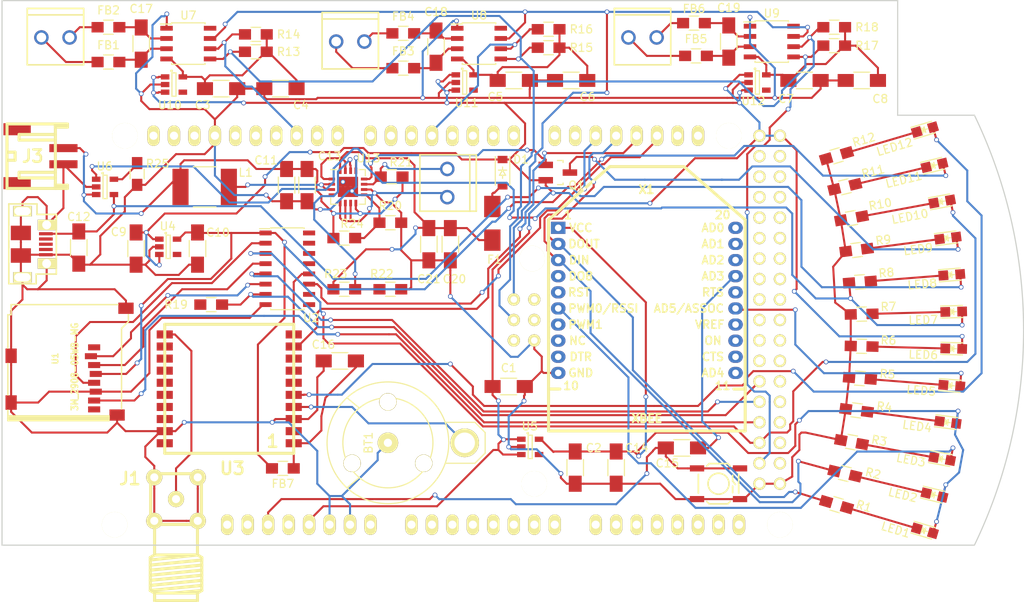
<source format=kicad_pcb>
(kicad_pcb (version 4) (host pcbnew "(2015-07-30 BZR 6023, Git cb629e0)-product")
  (layers (0 F.Cu signal) (31 B.Cu signal) (34 B.Paste user) (35 F.Paste user) (36 B.SilkS user) (37 F.SilkS user) (38 B.Mask user) (39 F.Mask user) (44 Edge.Cuts user))
  (net 0 "")
  (net 1 "Net-(U1-Pad3)")
  (net 2 "Net-(U1-Pad5)")
  (net 3 "Net-(LED1-Pad1)")
  (net 4 "Net-(LED2-Pad1)")
  (net 5 "Net-(LED3-Pad1)")
  (net 6 "Net-(LED4-Pad1)")
  (net 7 "Net-(LED5-Pad1)")
  (net 8 "Net-(LED6-Pad1)")
  (net 9 "Net-(LED7-Pad1)")
  (net 10 "Net-(LED8-Pad1)")
  (net 11 "Net-(LED9-Pad1)")
  (net 12 "Net-(LED10-Pad1)")
  (net 13 "Net-(LED11-Pad1)")
  (net 14 "Net-(LED12-Pad1)")
  (net 15 GND)
  (net 16 "Net-(U1-Pad1)")
  (net 17 "Net-(U1-Pad2)")
  (net 18 "Net-(U2-Pad9)")
  (net 19 "Net-(U2-Pad10)")
  (net 20 "Net-(U2-Pad14)")
  (net 21 "Net-(U2-Pad15)")
  (net 22 "Net-(U3-Pad2)")
  (net 23 "Net-(U3-Pad8)")
  (net 24 "Net-(U3-Pad12)")
  (net 25 "Net-(U3-Pad13)")
  (net 26 "Net-(U3-Pad14)")
  (net 27 "Net-(U1-Pad8)")
  (net 28 "Net-(C3-Pad1)")
  (net 29 "Net-(C5-Pad1)")
  (net 30 "Net-(C7-Pad1)")
  (net 31 "Net-(C11-Pad1)")
  (net 32 "Net-(C15-Pad2)")
  (net 33 "Net-(C16-Pad1)")
  (net 34 "Net-(C17-Pad1)")
  (net 35 "Net-(C17-Pad2)")
  (net 36 "Net-(C18-Pad1)")
  (net 37 "Net-(C18-Pad2)")
  (net 38 "Net-(C19-Pad1)")
  (net 39 "Net-(C19-Pad2)")
  (net 40 "Net-(FB1-Pad1)")
  (net 41 "Net-(FB2-Pad1)")
  (net 42 "Net-(FB3-Pad1)")
  (net 43 "Net-(FB4-Pad1)")
  (net 44 "Net-(FB5-Pad1)")
  (net 45 "Net-(FB6-Pad1)")
  (net 46 "Net-(SHIELD1-Pad14)")
  (net 47 "Net-(SHIELD1-Pad15)")
  (net 48 "Net-(SHIELD1-Pad20)")
  (net 49 "Net-(SHIELD1-Pad21)")
  (net 50 "Net-(SHIELD1-PadC_TX)")
  (net 51 "Net-(SHIELD1-PadC_RX)")
  (net 52 "Net-(SHIELD1-PadDAC1)")
  (net 53 "Net-(SHIELD1-PadDAC0)")
  (net 54 "Net-(SHIELD1-PadAD8)")
  (net 55 "Net-(SHIELD1-PadAD7)")
  (net 56 "Net-(SHIELD1-PadAD6)")
  (net 57 "Net-(SHIELD1-PadAD9)")
  (net 58 "Net-(SHIELD1-PadAD10)")
  (net 59 "Net-(SHIELD1-PadAD11)")
  (net 60 "Net-(SHIELD1-PadAD5)")
  (net 61 "Net-(SHIELD1-PadAD4)")
  (net 62 "Net-(SHIELD1-PadAD3)")
  (net 63 "Net-(SHIELD1-PadAD0)")
  (net 64 "Net-(SHIELD1-PadAD1)")
  (net 65 "Net-(SHIELD1-PadAD2)")
  (net 66 "Net-(SHIELD1-PadV_IN)")
  (net 67 "Net-(SHIELD1-Pad3V3)")
  (net 68 "Net-(SHIELD1-Pad2)")
  (net 69 "Net-(SHIELD1-Pad3)")
  (net 70 "Net-(SHIELD1-Pad5)")
  (net 71 "Net-(SHIELD1-Pad6)")
  (net 72 "Net-(SHIELD1-Pad7)")
  (net 73 "Net-(SHIELD1-Pad8)")
  (net 74 "Net-(SHIELD1-Pad9)")
  (net 75 "Net-(SHIELD1-Pad11)")
  (net 76 "Net-(SHIELD1-Pad12)")
  (net 77 "Net-(SHIELD1-Pad13)")
  (net 78 "Net-(SHIELD1-PadAREF)")
  (net 79 "Net-(SHIELD1-Pad22)")
  (net 80 "Net-(SHIELD1-Pad23)")
  (net 81 "Net-(SHIELD1-Pad24)")
  (net 82 "Net-(SHIELD1-Pad25)")
  (net 83 "Net-(SHIELD1-Pad26)")
  (net 84 "Net-(SHIELD1-Pad27)")
  (net 85 "Net-(SHIELD1-Pad28)")
  (net 86 "Net-(SHIELD1-Pad29)")
  (net 87 "Net-(SHIELD1-Pad31)")
  (net 88 "Net-(SHIELD1-Pad30)")
  (net 89 "Net-(SHIELD1-Pad32)")
  (net 90 "Net-(SHIELD1-Pad33)")
  (net 91 "Net-(SHIELD1-Pad34)")
  (net 92 "Net-(SHIELD1-Pad35)")
  (net 93 "Net-(SHIELD1-Pad36)")
  (net 94 "Net-(SHIELD1-Pad37)")
  (net 95 "Net-(SHIELD1-Pad38)")
  (net 96 "Net-(SHIELD1-Pad39)")
  (net 97 "Net-(SHIELD1-Pad40)")
  (net 98 "Net-(SHIELD1-Pad41)")
  (net 99 "Net-(SHIELD1-Pad42)")
  (net 100 "Net-(SHIELD1-Pad43)")
  (net 101 "Net-(SHIELD1-Pad45)")
  (net 102 "Net-(SHIELD1-Pad47)")
  (net 103 "Net-(SHIELD1-Pad49)")
  (net 104 "Net-(SHIELD1-Pad51)")
  (net 105 "Net-(SHIELD1-Pad53)")
  (net 106 "Net-(SHIELD1-PadSP2)")
  (net 107 "Net-(SHIELD1-PadSP4)")
  (net 108 "Net-(SHIELD1-PadSP5)")
  (net 109 "Net-(SHIELD1-PadIO_R)")
  (net 110 "Net-(SHIELD1-PadSDA1)")
  (net 111 "Net-(SHIELD1-PadSCL1)")
  (net 112 "Net-(U4-Pad4)")
  (net 113 "Net-(J1-Pad1)")
  (net 114 "Net-(U5-Pad4)")
  (net 115 "Net-(X1-Pad20)")
  (net 116 "Net-(X1-Pad16)")
  (net 117 "Net-(X1-Pad14)")
  (net 118 "Net-(X1-Pad18)")
  (net 119 "Net-(X1-Pad19)")
  (net 120 "Net-(X1-Pad12)")
  (net 121 "Net-(X1-Pad11)")
  (net 122 "Net-(X1-Pad13)")
  (net 123 "Net-(X1-Pad8)")
  (net 124 "Net-(X1-Pad9)")
  (net 125 "Net-(X1-Pad7)")
  (net 126 "Net-(X1-Pad5)")
  (net 127 "Net-(J2-Pad3)")
  (net 128 "Net-(J2-Pad2)")
  (net 129 "Net-(J2-Pad4)")
  (net 130 "Net-(D1-Pad2)")
  (net 131 "Net-(BT1-Pad1)")
  (net 132 "Net-(U10-Pad4)")
  (net 133 "Net-(U11-Pad4)")
  (net 134 "Net-(U12-Pad4)")
  (net 135 "Net-(Q1-Pad1)")
  (net 136 BATT-5V)
  (net 137 GPS-SD-3V3)
  (net 138 XBEE-3V3)
  (net 139 XBEE-RSSI)
  (net 140 XBEE-DIO5)
  (net 141 BATT-STAT)
  (net 142 USB-5V)
  (net 143 BATT-DEAD)
  (net 144 SD-CLK)
  (net 145 GPS-FIX)
  (net 146 "Net-(R19-Pad1)")
  (net 147 GPS-3V3-RX)
  (net 148 "Net-(C20-Pad1)")
  (net 149 TC-SCK)
  (net 150 "Net-(R20-Pad1)")
  (net 151 "Net-(R21-Pad1)")
  (net 152 "Net-(R22-Pad1)")
  (net 153 "Net-(R25-Pad1)")
  (net 154 TC-MISO)
  (net 155 "Net-(L1-Pad2)")
  (net 156 XBEE-RESET)
  (net 157 XBEE-RX)
  (net 158 XBEE-TX)
  (net 159 TC-CS0)
  (net 160 TC-CS1)
  (net 161 TC-CS2)
  (net 162 SD-CS)
  (net 163 GPS-TX)
  (net 164 GPS-5V-RX)
  (net 165 "Net-(SHIELD1-Pad0)")
  (net 166 "Net-(SHIELD1-Pad1)")
  (net 167 SD-MOSI)
  (net 168 SD-MISO)
  (net 169 "Net-(X1-Pad4)")
  (module freetronics_footprints:ARDUINO_DUE_SHIELD (layer F.Cu) (at 50.8 152.4)
    (fp_text reference SHIELD1 hide)
    (fp_text value ARDUINO_DUE_SHIELD hide)
    (pad 14 thru_hole oval (at 68.58 -50.8 90) (size 2.54 1.524) (drill 1.016) (layers *.Cu *.Mask F.SilkS) (net 46 "Net-(SHIELD1-Pad14)"))
    (pad 15 thru_hole oval (at 71.12 -50.8 90) (size 2.54 1.524) (drill 1.016) (layers *.Cu *.Mask F.SilkS) (net 47 "Net-(SHIELD1-Pad15)"))
    (pad 16 thru_hole oval (at 73.66 -50.8 90) (size 2.54 1.524) (drill 1.016) (layers *.Cu *.Mask F.SilkS) (net 158 XBEE-TX))
    (pad 17 thru_hole oval (at 76.2 -50.8 90) (size 2.54 1.524) (drill 1.016) (layers *.Cu *.Mask F.SilkS) (net 157 XBEE-RX))
    (pad 18 thru_hole oval (at 78.74 -50.8 90) (size 2.54 1.524) (drill 1.016) (layers *.Cu *.Mask F.SilkS) (net 163 GPS-TX))
    (pad 19 thru_hole oval (at 81.28 -50.8 90) (size 2.54 1.524) (drill 1.016) (layers *.Cu *.Mask F.SilkS) (net 164 GPS-5V-RX))
    (pad 20 thru_hole oval (at 83.82 -50.8 90) (size 2.54 1.524) (drill 1.016) (layers *.Cu *.Mask F.SilkS) (net 48 "Net-(SHIELD1-Pad20)"))
    (pad 21 thru_hole oval (at 86.36 -50.8 90) (size 2.54 1.524) (drill 1.016) (layers *.Cu *.Mask F.SilkS) (net 49 "Net-(SHIELD1-Pad21)"))
    (pad C_TX thru_hole oval (at 91.44 -2.54 90) (size 2.54 1.524) (drill 1.016) (layers *.Cu *.Mask F.SilkS) (net 50 "Net-(SHIELD1-PadC_TX)"))
    (pad C_RX thru_hole oval (at 88.9 -2.54 90) (size 2.54 1.524) (drill 1.016) (layers *.Cu *.Mask F.SilkS) (net 51 "Net-(SHIELD1-PadC_RX)"))
    (pad DAC1 thru_hole oval (at 86.36 -2.54 90) (size 2.54 1.524) (drill 1.016) (layers *.Cu *.Mask F.SilkS) (net 52 "Net-(SHIELD1-PadDAC1)"))
    (pad DAC0 thru_hole oval (at 83.82 -2.54 90) (size 2.54 1.524) (drill 1.016) (layers *.Cu *.Mask F.SilkS) (net 53 "Net-(SHIELD1-PadDAC0)"))
    (pad AD8 thru_hole oval (at 73.66 -2.54 90) (size 2.54 1.524) (drill 1.016) (layers *.Cu *.Mask F.SilkS) (net 54 "Net-(SHIELD1-PadAD8)"))
    (pad AD7 thru_hole oval (at 68.58 -2.54 90) (size 2.54 1.524) (drill 1.016) (layers *.Cu *.Mask F.SilkS) (net 55 "Net-(SHIELD1-PadAD7)"))
    (pad AD6 thru_hole oval (at 66.04 -2.54 90) (size 2.54 1.524) (drill 1.016) (layers *.Cu *.Mask F.SilkS) (net 56 "Net-(SHIELD1-PadAD6)"))
    (pad AD9 thru_hole oval (at 76.2 -2.54 90) (size 2.54 1.524) (drill 1.016) (layers *.Cu *.Mask F.SilkS) (net 57 "Net-(SHIELD1-PadAD9)"))
    (pad AD10 thru_hole oval (at 78.74 -2.54 90) (size 2.54 1.524) (drill 1.016) (layers *.Cu *.Mask F.SilkS) (net 58 "Net-(SHIELD1-PadAD10)"))
    (pad AD11 thru_hole oval (at 81.28 -2.54 90) (size 2.54 1.524) (drill 1.016) (layers *.Cu *.Mask F.SilkS) (net 59 "Net-(SHIELD1-PadAD11)"))
    (pad AD5 thru_hole oval (at 63.5 -2.54 90) (size 2.54 1.524) (drill 1.016) (layers *.Cu *.Mask F.SilkS) (net 60 "Net-(SHIELD1-PadAD5)"))
    (pad AD4 thru_hole oval (at 60.96 -2.54 90) (size 2.54 1.524) (drill 1.016) (layers *.Cu *.Mask F.SilkS) (net 61 "Net-(SHIELD1-PadAD4)"))
    (pad AD3 thru_hole oval (at 58.42 -2.54 90) (size 2.54 1.524) (drill 1.016) (layers *.Cu *.Mask F.SilkS) (net 62 "Net-(SHIELD1-PadAD3)"))
    (pad AD0 thru_hole oval (at 50.8 -2.54 90) (size 2.54 1.524) (drill 1.016) (layers *.Cu *.Mask F.SilkS) (net 63 "Net-(SHIELD1-PadAD0)"))
    (pad AD1 thru_hole oval (at 53.34 -2.54 90) (size 2.54 1.524) (drill 1.016) (layers *.Cu *.Mask F.SilkS) (net 64 "Net-(SHIELD1-PadAD1)"))
    (pad AD2 thru_hole oval (at 55.88 -2.54 90) (size 2.54 1.524) (drill 1.016) (layers *.Cu *.Mask F.SilkS) (net 65 "Net-(SHIELD1-PadAD2)"))
    (pad V_IN thru_hole oval (at 45.72 -2.54 90) (size 2.54 1.524) (drill 1.016) (layers *.Cu *.Mask F.SilkS) (net 66 "Net-(SHIELD1-PadV_IN)"))
    (pad GND2 thru_hole oval (at 43.18 -2.54 90) (size 2.54 1.524) (drill 1.016) (layers *.Cu *.Mask F.SilkS) (net 15 GND))
    (pad GND1 thru_hole oval (at 40.64 -2.54 90) (size 2.54 1.524) (drill 1.016) (layers *.Cu *.Mask F.SilkS) (net 15 GND))
    (pad 3V3 thru_hole oval (at 35.56 -2.54 90) (size 2.54 1.524) (drill 1.016) (layers *.Cu *.Mask F.SilkS) (net 67 "Net-(SHIELD1-Pad3V3)"))
    (pad RST thru_hole oval (at 33.02 -2.54 90) (size 2.54 1.524) (drill 1.016) (layers *.Cu *.Mask F.SilkS) (net 156 XBEE-RESET))
    (pad 0 thru_hole oval (at 63.5 -50.8 90) (size 2.54 1.524) (drill 1.016) (layers *.Cu *.Mask F.SilkS) (net 165 "Net-(SHIELD1-Pad0)"))
    (pad 1 thru_hole oval (at 60.96 -50.8 90) (size 2.54 1.524) (drill 1.016) (layers *.Cu *.Mask F.SilkS) (net 166 "Net-(SHIELD1-Pad1)"))
    (pad 2 thru_hole oval (at 58.42 -50.8 90) (size 2.54 1.524) (drill 1.016) (layers *.Cu *.Mask F.SilkS) (net 68 "Net-(SHIELD1-Pad2)"))
    (pad 3 thru_hole oval (at 55.88 -50.8 90) (size 2.54 1.524) (drill 1.016) (layers *.Cu *.Mask F.SilkS) (net 69 "Net-(SHIELD1-Pad3)"))
    (pad 4 thru_hole oval (at 53.34 -50.8 90) (size 2.54 1.524) (drill 1.016) (layers *.Cu *.Mask F.SilkS) (net 160 TC-CS1))
    (pad 5 thru_hole oval (at 50.8 -50.8 90) (size 2.54 1.524) (drill 1.016) (layers *.Cu *.Mask F.SilkS) (net 70 "Net-(SHIELD1-Pad5)"))
    (pad 6 thru_hole oval (at 48.26 -50.8 90) (size 2.54 1.524) (drill 1.016) (layers *.Cu *.Mask F.SilkS) (net 71 "Net-(SHIELD1-Pad6)"))
    (pad 7 thru_hole oval (at 45.72 -50.8 90) (size 2.54 1.524) (drill 1.016) (layers *.Cu *.Mask F.SilkS) (net 72 "Net-(SHIELD1-Pad7)"))
    (pad 8 thru_hole oval (at 41.656 -50.8 90) (size 2.54 1.524) (drill 1.016) (layers *.Cu *.Mask F.SilkS) (net 73 "Net-(SHIELD1-Pad8)"))
    (pad 9 thru_hole oval (at 39.116 -50.8 90) (size 2.54 1.524) (drill 1.016) (layers *.Cu *.Mask F.SilkS) (net 74 "Net-(SHIELD1-Pad9)"))
    (pad 10 thru_hole oval (at 36.576 -50.8 90) (size 2.54 1.524) (drill 1.016) (layers *.Cu *.Mask F.SilkS) (net 159 TC-CS0))
    (pad 11 thru_hole oval (at 34.036 -50.8 90) (size 2.54 1.524) (drill 1.016) (layers *.Cu *.Mask F.SilkS) (net 75 "Net-(SHIELD1-Pad11)"))
    (pad 12 thru_hole oval (at 31.496 -50.8 90) (size 2.54 1.524) (drill 1.016) (layers *.Cu *.Mask F.SilkS) (net 76 "Net-(SHIELD1-Pad12)"))
    (pad 13 thru_hole oval (at 28.956 -50.8 90) (size 2.54 1.524) (drill 1.016) (layers *.Cu *.Mask F.SilkS) (net 77 "Net-(SHIELD1-Pad13)"))
    (pad GND3 thru_hole oval (at 26.416 -50.8 90) (size 2.54 1.524) (drill 1.016) (layers *.Cu *.Mask F.SilkS) (net 15 GND))
    (pad AREF thru_hole oval (at 23.876 -50.8 90) (size 2.54 1.524) (drill 1.016) (layers *.Cu *.Mask F.SilkS) (net 78 "Net-(SHIELD1-PadAREF)"))
    (pad 5V thru_hole oval (at 38.1 -2.54 90) (size 2.54 1.524) (drill 1.016) (layers *.Cu *.Mask F.SilkS) (net 136 BATT-5V))
    (pad "" np_thru_hole circle (at 96.52 -2.54 90) (size 3.175 3.175) (drill 3.175) (layers *.Cu *.Mask F.SilkS))
    (pad "" np_thru_hole circle (at 90.17 -50.8 90) (size 3.175 3.175) (drill 3.175) (layers *.Cu *.Mask F.SilkS))
    (pad "" np_thru_hole circle (at 15.24 -50.8 90) (size 3.175 3.175) (drill 3.175) (layers *.Cu *.Mask F.SilkS))
    (pad "" np_thru_hole circle (at 13.97 -2.54 90) (size 3.175 3.175) (drill 3.175) (layers *.Cu *.Mask F.SilkS))
    (pad 22 thru_hole circle (at 93.98 -48.26) (size 1.524 1.524) (drill 1.016) (layers *.Cu *.Mask F.SilkS) (net 79 "Net-(SHIELD1-Pad22)"))
    (pad 23 thru_hole circle (at 96.52 -48.26) (size 1.524 1.524) (drill 1.016) (layers *.Cu *.Mask F.SilkS) (net 80 "Net-(SHIELD1-Pad23)"))
    (pad 24 thru_hole circle (at 93.98 -45.72) (size 1.524 1.524) (drill 1.016) (layers *.Cu *.Mask F.SilkS) (net 81 "Net-(SHIELD1-Pad24)"))
    (pad 25 thru_hole circle (at 96.52 -45.72) (size 1.524 1.524) (drill 1.016) (layers *.Cu *.Mask F.SilkS) (net 82 "Net-(SHIELD1-Pad25)"))
    (pad 26 thru_hole circle (at 93.98 -43.18) (size 1.524 1.524) (drill 1.016) (layers *.Cu *.Mask F.SilkS) (net 83 "Net-(SHIELD1-Pad26)"))
    (pad 27 thru_hole circle (at 96.52 -43.18) (size 1.524 1.524) (drill 1.016) (layers *.Cu *.Mask F.SilkS) (net 84 "Net-(SHIELD1-Pad27)"))
    (pad 28 thru_hole circle (at 93.98 -40.64) (size 1.524 1.524) (drill 1.016) (layers *.Cu *.Mask F.SilkS) (net 85 "Net-(SHIELD1-Pad28)"))
    (pad 29 thru_hole circle (at 96.52 -40.64) (size 1.524 1.524) (drill 1.016) (layers *.Cu *.Mask F.SilkS) (net 86 "Net-(SHIELD1-Pad29)"))
    (pad 5V_4 thru_hole circle (at 93.98 -50.8) (size 1.524 1.524) (drill 1.016) (layers *.Cu *.Mask F.SilkS) (net 136 BATT-5V))
    (pad 5V_5 thru_hole circle (at 96.52 -50.8) (size 1.524 1.524) (drill 1.016) (layers *.Cu *.Mask F.SilkS) (net 136 BATT-5V))
    (pad 31 thru_hole circle (at 96.52 -38.1) (size 1.524 1.524) (drill 1.016) (layers *.Cu *.Mask F.SilkS) (net 87 "Net-(SHIELD1-Pad31)"))
    (pad 30 thru_hole circle (at 93.98 -38.1) (size 1.524 1.524) (drill 1.016) (layers *.Cu *.Mask F.SilkS) (net 88 "Net-(SHIELD1-Pad30)"))
    (pad 32 thru_hole circle (at 93.98 -35.56) (size 1.524 1.524) (drill 1.016) (layers *.Cu *.Mask F.SilkS) (net 89 "Net-(SHIELD1-Pad32)"))
    (pad 33 thru_hole circle (at 96.52 -35.56) (size 1.524 1.524) (drill 1.016) (layers *.Cu *.Mask F.SilkS) (net 90 "Net-(SHIELD1-Pad33)"))
    (pad 34 thru_hole circle (at 93.98 -33.02) (size 1.524 1.524) (drill 1.016) (layers *.Cu *.Mask F.SilkS) (net 91 "Net-(SHIELD1-Pad34)"))
    (pad 35 thru_hole circle (at 96.52 -33.02) (size 1.524 1.524) (drill 1.016) (layers *.Cu *.Mask F.SilkS) (net 92 "Net-(SHIELD1-Pad35)"))
    (pad 36 thru_hole circle (at 93.98 -30.48) (size 1.524 1.524) (drill 1.016) (layers *.Cu *.Mask F.SilkS) (net 93 "Net-(SHIELD1-Pad36)"))
    (pad 37 thru_hole circle (at 96.52 -30.48) (size 1.524 1.524) (drill 1.016) (layers *.Cu *.Mask F.SilkS) (net 94 "Net-(SHIELD1-Pad37)"))
    (pad 38 thru_hole circle (at 93.98 -27.94) (size 1.524 1.524) (drill 1.016) (layers *.Cu *.Mask F.SilkS) (net 95 "Net-(SHIELD1-Pad38)"))
    (pad 39 thru_hole circle (at 96.52 -27.94) (size 1.524 1.524) (drill 1.016) (layers *.Cu *.Mask F.SilkS) (net 96 "Net-(SHIELD1-Pad39)"))
    (pad 40 thru_hole circle (at 93.98 -25.4) (size 1.524 1.524) (drill 1.016) (layers *.Cu *.Mask F.SilkS) (net 97 "Net-(SHIELD1-Pad40)"))
    (pad 41 thru_hole circle (at 96.52 -25.4) (size 1.524 1.524) (drill 1.016) (layers *.Cu *.Mask F.SilkS) (net 98 "Net-(SHIELD1-Pad41)"))
    (pad 42 thru_hole circle (at 93.98 -22.86) (size 1.524 1.524) (drill 1.016) (layers *.Cu *.Mask F.SilkS) (net 99 "Net-(SHIELD1-Pad42)"))
    (pad 43 thru_hole circle (at 96.52 -22.86) (size 1.524 1.524) (drill 1.016) (layers *.Cu *.Mask F.SilkS) (net 100 "Net-(SHIELD1-Pad43)"))
    (pad 44 thru_hole circle (at 93.98 -20.32) (size 1.524 1.524) (drill 1.016) (layers *.Cu *.Mask F.SilkS) (net 162 SD-CS))
    (pad 45 thru_hole circle (at 96.52 -20.32) (size 1.524 1.524) (drill 1.016) (layers *.Cu *.Mask F.SilkS) (net 101 "Net-(SHIELD1-Pad45)"))
    (pad 46 thru_hole circle (at 93.98 -17.78) (size 1.524 1.524) (drill 1.016) (layers *.Cu *.Mask F.SilkS) (net 167 SD-MOSI))
    (pad 47 thru_hole circle (at 96.52 -17.78) (size 1.524 1.524) (drill 1.016) (layers *.Cu *.Mask F.SilkS) (net 102 "Net-(SHIELD1-Pad47)"))
    (pad 48 thru_hole circle (at 93.98 -15.24) (size 1.524 1.524) (drill 1.016) (layers *.Cu *.Mask F.SilkS) (net 168 SD-MISO))
    (pad 49 thru_hole circle (at 96.52 -15.24) (size 1.524 1.524) (drill 1.016) (layers *.Cu *.Mask F.SilkS) (net 103 "Net-(SHIELD1-Pad49)"))
    (pad 50 thru_hole circle (at 93.98 -12.7) (size 1.524 1.524) (drill 1.016) (layers *.Cu *.Mask F.SilkS) (net 144 SD-CLK))
    (pad 51 thru_hole circle (at 96.52 -12.7) (size 1.524 1.524) (drill 1.016) (layers *.Cu *.Mask F.SilkS) (net 104 "Net-(SHIELD1-Pad51)"))
    (pad 52 thru_hole circle (at 93.98 -10.16) (size 1.524 1.524) (drill 1.016) (layers *.Cu *.Mask F.SilkS) (net 161 TC-CS2))
    (pad 53 thru_hole circle (at 96.52 -10.16) (size 1.524 1.524) (drill 1.016) (layers *.Cu *.Mask F.SilkS) (net 105 "Net-(SHIELD1-Pad53)"))
    (pad GND4 thru_hole circle (at 93.98 -7.62) (size 1.524 1.524) (drill 1.016) (layers *.Cu *.Mask F.SilkS) (net 15 GND))
    (pad GND5 thru_hole circle (at 96.52 -7.62) (size 1.524 1.524) (drill 1.016) (layers *.Cu *.Mask F.SilkS) (net 15 GND))
    (pad SP1 thru_hole circle (at 63.5 -30.48) (size 1.524 1.524) (drill 0.8128) (layers *.Cu *.Mask F.SilkS) (net 154 TC-MISO))
    (pad SP2 thru_hole circle (at 66.04 -30.48) (size 1.524 1.524) (drill 0.8128) (layers *.Cu *.Mask F.SilkS) (net 106 "Net-(SHIELD1-PadSP2)"))
    (pad SP3 thru_hole circle (at 63.5 -27.94) (size 1.524 1.524) (drill 0.8128) (layers *.Cu *.Mask F.SilkS) (net 149 TC-SCK))
    (pad SP4 thru_hole circle (at 66.04 -27.94) (size 1.524 1.524) (drill 0.8128) (layers *.Cu *.Mask F.SilkS) (net 107 "Net-(SHIELD1-PadSP4)"))
    (pad SP5 thru_hole circle (at 63.5 -25.4) (size 1.524 1.524) (drill 0.8128) (layers *.Cu *.Mask F.SilkS) (net 108 "Net-(SHIELD1-PadSP5)"))
    (pad SP6 thru_hole circle (at 66.04 -25.4) (size 1.524 1.524) (drill 0.8128) (layers *.Cu *.Mask F.SilkS) (net 15 GND))
    (pad "" np_thru_hole circle (at 65.786 -35.56) (size 3.175 3.175) (drill 3.175) (layers *.Cu *.Mask F.SilkS))
    (pad "" np_thru_hole circle (at 66.04 -7.62) (size 3.175 3.175) (drill 3.175) (layers *.Cu *.Mask F.SilkS))
    (pad IO_R thru_hole oval (at 30.48 -2.54 90) (size 2.54 1.524) (drill 1.016) (layers *.Cu *.Mask F.SilkS) (net 109 "Net-(SHIELD1-PadIO_R)"))
    (pad NC thru_hole oval (at 27.94 -2.54 90) (size 2.54 1.524) (drill 1.016) (layers *.Cu *.Mask F.SilkS))
    (pad SDA1 thru_hole oval (at 21.336 -50.8 90) (size 2.54 1.524) (drill 1.016) (layers *.Cu *.Mask F.SilkS) (net 110 "Net-(SHIELD1-PadSDA1)"))
    (pad SCL1 thru_hole oval (at 18.796 -50.8 90) (size 2.54 1.524) (drill 1.016) (layers *.Cu *.Mask F.SilkS) (net 111 "Net-(SHIELD1-PadSCL1)"))
  )
  (module freetronics_footprints:XBEE_PRO (layer F.Cu) (at 130.81 113.03)
    (fp_text reference X1 (at -0.05 -4.75) (layer F.SilkS) (effects (font (thickness 0.25))))
    (fp_text value XBEE (at 0 23.65) (layer F.SilkS) (effects (font (thickness 0.25))))
    (fp_text user AD0 (at 8.19912 0) (layer F.SilkS) (effects (font (size 1.00076 1.00076) (thickness 0.20066))))
    (fp_text user AD1 (at 8.19912 1.99898) (layer F.SilkS) (effects (font (size 1.00076 1.00076) (thickness 0.20066))))
    (fp_text user AD3 (at 8.19912 5.99948) (layer F.SilkS) (effects (font (size 1.00076 1.00076) (thickness 0.20066))))
    (fp_text user AD2 (at 8.19912 4.0005) (layer F.SilkS) (effects (font (size 1.00076 1.00076) (thickness 0.20066))))
    (fp_text user VREF (at 7.80034 11.99896) (layer F.SilkS) (effects (font (size 1.00076 1.00076) (thickness 0.20066))))
    (fp_text user ON (at 8.19912 14.00048) (layer F.SilkS) (effects (font (size 1.00076 1.00076) (thickness 0.20066))))
    (fp_text user AD5/ASSOC (at 5.19938 9.99998) (layer F.SilkS) (effects (font (size 1.00076 1.00076) (thickness 0.20066))))
    (fp_text user RTS (at 8.19912 8.001) (layer F.SilkS) (effects (font (size 1.00076 1.00076) (thickness 0.20066))))
    (fp_text user AD4 (at 8.19912 18.00098) (layer F.SilkS) (effects (font (size 1.00076 1.00076) (thickness 0.20066))))
    (fp_text user CTS (at 8.19912 16.002) (layer F.SilkS) (effects (font (size 1.00076 1.00076) (thickness 0.20066))))
    (fp_text user 10 (at -9.40054 19.60118) (layer F.SilkS) (effects (font (size 1.00076 1.00076) (thickness 0.20066))))
    (fp_text user 11 (at 9.40054 19.60118) (layer F.SilkS) (effects (font (size 1.00076 1.00076) (thickness 0.20066))))
    (fp_text user 20 (at 9.40054 -1.6002) (layer F.SilkS) (effects (font (size 1.00076 1.00076) (thickness 0.20066))))
    (fp_text user 1 (at -9.79932 -1.6002) (layer F.SilkS) (effects (font (size 1.00076 1.00076) (thickness 0.20066))))
    (fp_text user DTR (at -8.19912 16.002) (layer F.SilkS) (effects (font (size 1.00076 1.00076) (thickness 0.20066))))
    (fp_text user GND (at -8.19912 18.00098) (layer F.SilkS) (effects (font (size 1.00076 1.00076) (thickness 0.20066))))
    (fp_text user RST (at -8.39978 8.001) (layer F.SilkS) (effects (font (size 1.00076 1.00076) (thickness 0.20066))))
    (fp_text user PWM0/RSSI (at -5.40004 9.99998) (layer F.SilkS) (effects (font (size 1.00076 1.00076) (thickness 0.20066))))
    (fp_text user NC (at -8.60044 14.00048) (layer F.SilkS) (effects (font (size 1.00076 1.00076) (thickness 0.20066))))
    (fp_text user PWM1 (at -7.59968 11.99896) (layer F.SilkS) (effects (font (size 1.00076 1.00076) (thickness 0.20066))))
    (fp_text user DIN (at -8.39978 4.0005) (layer F.SilkS) (effects (font (size 1.00076 1.00076) (thickness 0.20066))))
    (fp_text user DO8 (at -8.19912 5.99948) (layer F.SilkS) (effects (font (size 1.00076 1.00076) (thickness 0.20066))))
    (fp_text user DOUT (at -7.80034 1.99898) (layer F.SilkS) (effects (font (size 1.00076 1.00076) (thickness 0.20066))))
    (fp_text user VCC (at -8.19912 0) (layer F.SilkS) (effects (font (size 1.00076 1.00076) (thickness 0.20066))))
    (pad 20 thru_hole oval (at 11.00074 0) (size 1.80086 1.50114) (drill 0.8128) (layers *.Cu) (net 115 "Net-(X1-Pad20)"))
    (pad 16 thru_hole oval (at 11.00074 8.001) (size 1.80086 1.50114) (drill 0.8128) (layers *.Cu) (net 116 "Net-(X1-Pad16)"))
    (pad 14 thru_hole oval (at 11.00074 11.99896) (size 1.80086 1.50114) (drill 0.8128) (layers *.Cu) (net 117 "Net-(X1-Pad14)"))
    (pad 15 thru_hole oval (at 11.00074 9.99998) (size 1.80086 1.50114) (drill 0.8128) (layers *.Cu) (net 140 XBEE-DIO5))
    (pad 18 thru_hole oval (at 11.00074 4.0005) (size 1.80086 1.50114) (drill 0.8128) (layers *.Cu) (net 118 "Net-(X1-Pad18)"))
    (pad 17 thru_hole oval (at 11.00074 5.99948) (size 1.80086 1.50114) (drill 0.8128) (layers *.Cu) (net 32 "Net-(C15-Pad2)"))
    (pad 19 thru_hole oval (at 11.00074 1.99898) (size 1.80086 1.50114) (drill 0.8128) (layers *.Cu) (net 119 "Net-(X1-Pad19)"))
    (pad 12 thru_hole oval (at 11.00074 15.99946) (size 1.80086 1.50114) (drill 0.8128) (layers *.Cu) (net 120 "Net-(X1-Pad12)"))
    (pad 11 thru_hole oval (at 11.00074 18.00098) (size 1.80086 1.50114) (drill 0.8128) (layers *.Cu) (net 121 "Net-(X1-Pad11)"))
    (pad 13 thru_hole oval (at 11.00074 14.00048) (size 1.80086 1.50114) (drill 0.8128) (layers *.Cu) (net 122 "Net-(X1-Pad13)"))
    (pad 8 thru_hole oval (at -11.00074 14.00048) (size 1.80086 1.50114) (drill 0.8128) (layers *.Cu) (net 123 "Net-(X1-Pad8)"))
    (pad 10 thru_hole oval (at -11.00074 18.00098) (size 1.80086 1.50114) (drill 0.8128) (layers *.Cu) (net 15 GND))
    (pad 9 thru_hole oval (at -11.00074 15.99946) (size 1.80086 1.50114) (drill 0.8128) (layers *.Cu) (net 124 "Net-(X1-Pad9)"))
    (pad 2 thru_hole oval (at -11.00074 1.99898) (size 1.80086 1.50114) (drill 0.8128) (layers *.Cu) (net 157 XBEE-RX))
    (pad 4 thru_hole oval (at -11.00074 5.99948) (size 1.80086 1.50114) (drill 0.8128) (layers *.Cu) (net 169 "Net-(X1-Pad4)"))
    (pad 3 thru_hole oval (at -11.00074 4.0005) (size 1.80086 1.50114) (drill 0.8128) (layers *.Cu) (net 158 XBEE-TX))
    (pad 6 thru_hole oval (at -11.00074 9.99998) (size 1.80086 1.50114) (drill 0.8128) (layers *.Cu) (net 139 XBEE-RSSI))
    (pad 7 thru_hole oval (at -11.00074 11.99896) (size 1.80086 1.50114) (drill 0.8128) (layers *.Cu) (net 125 "Net-(X1-Pad7)"))
    (pad 5 thru_hole oval (at -11.00074 8.001) (size 1.80086 1.50114) (drill 0.8128) (layers *.Cu) (net 126 "Net-(X1-Pad5)"))
    (pad 1 thru_hole rect (at -11.00074 0) (size 1.80086 1.50114) (drill 0.8128) (layers *.Cu) (net 138 XBEE-3V3))
  )
  (module LEDs:LED-0805 (layer F.Cu) (at 165.301373 150.618264 343.5)
    (fp_text reference LED1 (at -3.515882 0.912894 343.5) (layer F.SilkS))
    (fp_text value RX)
    (pad 2 smd rect (at 1.04902 0 163.5) (size 1.19888 1.19888) (layers F.Cu F.Paste F.Mask) (net 138 XBEE-3V3))
    (pad 1 smd rect (at -1.04902 0 163.5) (size 1.19888 1.19888) (layers F.Cu F.Paste F.Mask) (net 3 "Net-(LED1-Pad1)"))
  )
  (module LEDs:LED-0805 (layer F.Cu) (at 166.488776 146.186817 346.5)
    (fp_text reference LED2 (at -3.822515 0.907609 346.5) (layer F.SilkS))
    (fp_text value TX)
    (pad 2 smd rect (at 1.04902 0 166.5) (size 1.19888 1.19888) (layers F.Cu F.Paste F.Mask) (net 138 XBEE-3V3))
    (pad 1 smd rect (at -1.04902 0 166.5) (size 1.19888 1.19888) (layers F.Cu F.Paste F.Mask) (net 4 "Net-(LED2-Pad1)"))
  )
  (module LEDs:LED-0805 (layer F.Cu) (at 167.442627 141.699299 349.5)
    (fp_text reference LED3 (at -3.772777 0.861664 349.5) (layer F.SilkS))
    (fp_text value SIG)
    (pad 2 smd rect (at 1.04902 0 169.5) (size 1.19888 1.19888) (layers F.Cu F.Paste F.Mask) (net 139 XBEE-RSSI))
    (pad 1 smd rect (at -1.04902 0 169.5) (size 1.19888 1.19888) (layers F.Cu F.Paste F.Mask) (net 5 "Net-(LED3-Pad1)"))
  )
  (module LEDs:LED-0805 (layer F.Cu) (at 168.160313 137.16801 352.5)
    (fp_text reference LED4 (at -3.724351 0.994624 352.5) (layer F.SilkS))
    (fp_text value PWR)
    (pad 2 smd rect (at 1.04902 0 172.5) (size 1.19888 1.19888) (layers F.Cu F.Paste F.Mask) (net 138 XBEE-3V3))
    (pad 1 smd rect (at -1.04902 0 172.5) (size 1.19888 1.19888) (layers F.Cu F.Paste F.Mask) (net 6 "Net-(LED4-Pad1)"))
  )
  (module LEDs:LED-0805 (layer F.Cu) (at 168.639865 132.60537 355.5)
    (fp_text reference LED5 (at -3.733711 0.913389 355.5) (layer F.SilkS))
    (fp_text value CONN)
    (pad 2 smd rect (at 1.04902 0 175.5) (size 1.19888 1.19888) (layers F.Cu F.Paste F.Mask) (net 140 XBEE-DIO5))
    (pad 1 smd rect (at -1.04902 0 175.5) (size 1.19888 1.19888) (layers F.Cu F.Paste F.Mask) (net 7 "Net-(LED5-Pad1)"))
  )
  (module LEDs:LED-0805 (layer F.Cu) (at 168.879971 128.023885 358.5)
    (fp_text reference LED6 (at -3.758935 0.852805 358.5) (layer F.SilkS))
    (fp_text value 5V)
    (pad 2 smd rect (at 1.04902 0 178.5) (size 1.19888 1.19888) (layers F.Cu F.Paste F.Mask) (net 136 BATT-5V))
    (pad 1 smd rect (at -1.04902 0 178.5) (size 1.19888 1.19888) (layers F.Cu F.Paste F.Mask) (net 8 "Net-(LED6-Pad1)"))
  )
  (module LEDs:LED-0805 (layer F.Cu) (at 168.879971 123.436114 1.5)
    (fp_text reference LED7 (at -3.805478 0.924587 1.5) (layer F.SilkS))
    (fp_text value FULL)
    (pad 2 smd rect (at 1.04902 0 181.5) (size 1.19888 1.19888) (layers F.Cu F.Paste F.Mask) (net 141 BATT-STAT))
    (pad 1 smd rect (at -1.04902 0 181.5) (size 1.19888 1.19888) (layers F.Cu F.Paste F.Mask) (net 9 "Net-(LED7-Pad1)"))
  )
  (module LEDs:LED-0805 (layer F.Cu) (at 168.639865 118.854629 4.5)
    (fp_text reference LED8 (at -3.746603 0.869095 4.5) (layer F.SilkS))
    (fp_text value CHG)
    (pad 2 smd rect (at 1.04902 0 184.5) (size 1.19888 1.19888) (layers F.Cu F.Paste F.Mask) (net 142 USB-5V))
    (pad 1 smd rect (at -1.04902 0 184.5) (size 1.19888 1.19888) (layers F.Cu F.Paste F.Mask) (net 10 "Net-(LED8-Pad1)"))
  )
  (module LEDs:LED-0805 (layer F.Cu) (at 168.160313 114.291989 7.5)
    (fp_text reference LED9 (at -3.84709 0.910656 7.5) (layer F.SilkS))
    (fp_text value DEAD)
    (pad 2 smd rect (at 1.04902 0 187.5) (size 1.19888 1.19888) (layers F.Cu F.Paste F.Mask) (net 143 BATT-DEAD))
    (pad 1 smd rect (at -1.04902 0 187.5) (size 1.19888 1.19888) (layers F.Cu F.Paste F.Mask) (net 11 "Net-(LED9-Pad1)"))
  )
  (module LEDs:LED-0805 (layer F.Cu) (at 167.442627 109.7607 10.5)
    (fp_text reference LED10 (at -4.267953 1.113167 10.5) (layer F.SilkS))
    (fp_text value LOG)
    (pad 2 smd rect (at 1.04902 0 190.5) (size 1.19888 1.19888) (layers F.Cu F.Paste F.Mask) (net 144 SD-CLK))
    (pad 1 smd rect (at -1.04902 0 190.5) (size 1.19888 1.19888) (layers F.Cu F.Paste F.Mask) (net 12 "Net-(LED10-Pad1)"))
  )
  (module LEDs:LED-0805 (layer F.Cu) (at 166.488776 105.273182 13.5)
    (fp_text reference LED11 (at -4.11409 0.850913 13.5) (layer F.SilkS))
    (fp_text value PWR)
    (pad 2 smd rect (at 1.04902 0 193.5) (size 1.19888 1.19888) (layers F.Cu F.Paste F.Mask) (net 137 GPS-SD-3V3))
    (pad 1 smd rect (at -1.04902 0 193.5) (size 1.19888 1.19888) (layers F.Cu F.Paste F.Mask) (net 13 "Net-(LED11-Pad1)"))
  )
  (module LEDs:LED-0805 (layer F.Cu) (at 165.301373 100.841735 16.5)
    (fp_text reference LED12 (at -4.214772 0.999359 16.5) (layer F.SilkS))
    (fp_text value FIX)
    (pad 2 smd rect (at 1.04902 0 196.5) (size 1.19888 1.19888) (layers F.Cu F.Paste F.Mask) (net 145 GPS-FIX))
    (pad 1 smd rect (at -1.04902 0 196.5) (size 1.19888 1.19888) (layers F.Cu F.Paste F.Mask) (net 14 "Net-(LED12-Pad1)"))
  )
  (module Resistors_SMD:R_0805_HandSoldering (layer F.Cu) (at 154.342063 147.371969 163.5)
    (fp_text reference R1 (at -3.309636 0.769651 163.5) (layer F.SilkS))
    (fp_text value 1K)
    (pad 1 smd rect (at -1.35 0 163.5) (size 1.5 1.3) (layers F.Cu F.Paste F.Mask) (net 3 "Net-(LED1-Pad1)"))
    (pad 2 smd rect (at 1.35 0 163.5) (size 1.5 1.3) (layers F.Cu F.Paste F.Mask) (net 157 XBEE-RX))
  )
  (module Resistors_SMD:R_0805_HandSoldering (layer F.Cu) (at 155.374587 143.518536 166.5)
    (fp_text reference R2 (at -3.403648 0.825922 166.5) (layer F.SilkS))
    (fp_text value 1K)
    (pad 1 smd rect (at -1.35 0 166.5) (size 1.5 1.3) (layers F.Cu F.Paste F.Mask) (net 4 "Net-(LED2-Pad1)"))
    (pad 2 smd rect (at 1.35 0 166.5) (size 1.5 1.3) (layers F.Cu F.Paste F.Mask) (net 158 XBEE-TX))
  )
  (module Resistors_SMD:R_0805_HandSoldering (layer F.Cu) (at 156.204023 139.616347 169.5)
    (fp_text reference R3 (at -3.346415 0.793469 169.5) (layer F.SilkS))
    (fp_text value 1K)
    (pad 1 smd rect (at -1.35 0 169.5) (size 1.5 1.3) (layers F.Cu F.Paste F.Mask) (net 5 "Net-(LED3-Pad1)"))
    (pad 2 smd rect (at 1.35 0 169.5) (size 1.5 1.3) (layers F.Cu F.Paste F.Mask) (net 15 GND))
  )
  (module Resistors_SMD:R_0805_HandSoldering (layer F.Cu) (at 156.828098 135.676095 172.5)
    (fp_text reference R4 (at -3.361458 0.867273 172.5) (layer F.SilkS))
    (fp_text value 1K)
    (pad 1 smd rect (at -1.35 0 172.5) (size 1.5 1.3) (layers F.Cu F.Paste F.Mask) (net 6 "Net-(LED4-Pad1)"))
    (pad 2 smd rect (at 1.35 0 172.5) (size 1.5 1.3) (layers F.Cu F.Paste F.Mask) (net 15 GND))
  )
  (module Resistors_SMD:R_0805_HandSoldering (layer F.Cu) (at 157.2451 131.708583 175.5)
    (fp_text reference R5 (at -3.358779 0.783525 175.5) (layer F.SilkS))
    (fp_text value 1K)
    (pad 1 smd rect (at -1.35 0 175.5) (size 1.5 1.3) (layers F.Cu F.Paste F.Mask) (net 7 "Net-(LED5-Pad1)"))
    (pad 2 smd rect (at 1.35 0 175.5) (size 1.5 1.3) (layers F.Cu F.Paste F.Mask) (net 15 GND))
  )
  (module Resistors_SMD:R_0805_HandSoldering (layer F.Cu) (at 157.453888 127.724683 178.5)
    (fp_text reference R6 (at -3.308002 0.811554 178.5) (layer F.SilkS))
    (fp_text value 1K)
    (pad 1 smd rect (at -1.35 0 178.5) (size 1.5 1.3) (layers F.Cu F.Paste F.Mask) (net 8 "Net-(LED6-Pad1)"))
    (pad 2 smd rect (at 1.35 0 178.5) (size 1.5 1.3) (layers F.Cu F.Paste F.Mask) (net 15 GND))
  )
  (module Resistors_SMD:R_0805_HandSoldering (layer F.Cu) (at 157.453888 123.735316 181.5)
    (fp_text reference R7 (at -3.35122 0.838879 181.5) (layer F.SilkS))
    (fp_text value 1K)
    (pad 1 smd rect (at -1.35 0 181.5) (size 1.5 1.3) (layers F.Cu F.Paste F.Mask) (net 9 "Net-(LED7-Pad1)"))
    (pad 2 smd rect (at 1.35 0 181.5) (size 1.5 1.3) (layers F.Cu F.Paste F.Mask) (net 15 GND))
  )
  (module Resistors_SMD:R_0805_HandSoldering (layer F.Cu) (at 157.2451 119.751416 184.5)
    (fp_text reference R8 (at -3.361707 0.872349 184.5) (layer F.SilkS))
    (fp_text value 1K)
    (pad 1 smd rect (at -1.35 0 184.5) (size 1.5 1.3) (layers F.Cu F.Paste F.Mask) (net 10 "Net-(LED8-Pad1)"))
    (pad 2 smd rect (at 1.35 0 184.5) (size 1.5 1.3) (layers F.Cu F.Paste F.Mask) (net 141 BATT-STAT))
  )
  (module Resistors_SMD:R_0805_HandSoldering (layer F.Cu) (at 156.828098 115.783904 187.5)
    (fp_text reference R9 (at -3.451043 0.786178 187.5) (layer F.SilkS))
    (fp_text value 1K)
    (pad 1 smd rect (at -1.35 0 187.5) (size 1.5 1.3) (layers F.Cu F.Paste F.Mask) (net 11 "Net-(LED9-Pad1)"))
    (pad 2 smd rect (at 1.35 0 187.5) (size 1.5 1.3) (layers F.Cu F.Paste F.Mask) (net 15 GND))
  )
  (module Resistors_SMD:R_0805_HandSoldering (layer F.Cu) (at 156.204023 111.843652 190.5)
    (fp_text reference R10 (at -3.818447 1.056486 190.5) (layer F.SilkS))
    (fp_text value 1K)
    (pad 1 smd rect (at -1.35 0 190.5) (size 1.5 1.3) (layers F.Cu F.Paste F.Mask) (net 12 "Net-(LED10-Pad1)"))
    (pad 2 smd rect (at 1.35 0 190.5) (size 1.5 1.3) (layers F.Cu F.Paste F.Mask) (net 15 GND))
  )
  (module Resistors_SMD:R_0805_HandSoldering (layer F.Cu) (at 155.374587 107.941463 193.5)
    (fp_text reference R11 (at -3.848362 1.026441 193.5) (layer F.SilkS))
    (fp_text value 1K)
    (pad 1 smd rect (at -1.35 0 193.5) (size 1.5 1.3) (layers F.Cu F.Paste F.Mask) (net 13 "Net-(LED11-Pad1)"))
    (pad 2 smd rect (at 1.35 0 193.5) (size 1.5 1.3) (layers F.Cu F.Paste F.Mask) (net 15 GND))
  )
  (module Resistors_SMD:R_0805_HandSoldering (layer F.Cu) (at 154.342063 104.08803 196.5)
    (fp_text reference R12 (at -3.814615 0.93513 196.5) (layer F.SilkS))
    (fp_text value 1K)
    (pad 1 smd rect (at -1.35 0 196.5) (size 1.5 1.3) (layers F.Cu F.Paste F.Mask) (net 14 "Net-(LED12-Pad1)"))
    (pad 2 smd rect (at 1.35 0 196.5) (size 1.5 1.3) (layers F.Cu F.Paste F.Mask) (net 15 GND))
  )
  (module Housings_SOIC:SOIC-16_3.9x9.9mm_Pitch1.27mm (layer F.Cu) (at 86.2 118.11)
    (fp_text reference U2 (at 2.954 6.096) (layer F.SilkS))
    (fp_text value 74HC4050 hide)
    (pad 1 smd rect (at -2.7 -4.445) (size 1.5 0.6) (layers F.Cu F.Paste F.Mask) (net 137 GPS-SD-3V3))
    (pad 2 smd rect (at -2.7 -3.175) (size 1.5 0.6) (layers F.Cu F.Paste F.Mask) (net 2 "Net-(U1-Pad5)"))
    (pad 3 smd rect (at -2.7 -1.905) (size 1.5 0.6) (layers F.Cu F.Paste F.Mask) (net 144 SD-CLK))
    (pad 4 smd rect (at -2.7 -0.635) (size 1.5 0.6) (layers F.Cu F.Paste F.Mask) (net 1 "Net-(U1-Pad3)"))
    (pad 5 smd rect (at -2.7 0.635) (size 1.5 0.6) (layers F.Cu F.Paste F.Mask) (net 167 SD-MOSI))
    (pad 6 smd rect (at -2.7 1.905) (size 1.5 0.6) (layers F.Cu F.Paste F.Mask) (net 17 "Net-(U1-Pad2)"))
    (pad 7 smd rect (at -2.7 3.175) (size 1.5 0.6) (layers F.Cu F.Paste F.Mask) (net 162 SD-CS))
    (pad 8 smd rect (at -2.7 4.445) (size 1.5 0.6) (layers F.Cu F.Paste F.Mask) (net 15 GND))
    (pad 9 smd rect (at 2.7 4.445) (size 1.5 0.6) (layers F.Cu F.Paste F.Mask) (net 18 "Net-(U2-Pad9)"))
    (pad 10 smd rect (at 2.7 3.175) (size 1.5 0.6) (layers F.Cu F.Paste F.Mask) (net 19 "Net-(U2-Pad10)"))
    (pad 11 smd rect (at 2.7 1.905) (size 1.5 0.6) (layers F.Cu F.Paste F.Mask) (net 164 GPS-5V-RX))
    (pad 12 smd rect (at 2.7 0.635) (size 1.5 0.6) (layers F.Cu F.Paste F.Mask) (net 147 GPS-3V3-RX))
    (pad 13 smd rect (at 2.7 -0.635) (size 1.5 0.6) (layers F.Cu F.Paste F.Mask))
    (pad 14 smd rect (at 2.7 -1.905) (size 1.5 0.6) (layers F.Cu F.Paste F.Mask) (net 20 "Net-(U2-Pad14)"))
    (pad 15 smd rect (at 2.7 -3.175) (size 1.5 0.6) (layers F.Cu F.Paste F.Mask) (net 21 "Net-(U2-Pad15)"))
    (pad 16 smd rect (at 2.7 -4.445) (size 1.5 0.6) (layers F.Cu F.Paste F.Mask))
  )
  (module rascalmicro-kicad-footprints:FGPMMOPA6H (layer F.Cu) (at 78.994 133.00456 180)
    (fp_text reference U3 (at -0.381 -9.87044 180) (layer F.SilkS) (effects (font (thickness 0.3048))))
    (fp_text value FGPMMOPA6H hide)
    (fp_text user 1 (at -5.3848 -6.5024 180) (layer F.SilkS) (effects (font (thickness 0.3048))))
    (pad 1 smd rect (at -8.001 -6.74878 180) (size 1.99898 1.00076) (layers F.Cu F.Paste F.Mask) (net 33 "Net-(C16-Pad1)"))
    (pad 2 smd rect (at -8.001 -5.25018 180) (size 1.99898 1.00076) (layers F.Cu F.Paste F.Mask) (net 22 "Net-(U3-Pad2)"))
    (pad 3 smd rect (at -8.001 -3.74904 180) (size 1.99898 1.00076) (layers F.Cu F.Paste F.Mask) (net 15 GND))
    (pad 4 smd rect (at -8.001 -2.25044 180) (size 1.99898 1.00076) (layers F.Cu F.Paste F.Mask) (net 131 "Net-(BT1-Pad1)"))
    (pad 5 smd rect (at -8.001 -0.7493 180) (size 1.99898 1.00076) (layers F.Cu F.Paste F.Mask) (net 145 GPS-FIX))
    (pad 6 smd rect (at -8.001 0.7493 180) (size 1.99898 1.00076) (layers F.Cu F.Paste F.Mask))
    (pad 7 smd rect (at -8.001 2.25044 180) (size 1.99898 1.00076) (layers F.Cu F.Paste F.Mask))
    (pad 8 smd rect (at -8.001 3.74904 180) (size 1.99898 1.00076) (layers F.Cu F.Paste F.Mask) (net 23 "Net-(U3-Pad8)"))
    (pad 9 smd rect (at -8.001 5.25018 180) (size 1.99898 1.00076) (layers F.Cu F.Paste F.Mask) (net 163 GPS-TX))
    (pad 10 smd rect (at -8.001 6.74878 180) (size 1.99898 1.00076) (layers F.Cu F.Paste F.Mask) (net 147 GPS-3V3-RX))
    (pad 11 smd rect (at 8.001 6.74878 180) (size 1.99898 1.00076) (layers F.Cu F.Paste F.Mask) (net 113 "Net-(J1-Pad1)"))
    (pad 12 smd rect (at 8.001 5.25018 180) (size 1.99898 1.00076) (layers F.Cu F.Paste F.Mask) (net 24 "Net-(U3-Pad12)"))
    (pad 13 smd rect (at 8.001 3.74904 180) (size 1.99898 1.00076) (layers F.Cu F.Paste F.Mask) (net 25 "Net-(U3-Pad13)"))
    (pad 14 smd rect (at 8.001 2.25044 180) (size 1.99898 1.00076) (layers F.Cu F.Paste F.Mask) (net 26 "Net-(U3-Pad14)"))
    (pad 15 smd rect (at 8.001 0.7493 180) (size 1.99898 1.00076) (layers F.Cu F.Paste F.Mask))
    (pad 16 smd rect (at 8.001 -0.7493 180) (size 1.99898 1.00076) (layers F.Cu F.Paste F.Mask))
    (pad 17 smd rect (at 8.001 -2.25044 180) (size 1.99898 1.00076) (layers F.Cu F.Paste F.Mask))
    (pad 18 smd rect (at 8.001 -3.74904 180) (size 1.99898 1.00076) (layers F.Cu F.Paste F.Mask))
    (pad 19 smd rect (at 8.001 -5.25018 180) (size 1.99898 1.00076) (layers F.Cu F.Paste F.Mask) (net 15 GND))
    (pad 20 smd rect (at 8.001 -6.74878 180) (size 1.99898 1.00076) (layers F.Cu F.Paste F.Mask))
  )
  (module rascalmicro-kicad-footprints:3M_2908-05WB-MG (layer F.Cu) (at 62.23 127.85598 270)
    (fp_text reference U1 (at 1.397 4.826 270) (layer F.SilkS) (effects (font (size 0.7112 0.7112) (thickness 0.1778))))
    (fp_text value 3M_2908-05WB-MG (at 2.413 2.413 270) (layer F.SilkS) (effects (font (size 0.8128 0.7112) (thickness 0.1778))))
    (pad 7 smd rect (at 6.59892 0 270) (size 0.7493 1.50114) (layers F.Cu F.Paste F.Mask) (net 168 SD-MISO))
    (pad 8 smd rect (at 7.69874 0 270) (size 0.7493 1.50114) (layers F.Cu F.Paste F.Mask) (net 27 "Net-(U1-Pad8)"))
    (pad 6 smd rect (at 5.4991 -0.20066 270) (size 0.7493 1.50114) (layers F.Cu F.Paste F.Mask) (net 15 GND))
    (pad 5 smd rect (at 4.39928 0 270) (size 0.7493 1.50114) (layers F.Cu F.Paste F.Mask) (net 2 "Net-(U1-Pad5)"))
    (pad 1 smd rect (at 0 0 270) (size 0.7493 1.50114) (layers F.Cu F.Paste F.Mask) (net 16 "Net-(U1-Pad1)"))
    (pad 2 smd rect (at 1.09982 0.39878 270) (size 0.7493 1.50114) (layers F.Cu F.Paste F.Mask) (net 17 "Net-(U1-Pad2)"))
    (pad 3 smd rect (at 2.19964 0 270) (size 0.7493 1.50114) (layers F.Cu F.Paste F.Mask) (net 1 "Net-(U1-Pad3)"))
    (pad 4 smd rect (at 3.29946 -0.20066 270) (size 0.7493 1.50114) (layers F.Cu F.Paste F.Mask) (net 137 GPS-SD-3V3))
    (pad 9 smd rect (at 8.39978 -2.84988 270) (size 1.39954 1.89992) (layers F.Cu F.Paste F.Mask) (net 15 GND))
    (pad 9 smd rect (at -4.84886 -3.9497 270) (size 1.39954 1.89992) (layers F.Cu F.Paste F.Mask) (net 15 GND))
    (pad 9 smd rect (at 6.85038 10.2997 270) (size 1.80086 1.39954) (layers F.Cu F.Paste F.Mask) (net 15 GND))
    (pad 9 smd rect (at 1.04902 10.2997 270) (size 1.80086 1.39954) (layers F.Cu F.Paste F.Mask) (net 15 GND))
  )
  (module Capacitors_SMD:C_1206_HandSoldering (layer F.Cu) (at 113.665 132.715)
    (fp_text reference C1 (at 0 -2.3) (layer F.SilkS))
    (fp_text value 10uF)
    (pad 1 smd rect (at -2 0) (size 2 1.6) (layers F.Cu F.Paste F.Mask) (net 136 BATT-5V))
    (pad 2 smd rect (at 2 0) (size 2 1.6) (layers F.Cu F.Paste F.Mask) (net 15 GND))
  )
  (module Capacitors_SMD:C_1206_HandSoldering (layer F.Cu) (at 121.92 142.78 270)
    (fp_text reference C2 (at -2.445 -2.3 360) (layer F.SilkS))
    (fp_text value 10uF)
    (pad 1 smd rect (at -2 0 270) (size 2 1.6) (layers F.Cu F.Paste F.Mask) (net 138 XBEE-3V3))
    (pad 2 smd rect (at 2 0 270) (size 2 1.6) (layers F.Cu F.Paste F.Mask) (net 15 GND))
  )
  (module Capacitors_SMD:C_1206_HandSoldering (layer F.Cu) (at 77.978 95.758)
    (fp_text reference C3 (at -2.286 2.032) (layer F.SilkS))
    (fp_text value 10uF)
    (pad 1 smd rect (at -2 0) (size 2 1.6) (layers F.Cu F.Paste F.Mask) (net 28 "Net-(C3-Pad1)"))
    (pad 2 smd rect (at 2 0) (size 2 1.6) (layers F.Cu F.Paste F.Mask) (net 15 GND))
  )
  (module Capacitors_SMD:C_1206_HandSoldering (layer F.Cu) (at 85.344 95.758 180)
    (fp_text reference C4 (at -2.54 -2.032 180) (layer F.SilkS))
    (fp_text value 10uF)
    (pad 1 smd rect (at -2 0 180) (size 2 1.6) (layers F.Cu F.Paste F.Mask) (net 28 "Net-(C3-Pad1)"))
    (pad 2 smd rect (at 2 0 180) (size 2 1.6) (layers F.Cu F.Paste F.Mask) (net 15 GND))
  )
  (module Capacitors_SMD:C_1206_HandSoldering (layer F.Cu) (at 114.3 94.742)
    (fp_text reference C5 (at -2.286 2.032) (layer F.SilkS))
    (fp_text value 10uF)
    (pad 1 smd rect (at -2 0) (size 2 1.6) (layers F.Cu F.Paste F.Mask) (net 29 "Net-(C5-Pad1)"))
    (pad 2 smd rect (at 2 0) (size 2 1.6) (layers F.Cu F.Paste F.Mask) (net 15 GND))
  )
  (module Capacitors_SMD:C_1206_HandSoldering (layer F.Cu) (at 121.412 94.742 180)
    (fp_text reference C6 (at -2.032 -2.032 180) (layer F.SilkS))
    (fp_text value 10uF)
    (pad 1 smd rect (at -2 0 180) (size 2 1.6) (layers F.Cu F.Paste F.Mask) (net 29 "Net-(C5-Pad1)"))
    (pad 2 smd rect (at 2 0 180) (size 2 1.6) (layers F.Cu F.Paste F.Mask) (net 15 GND))
  )
  (module Capacitors_SMD:C_1206_HandSoldering (layer F.Cu) (at 150.368 94.742)
    (fp_text reference C7 (at -2.286 2.286) (layer F.SilkS))
    (fp_text value 10uF)
    (pad 1 smd rect (at -2 0) (size 2 1.6) (layers F.Cu F.Paste F.Mask) (net 30 "Net-(C7-Pad1)"))
    (pad 2 smd rect (at 2 0) (size 2 1.6) (layers F.Cu F.Paste F.Mask) (net 15 GND))
  )
  (module Capacitors_SMD:C_1206_HandSoldering (layer F.Cu) (at 157.48 94.742 180)
    (fp_text reference C8 (at -2.286 -2.286 180) (layer F.SilkS))
    (fp_text value 10uF)
    (pad 1 smd rect (at -2 0 180) (size 2 1.6) (layers F.Cu F.Paste F.Mask) (net 30 "Net-(C7-Pad1)"))
    (pad 2 smd rect (at 2 0 180) (size 2 1.6) (layers F.Cu F.Paste F.Mask) (net 15 GND))
  )
  (module Capacitors_SMD:C_1206_HandSoldering (layer F.Cu) (at 67.437 115.602 270)
    (fp_text reference C9 (at -2.064 2.159 360) (layer F.SilkS))
    (fp_text value 10uF)
    (pad 1 smd rect (at -2 0 270) (size 2 1.6) (layers F.Cu F.Paste F.Mask) (net 136 BATT-5V))
    (pad 2 smd rect (at 2 0 270) (size 2 1.6) (layers F.Cu F.Paste F.Mask) (net 15 GND))
  )
  (module Capacitors_SMD:C_1206_HandSoldering (layer F.Cu) (at 75.057 115.602 270)
    (fp_text reference C10 (at -2 -2.54 360) (layer F.SilkS))
    (fp_text value 10uF)
    (pad 1 smd rect (at -2 0 270) (size 2 1.6) (layers F.Cu F.Paste F.Mask) (net 137 GPS-SD-3V3))
    (pad 2 smd rect (at 2 0 270) (size 2 1.6) (layers F.Cu F.Paste F.Mask) (net 15 GND))
  )
  (module Capacitors_SMD:C_1206_HandSoldering (layer F.Cu) (at 86.106 107.728 270)
    (fp_text reference C11 (at -3.08 2.54 360) (layer F.SilkS))
    (fp_text value 10uF)
    (pad 1 smd rect (at -2 0 270) (size 2 1.6) (layers F.Cu F.Paste F.Mask) (net 31 "Net-(C11-Pad1)"))
    (pad 2 smd rect (at 2 0 270) (size 2 1.6) (layers F.Cu F.Paste F.Mask) (net 15 GND))
  )
  (module Capacitors_SMD:C_1206_HandSoldering (layer F.Cu) (at 60.325 115.475 270)
    (fp_text reference C12 (at -3.81 0 360) (layer F.SilkS))
    (fp_text value 10uF)
    (pad 1 smd rect (at -2 0 270) (size 2 1.6) (layers F.Cu F.Paste F.Mask) (net 142 USB-5V))
    (pad 2 smd rect (at 2 0 270) (size 2 1.6) (layers F.Cu F.Paste F.Mask) (net 15 GND))
  )
  (module Capacitors_SMD:C_1206_HandSoldering (layer F.Cu) (at 88.646 107.728 270)
    (fp_text reference C13 (at -3.588 -2.794 360) (layer F.SilkS))
    (fp_text value 100nF)
    (pad 1 smd rect (at -2 0 270) (size 2 1.6) (layers F.Cu F.Paste F.Mask) (net 31 "Net-(C11-Pad1)"))
    (pad 2 smd rect (at 2 0 270) (size 2 1.6) (layers F.Cu F.Paste F.Mask) (net 15 GND))
  )
  (module Capacitors_SMD:C_1206_HandSoldering (layer F.Cu) (at 127 142.78 270)
    (fp_text reference C14 (at -2.445 -2.54 360) (layer F.SilkS))
    (fp_text value 100nF)
    (pad 1 smd rect (at -2 0 270) (size 2 1.6) (layers F.Cu F.Paste F.Mask) (net 138 XBEE-3V3))
    (pad 2 smd rect (at 2 0 270) (size 2 1.6) (layers F.Cu F.Paste F.Mask) (net 15 GND))
  )
  (module Capacitors_SMD:C_1206_HandSoldering (layer F.Cu) (at 135.16 140.335)
    (fp_text reference C15 (at -1.81 1.905 180) (layer F.SilkS))
    (fp_text value 100nF)
    (pad 1 smd rect (at -2 0) (size 2 1.6) (layers F.Cu F.Paste F.Mask) (net 156 XBEE-RESET))
    (pad 2 smd rect (at 2 0) (size 2 1.6) (layers F.Cu F.Paste F.Mask) (net 32 "Net-(C15-Pad2)"))
  )
  (module Capacitors_SMD:C_1206_HandSoldering (layer F.Cu) (at 92.71 129.54 180)
    (fp_text reference C16 (at 2.032 2.032 360) (layer F.SilkS))
    (fp_text value 100nF)
    (pad 1 smd rect (at -2 0 180) (size 2 1.6) (layers F.Cu F.Paste F.Mask) (net 33 "Net-(C16-Pad1)"))
    (pad 2 smd rect (at 2 0 180) (size 2 1.6) (layers F.Cu F.Paste F.Mask) (net 15 GND))
  )
  (module Capacitors_SMD:C_1206_HandSoldering (layer F.Cu) (at 68.072 90.17 90)
    (fp_text reference C17 (at 4.318 0 180) (layer F.SilkS))
    (fp_text value 10nF)
    (pad 1 smd rect (at -2 0 90) (size 2 1.6) (layers F.Cu F.Paste F.Mask) (net 34 "Net-(C17-Pad1)"))
    (pad 2 smd rect (at 2 0 90) (size 2 1.6) (layers F.Cu F.Paste F.Mask) (net 35 "Net-(C17-Pad2)"))
  )
  (module Capacitors_SMD:C_1206_HandSoldering (layer F.Cu) (at 104.648 90.551 90)
    (fp_text reference C18 (at 4.318 0 180) (layer F.SilkS))
    (fp_text value 10nF)
    (pad 1 smd rect (at -2 0 90) (size 2 1.6) (layers F.Cu F.Paste F.Mask) (net 36 "Net-(C18-Pad1)"))
    (pad 2 smd rect (at 2 0 90) (size 2 1.6) (layers F.Cu F.Paste F.Mask) (net 37 "Net-(C18-Pad2)"))
  )
  (module Capacitors_SMD:C_1206_HandSoldering (layer F.Cu) (at 140.97 89.916 90)
    (fp_text reference C19 (at 4.191 0 180) (layer F.SilkS))
    (fp_text value 10nF)
    (pad 1 smd rect (at -2 0 90) (size 2 1.6) (layers F.Cu F.Paste F.Mask) (net 38 "Net-(C19-Pad1)"))
    (pad 2 smd rect (at 2 0 90) (size 2 1.6) (layers F.Cu F.Paste F.Mask) (net 39 "Net-(C19-Pad2)"))
  )
  (module Capacitors_SMD:C_1206_HandSoldering (layer F.Cu) (at 106.426 115.062 270)
    (fp_text reference C20 (at 4.318 -0.508 360) (layer F.SilkS))
    (fp_text value 100uF)
    (pad 1 smd rect (at -2 0 270) (size 2 1.6) (layers F.Cu F.Paste F.Mask) (net 148 "Net-(C20-Pad1)"))
    (pad 2 smd rect (at 2 0 270) (size 2 1.6) (layers F.Cu F.Paste F.Mask) (net 15 GND))
  )
  (module Fuse_Holders_and_Fuses:Fuse_SMD1206_HandSoldering (layer F.Cu) (at 111.633 112.46866 270)
    (fp_text reference F1 (at 4.49834 -0.254 360) (layer F.SilkS))
    (fp_text value "500 mA fuse")
    (pad 1 smd rect (at -2.08534 0) (size 2.02946 2.65176) (layers F.Cu F.Paste F.Mask) (net 130 "Net-(D1-Pad2)"))
    (pad 2 smd rect (at 2.08534 0) (size 2.02946 2.65176) (layers F.Cu F.Paste F.Mask) (net 148 "Net-(C20-Pad1)"))
  )
  (module Resistors_SMD:R_0805_HandSoldering (layer F.Cu) (at 64.008 92.456)
    (fp_text reference FB1 (at 0 -2.1) (layer F.SilkS))
    (fp_text value FILTER hide)
    (pad 1 smd rect (at -1.35 0) (size 1.5 1.3) (layers F.Cu F.Paste F.Mask) (net 40 "Net-(FB1-Pad1)"))
    (pad 2 smd rect (at 1.35 0) (size 1.5 1.3) (layers F.Cu F.Paste F.Mask) (net 34 "Net-(C17-Pad1)"))
  )
  (module Resistors_SMD:R_0805_HandSoldering (layer F.Cu) (at 64.008 88.138)
    (fp_text reference FB2 (at 0 -2.1) (layer F.SilkS))
    (fp_text value FILTER hide)
    (pad 1 smd rect (at -1.35 0) (size 1.5 1.3) (layers F.Cu F.Paste F.Mask) (net 41 "Net-(FB2-Pad1)"))
    (pad 2 smd rect (at 1.35 0) (size 1.5 1.3) (layers F.Cu F.Paste F.Mask) (net 35 "Net-(C17-Pad2)"))
  )
  (module Resistors_SMD:R_0805_HandSoldering (layer F.Cu) (at 100.584 93.218)
    (fp_text reference FB3 (at 0 -2.1) (layer F.SilkS))
    (fp_text value FILTER hide)
    (pad 1 smd rect (at -1.35 0) (size 1.5 1.3) (layers F.Cu F.Paste F.Mask) (net 42 "Net-(FB3-Pad1)"))
    (pad 2 smd rect (at 1.35 0) (size 1.5 1.3) (layers F.Cu F.Paste F.Mask) (net 36 "Net-(C18-Pad1)"))
  )
  (module Resistors_SMD:R_0805_HandSoldering (layer F.Cu) (at 100.584 88.9)
    (fp_text reference FB4 (at 0 -2.1) (layer F.SilkS))
    (fp_text value FILTER hide)
    (pad 1 smd rect (at -1.35 0) (size 1.5 1.3) (layers F.Cu F.Paste F.Mask) (net 43 "Net-(FB4-Pad1)"))
    (pad 2 smd rect (at 1.35 0) (size 1.5 1.3) (layers F.Cu F.Paste F.Mask) (net 37 "Net-(C18-Pad2)"))
  )
  (module Resistors_SMD:R_0805_HandSoldering (layer F.Cu) (at 136.906 91.694)
    (fp_text reference FB5 (at 0 -2.1) (layer F.SilkS))
    (fp_text value FILTER hide)
    (pad 1 smd rect (at -1.35 0) (size 1.5 1.3) (layers F.Cu F.Paste F.Mask) (net 44 "Net-(FB5-Pad1)"))
    (pad 2 smd rect (at 1.35 0) (size 1.5 1.3) (layers F.Cu F.Paste F.Mask) (net 38 "Net-(C19-Pad1)"))
  )
  (module Resistors_SMD:R_0805_HandSoldering (layer F.Cu) (at 136.652 87.63)
    (fp_text reference FB6 (at 0 -1.778) (layer F.SilkS))
    (fp_text value FILTER hide)
    (pad 1 smd rect (at -1.35 0) (size 1.5 1.3) (layers F.Cu F.Paste F.Mask) (net 45 "Net-(FB6-Pad1)"))
    (pad 2 smd rect (at 1.35 0) (size 1.5 1.3) (layers F.Cu F.Paste F.Mask) (net 39 "Net-(C19-Pad2)"))
  )
  (module Resistors_SMD:R_0805_HandSoldering (layer F.Cu) (at 85.645 142.875)
    (fp_text reference FB7 (at 0 1.905) (layer F.SilkS))
    (fp_text value FILTER hide)
    (pad 1 smd rect (at -1.35 0) (size 1.5 1.3) (layers F.Cu F.Paste F.Mask) (net 137 GPS-SD-3V3))
    (pad 2 smd rect (at 1.35 0) (size 1.5 1.3) (layers F.Cu F.Paste F.Mask) (net 33 "Net-(C16-Pad1)"))
  )
  (module Resistors_SMD:R_0805_HandSoldering (layer F.Cu) (at 82.296 91.186 180)
    (fp_text reference R13 (at -4.064 0 180) (layer F.SilkS))
    (fp_text value 10k)
    (pad 1 smd rect (at -1.35 0 180) (size 1.5 1.3) (layers F.Cu F.Paste F.Mask) (net 28 "Net-(C3-Pad1)"))
    (pad 2 smd rect (at 1.35 0 180) (size 1.5 1.3) (layers F.Cu F.Paste F.Mask) (net 149 TC-SCK))
  )
  (module Resistors_SMD:R_0805_HandSoldering (layer F.Cu) (at 82.296 89.027 180)
    (fp_text reference R14 (at -4.064 0 180) (layer F.SilkS))
    (fp_text value 10k)
    (pad 1 smd rect (at -1.35 0 180) (size 1.5 1.3) (layers F.Cu F.Paste F.Mask) (net 28 "Net-(C3-Pad1)"))
    (pad 2 smd rect (at 1.35 0 180) (size 1.5 1.3) (layers F.Cu F.Paste F.Mask) (net 159 TC-CS0))
  )
  (module Resistors_SMD:R_0805_HandSoldering (layer F.Cu) (at 118.618 90.678 180)
    (fp_text reference R15 (at -4.064 0 180) (layer F.SilkS))
    (fp_text value 10k)
    (pad 1 smd rect (at -1.35 0 180) (size 1.5 1.3) (layers F.Cu F.Paste F.Mask) (net 29 "Net-(C5-Pad1)"))
    (pad 2 smd rect (at 1.35 0 180) (size 1.5 1.3) (layers F.Cu F.Paste F.Mask) (net 149 TC-SCK))
  )
  (module Resistors_SMD:R_0805_HandSoldering (layer F.Cu) (at 118.618 88.392 180)
    (fp_text reference R16 (at -4.064 0 180) (layer F.SilkS))
    (fp_text value 10k)
    (pad 1 smd rect (at -1.35 0 180) (size 1.5 1.3) (layers F.Cu F.Paste F.Mask) (net 29 "Net-(C5-Pad1)"))
    (pad 2 smd rect (at 1.35 0 180) (size 1.5 1.3) (layers F.Cu F.Paste F.Mask) (net 160 TC-CS1))
  )
  (module Resistors_SMD:R_0805_HandSoldering (layer F.Cu) (at 154.051 90.424 180)
    (fp_text reference R17 (at -4.064 0 180) (layer F.SilkS))
    (fp_text value 10k)
    (pad 1 smd rect (at -1.35 0 180) (size 1.5 1.3) (layers F.Cu F.Paste F.Mask) (net 30 "Net-(C7-Pad1)"))
    (pad 2 smd rect (at 1.35 0 180) (size 1.5 1.3) (layers F.Cu F.Paste F.Mask) (net 149 TC-SCK))
  )
  (module freetronics_footprints:SW_PUSHBUTTON_SMD (layer F.Cu) (at 139.7 144.78)
    (fp_text reference SW1)
    (fp_text value RESET)
    (pad 2 smd rect (at -2.667 1.905) (size 1.778 0.762) (layers F.Cu F.Paste F.Mask) (net 15 GND))
    (pad 2 smd rect (at 2.667 1.905) (size 1.778 0.762) (layers F.Cu F.Paste F.Mask) (net 15 GND))
    (pad 1 smd rect (at 2.667 -1.905) (size 1.778 0.762) (layers F.Cu F.Paste F.Mask) (net 156 XBEE-RESET))
    (pad 1 smd rect (at -2.667 -1.905) (size 1.778 0.762) (layers F.Cu F.Paste F.Mask) (net 156 XBEE-RESET))
  )
  (module Housings_SOT-23_SOT-143_TSOT-6:SOT-23-5 (layer F.Cu) (at 71.417 115.382)
    (fp_text reference U4 (at -0.05 -2.55) (layer F.SilkS))
    (fp_text value RT9193 hide)
    (pad 1 smd rect (at -1.1 -0.95) (size 1.06 0.65) (layers F.Cu F.Paste F.Mask) (net 136 BATT-5V))
    (pad 2 smd rect (at -1.1 0) (size 1.06 0.65) (layers F.Cu F.Paste F.Mask) (net 15 GND))
    (pad 3 smd rect (at -1.1 0.95) (size 1.06 0.65) (layers F.Cu F.Paste F.Mask) (net 136 BATT-5V))
    (pad 4 smd rect (at 1.1 0.95) (size 1.06 0.65) (layers F.Cu F.Paste F.Mask) (net 112 "Net-(U4-Pad4)"))
    (pad 5 smd rect (at 1.1 -0.95) (size 1.06 0.65) (layers F.Cu F.Paste F.Mask) (net 137 GPS-SD-3V3))
  )
  (module rascalmicro_kicad_footprints:SMA (layer F.Cu) (at 72.39 146.685 180)
    (fp_text reference J1 (at 5.715 2.54 180) (layer F.SilkS) (effects (font (thickness 0.3048))))
    (fp_text value SMA hide)
    (pad 1 thru_hole circle (at 0 0 180) (size 1.99898 1.99898) (drill 1.00076) (layers *.Cu *.Mask F.SilkS) (net 113 "Net-(J1-Pad1)"))
    (pad 3 thru_hole circle (at 2.70002 -2.70002 180) (size 1.99898 1.99898) (drill 1.00076) (layers *.Cu *.Mask F.SilkS) (net 15 GND))
    (pad 2 thru_hole circle (at -2.70002 -2.70002 180) (size 1.99898 1.99898) (drill 1.00076) (layers *.Cu *.Mask F.SilkS) (net 15 GND))
    (pad 5 thru_hole circle (at -2.70002 2.70002 180) (size 1.99898 1.99898) (drill 1.00076) (layers *.Cu *.Mask F.SilkS) (net 15 GND))
    (pad 4 thru_hole circle (at 2.70002 2.70002 180) (size 1.99898 1.99898) (drill 1.00076) (layers *.Cu *.Mask F.SilkS) (net 15 GND))
  )
  (module Housings_SOT-23_SOT-143_TSOT-6:SOT-23-5 (layer F.Cu) (at 116.332 140.208)
    (fp_text reference U5 (at -0.05 -2.55) (layer F.SilkS))
    (fp_text value MIC5219 hide)
    (pad 1 smd rect (at -1.1 -0.95) (size 1.06 0.65) (layers F.Cu F.Paste F.Mask) (net 136 BATT-5V))
    (pad 2 smd rect (at -1.1 0) (size 1.06 0.65) (layers F.Cu F.Paste F.Mask) (net 15 GND))
    (pad 3 smd rect (at -1.1 0.95) (size 1.06 0.65) (layers F.Cu F.Paste F.Mask) (net 136 BATT-5V))
    (pad 4 smd rect (at 1.1 0.95) (size 1.06 0.65) (layers F.Cu F.Paste F.Mask) (net 114 "Net-(U5-Pad4)"))
    (pad 5 smd rect (at 1.1 -0.95) (size 1.06 0.65) (layers F.Cu F.Paste F.Mask) (net 138 XBEE-3V3))
  )
  (module rascalmicro_kicad_footprints:USB-micro-B-female (layer F.Cu) (at 53.34 115.06454)
    (fp_text reference J2 hide)
    (fp_text value USB_OTG hide)
    (pad 3 smd rect (at 2.90068 0) (size 1.69926 0.39878) (layers F.Cu F.Paste F.Mask) (net 127 "Net-(J2-Pad3)"))
    (pad 2 smd rect (at 2.90068 -0.65024) (size 1.69926 0.39878) (layers F.Cu F.Paste F.Mask) (net 128 "Net-(J2-Pad2)"))
    (pad 5 smd rect (at 2.90068 1.30048) (size 1.69926 0.39878) (layers F.Cu F.Paste F.Mask) (net 15 GND))
    (pad 6 thru_hole rect (at 0 -4.09956 90) (size 1.30048 2.30124) (drill oval 1.00076 1.99898) (layers *.Cu *.Mask F.SilkS) (net 15 GND))
    (pad 6 thru_hole rect (at 2.99974 -2.4003 90) (size 1.30048 2.20218) (drill 1.09982) (layers *.Cu *.Mask F.SilkS) (net 15 GND))
    (pad 6 thru_hole rect (at 0 4.09956 90) (size 1.30048 2.30124) (drill oval 1.00076 1.99898) (layers *.Cu *.Mask F.SilkS) (net 15 GND))
    (pad 6 thru_hole rect (at 2.99974 2.4003 90) (size 1.30048 2.20218) (drill 1.09982) (layers *.Cu *.Mask F.SilkS) (net 15 GND))
    (pad 4 smd rect (at 2.90068 0.65024) (size 1.69926 0.39878) (layers F.Cu F.Paste F.Mask) (net 129 "Net-(J2-Pad4)"))
    (pad 6 smd rect (at -0.20066 -1.39954 90) (size 1.80086 2.49936) (layers F.Cu F.Paste F.Mask) (net 15 GND))
    (pad 6 smd rect (at -0.20066 1.39954 90) (size 1.80086 2.49936) (layers F.Cu F.Paste F.Mask) (net 15 GND))
    (pad 1 smd rect (at 2.90068 -1.30048) (size 1.69926 0.39878) (layers F.Cu F.Paste F.Mask) (net 142 USB-5V))
  )
  (module Diodes_SMD:SOD-123 (layer F.Cu) (at 112.903 106.188 270)
    (fp_text reference D1 (at -1.651 -2.286 540) (layer F.SilkS))
    (fp_text value MBR120VLSFT1G hide)
    (pad 1 smd rect (at -1.635 0 270) (size 0.91 1.22) (layers F.Cu F.Paste F.Mask) (net 136 BATT-5V))
    (pad 2 smd rect (at 1.635 0 270) (size 0.91 1.22) (layers F.Cu F.Paste F.Mask) (net 130 "Net-(D1-Pad2)"))
  )
  (module freetronics_footprints:SCREWTERMINAL-3.5MM-2 (layer F.Cu) (at 59.182 89.408 180)
    (fp_text reference TC1)
    (fp_text value "SCREW TERMINAL" hide)
    (pad 1 thru_hole oval (at 0 0 180) (size 1.79832 1.79832) (drill 1.19888) (layers *.Cu *.Mask) (net 41 "Net-(FB2-Pad1)"))
    (pad 2 thru_hole oval (at 3.49758 0 180) (size 1.79832 1.79832) (drill 1.19888) (layers *.Cu *.Mask) (net 40 "Net-(FB1-Pad1)"))
  )
  (module freetronics_footprints:SCREWTERMINAL-3.5MM-2 (layer F.Cu) (at 95.758 89.916 180)
    (fp_text reference TC2)
    (fp_text value "SCREW TERMINAL" hide)
    (pad 1 thru_hole oval (at 0 0 180) (size 1.79832 1.79832) (drill 1.19888) (layers *.Cu *.Mask) (net 43 "Net-(FB4-Pad1)"))
    (pad 2 thru_hole oval (at 3.49758 0 180) (size 1.79832 1.79832) (drill 1.19888) (layers *.Cu *.Mask) (net 42 "Net-(FB3-Pad1)"))
  )
  (module freetronics_footprints:SCREWTERMINAL-3.5MM-2 (layer F.Cu) (at 132.02158 89.408 180)
    (fp_text reference TC3)
    (fp_text value "SCREW TERMINAL" hide)
    (pad 1 thru_hole oval (at 0 0 180) (size 1.79832 1.79832) (drill 1.19888) (layers *.Cu *.Mask) (net 45 "Net-(FB6-Pad1)"))
    (pad 2 thru_hole oval (at 3.49758 0 180) (size 1.79832 1.79832) (drill 1.19888) (layers *.Cu *.Mask) (net 44 "Net-(FB5-Pad1)"))
  )
  (module Housings_SOT-23_SOT-143_TSOT-6:SOT-23-5 (layer F.Cu) (at 63.584 107.95)
    (fp_text reference U6 (at -0.05 -2.55) (layer F.SilkS))
    (fp_text value MCP73831T-2ACI/OT hide)
    (pad 1 smd rect (at -1.1 -0.95) (size 1.06 0.65) (layers F.Cu F.Paste F.Mask) (net 141 BATT-STAT))
    (pad 2 smd rect (at -1.1 0) (size 1.06 0.65) (layers F.Cu F.Paste F.Mask) (net 15 GND))
    (pad 3 smd rect (at -1.1 0.95) (size 1.06 0.65) (layers F.Cu F.Paste F.Mask) (net 31 "Net-(C11-Pad1)"))
    (pad 4 smd rect (at 1.1 0.95) (size 1.06 0.65) (layers F.Cu F.Paste F.Mask) (net 142 USB-5V))
    (pad 5 smd rect (at 1.1 -0.95) (size 1.06 0.65) (layers F.Cu F.Paste F.Mask) (net 153 "Net-(R25-Pad1)"))
  )
  (module Housings_SOIC:SOIC-8_3.9x4.9mm_Pitch1.27mm (layer F.Cu) (at 73.914 90.17)
    (fp_text reference U7 (at 0 -3.5) (layer F.SilkS))
    (fp_text value MAX31855KASA hide)
    (pad 1 smd rect (at -2.7 -1.905) (size 1.55 0.6) (layers F.Cu F.Paste F.Mask) (net 15 GND))
    (pad 2 smd rect (at -2.7 -0.635) (size 1.55 0.6) (layers F.Cu F.Paste F.Mask) (net 35 "Net-(C17-Pad2)"))
    (pad 3 smd rect (at -2.7 0.635) (size 1.55 0.6) (layers F.Cu F.Paste F.Mask) (net 34 "Net-(C17-Pad1)"))
    (pad 4 smd rect (at -2.7 1.905) (size 1.55 0.6) (layers F.Cu F.Paste F.Mask) (net 28 "Net-(C3-Pad1)"))
    (pad 5 smd rect (at 2.7 1.905) (size 1.55 0.6) (layers F.Cu F.Paste F.Mask) (net 149 TC-SCK))
    (pad 6 smd rect (at 2.7 0.635) (size 1.55 0.6) (layers F.Cu F.Paste F.Mask) (net 159 TC-CS0))
    (pad 7 smd rect (at 2.7 -0.635) (size 1.55 0.6) (layers F.Cu F.Paste F.Mask) (net 154 TC-MISO))
    (pad 8 smd rect (at 2.7 -1.905) (size 1.55 0.6) (layers F.Cu F.Paste F.Mask))
  )
  (module Housings_SOIC:SOIC-8_3.9x4.9mm_Pitch1.27mm (layer F.Cu) (at 109.982 90.17)
    (fp_text reference U8 (at 0 -3.5) (layer F.SilkS))
    (fp_text value MAX31855KASA hide)
    (pad 1 smd rect (at -2.7 -1.905) (size 1.55 0.6) (layers F.Cu F.Paste F.Mask) (net 15 GND))
    (pad 2 smd rect (at -2.7 -0.635) (size 1.55 0.6) (layers F.Cu F.Paste F.Mask) (net 37 "Net-(C18-Pad2)"))
    (pad 3 smd rect (at -2.7 0.635) (size 1.55 0.6) (layers F.Cu F.Paste F.Mask) (net 36 "Net-(C18-Pad1)"))
    (pad 4 smd rect (at -2.7 1.905) (size 1.55 0.6) (layers F.Cu F.Paste F.Mask) (net 29 "Net-(C5-Pad1)"))
    (pad 5 smd rect (at 2.7 1.905) (size 1.55 0.6) (layers F.Cu F.Paste F.Mask) (net 149 TC-SCK))
    (pad 6 smd rect (at 2.7 0.635) (size 1.55 0.6) (layers F.Cu F.Paste F.Mask) (net 160 TC-CS1))
    (pad 7 smd rect (at 2.7 -0.635) (size 1.55 0.6) (layers F.Cu F.Paste F.Mask) (net 154 TC-MISO))
    (pad 8 smd rect (at 2.7 -1.905) (size 1.55 0.6) (layers F.Cu F.Paste F.Mask))
  )
  (module Housings_SOIC:SOIC-8_3.9x4.9mm_Pitch1.27mm (layer F.Cu) (at 146.304 89.916)
    (fp_text reference U9 (at 0 -3.5) (layer F.SilkS))
    (fp_text value MAX31855KASA hide)
    (pad 1 smd rect (at -2.7 -1.905) (size 1.55 0.6) (layers F.Cu F.Paste F.Mask) (net 15 GND))
    (pad 2 smd rect (at -2.7 -0.635) (size 1.55 0.6) (layers F.Cu F.Paste F.Mask) (net 39 "Net-(C19-Pad2)"))
    (pad 3 smd rect (at -2.7 0.635) (size 1.55 0.6) (layers F.Cu F.Paste F.Mask) (net 38 "Net-(C19-Pad1)"))
    (pad 4 smd rect (at -2.7 1.905) (size 1.55 0.6) (layers F.Cu F.Paste F.Mask) (net 30 "Net-(C7-Pad1)"))
    (pad 5 smd rect (at 2.7 1.905) (size 1.55 0.6) (layers F.Cu F.Paste F.Mask) (net 149 TC-SCK))
    (pad 6 smd rect (at 2.7 0.635) (size 1.55 0.6) (layers F.Cu F.Paste F.Mask) (net 161 TC-CS2))
    (pad 7 smd rect (at 2.7 -0.635) (size 1.55 0.6) (layers F.Cu F.Paste F.Mask) (net 154 TC-MISO))
    (pad 8 smd rect (at 2.7 -1.905) (size 1.55 0.6) (layers F.Cu F.Paste F.Mask))
  )
  (module rascalmicro_kicad_footprints:s2b-ph-sm4-tb (layer F.Cu) (at 58.42 104.14 270)
    (fp_text reference J3 (at 0 3.81 540) (layer F.SilkS) (effects (font (thickness 0.3048))))
    (fp_text value "JST PH" hide)
    (pad 1 smd rect (at -1.00076 0 270) (size 0.99568 3.49758) (layers F.Cu F.Paste F.Mask) (net 31 "Net-(C11-Pad1)"))
    (pad 2 smd rect (at 1.00076 0 270) (size 0.99822 3.49758) (layers F.Cu F.Paste F.Mask) (net 15 GND))
    (pad "" smd rect (at -3.34518 5.74802 270) (size 1.4986 3.39852) (layers F.Cu F.Paste F.Mask))
    (pad "" smd rect (at 3.34772 5.74802 270) (size 1.4986 3.39598) (layers F.Cu F.Paste F.Mask))
  )
  (module Discret:CR1220 (layer F.Cu) (at 103.124 139.7 180)
    (fp_text reference BT1 (at 6.858 0 270) (layer F.SilkS))
    (fp_text value Battery)
    (pad 1 thru_hole circle (at -5.08 0 180) (size 3.556 3.556) (drill 2.54) (layers *.Cu *.Mask F.SilkS) (net 131 "Net-(BT1-Pad1)"))
    (pad 2 thru_hole circle (at 4.445 0 180) (size 2.54 2.54) (drill 1.016) (layers *.Cu *.Mask F.SilkS) (net 15 GND))
    (pad "" thru_hole circle (at 4.445 5.08 180) (size 2.159 2.159) (drill 2.032) (layers *.Cu *.Mask F.SilkS))
    (pad "" thru_hole circle (at 8.89 -2.54 180) (size 2.159 2.159) (drill 2.032) (layers *.Cu *.Mask F.SilkS))
    (pad "" thru_hole circle (at 0 -2.54 180) (size 2.159 2.159) (drill 2.032) (layers *.Cu *.Mask F.SilkS))
  )
  (module Housings_SOT-23_SOT-143_TSOT-6:SOT-23-5 (layer F.Cu) (at 72.136 95.25)
    (fp_text reference U10 (at -0.508 2.54) (layer F.SilkS))
    (fp_text value LP2980AIM5-3.3/NOPB hide)
    (pad 1 smd rect (at -1.1 -0.95) (size 1.06 0.65) (layers F.Cu F.Paste F.Mask) (net 136 BATT-5V))
    (pad 2 smd rect (at -1.1 0) (size 1.06 0.65) (layers F.Cu F.Paste F.Mask) (net 15 GND))
    (pad 3 smd rect (at -1.1 0.95) (size 1.06 0.65) (layers F.Cu F.Paste F.Mask) (net 136 BATT-5V))
    (pad 4 smd rect (at 1.1 0.95) (size 1.06 0.65) (layers F.Cu F.Paste F.Mask) (net 132 "Net-(U10-Pad4)"))
    (pad 5 smd rect (at 1.1 -0.95) (size 1.06 0.65) (layers F.Cu F.Paste F.Mask) (net 28 "Net-(C3-Pad1)"))
  )
  (module Housings_SOT-23_SOT-143_TSOT-6:SOT-23-5 (layer F.Cu) (at 108.204 94.996)
    (fp_text reference U11 (at 0.254 2.54) (layer F.SilkS))
    (fp_text value LP2980AIM5-3.3/NOPB hide)
    (pad 1 smd rect (at -1.1 -0.95) (size 1.06 0.65) (layers F.Cu F.Paste F.Mask) (net 136 BATT-5V))
    (pad 2 smd rect (at -1.1 0) (size 1.06 0.65) (layers F.Cu F.Paste F.Mask) (net 15 GND))
    (pad 3 smd rect (at -1.1 0.95) (size 1.06 0.65) (layers F.Cu F.Paste F.Mask) (net 136 BATT-5V))
    (pad 4 smd rect (at 1.1 0.95) (size 1.06 0.65) (layers F.Cu F.Paste F.Mask) (net 133 "Net-(U11-Pad4)"))
    (pad 5 smd rect (at 1.1 -0.95) (size 1.06 0.65) (layers F.Cu F.Paste F.Mask) (net 29 "Net-(C5-Pad1)"))
  )
  (module Housings_SOT-23_SOT-143_TSOT-6:SOT-23-5 (layer F.Cu) (at 144.526 94.996)
    (fp_text reference U12 (at -0.508 2.286) (layer F.SilkS))
    (fp_text value LP2980AIM5-3.3/NOPB hide)
    (pad 1 smd rect (at -1.1 -0.95) (size 1.06 0.65) (layers F.Cu F.Paste F.Mask) (net 136 BATT-5V))
    (pad 2 smd rect (at -1.1 0) (size 1.06 0.65) (layers F.Cu F.Paste F.Mask) (net 15 GND))
    (pad 3 smd rect (at -1.1 0.95) (size 1.06 0.65) (layers F.Cu F.Paste F.Mask) (net 136 BATT-5V))
    (pad 4 smd rect (at 1.1 0.95) (size 1.06 0.65) (layers F.Cu F.Paste F.Mask) (net 134 "Net-(U12-Pad4)"))
    (pad 5 smd rect (at 1.1 -0.95) (size 1.06 0.65) (layers F.Cu F.Paste F.Mask) (net 30 "Net-(C7-Pad1)"))
  )
  (module Housings_SOT-23_SOT-143_TSOT-6:SOT-23_Handsoldering (layer F.Cu) (at 119.761 106.172 270)
    (fp_text reference Q1 (at 1.59 -2.30886 360) (layer F.SilkS))
    (fp_text value PNP-BJT-BIASED_SOT hide)
    (pad 1 smd rect (at -0.95 1.50114 270) (size 0.8001 1.80086) (layers F.Cu F.Paste F.Mask) (net 135 "Net-(Q1-Pad1)"))
    (pad 2 smd rect (at 0.95 1.50114 270) (size 0.8001 1.80086) (layers F.Cu F.Paste F.Mask) (net 136 BATT-5V))
    (pad 3 smd rect (at 0 -1.50114 270) (size 0.8001 1.80086) (layers F.Cu F.Paste F.Mask) (net 143 BATT-DEAD))
  )
  (module Housings_DFN_QFN:QFN-16-1EP_4x4mm_Pitch0.65mm (layer F.Cu) (at 93.726 107.95)
    (fp_text reference U13 (at 2.54 -3.556) (layer F.SilkS))
    (fp_text value TPS61030RSA hide)
    (pad 1 smd rect (at -2 -0.975) (size 0.8 0.35) (layers F.Cu F.Paste F.Mask) (net 148 "Net-(C20-Pad1)"))
    (pad 2 smd rect (at -2 -0.325) (size 0.8 0.35) (layers F.Cu F.Paste F.Mask) (net 155 "Net-(L1-Pad2)"))
    (pad 3 smd rect (at -2 0.325) (size 0.8 0.35) (layers F.Cu F.Paste F.Mask) (net 155 "Net-(L1-Pad2)"))
    (pad 4 smd rect (at -2 0.975) (size 0.8 0.35) (layers F.Cu F.Paste F.Mask))
    (pad 5 smd rect (at -0.975 2 90) (size 0.8 0.35) (layers F.Cu F.Paste F.Mask) (net 15 GND))
    (pad 6 smd rect (at -0.325 2 90) (size 0.8 0.35) (layers F.Cu F.Paste F.Mask) (net 15 GND))
    (pad 7 smd rect (at 0.325 2 90) (size 0.8 0.35) (layers F.Cu F.Paste F.Mask) (net 15 GND))
    (pad 8 smd rect (at 0.975 2 90) (size 0.8 0.35) (layers F.Cu F.Paste F.Mask) (net 31 "Net-(C11-Pad1)"))
    (pad 9 smd rect (at 2 0.975) (size 0.8 0.35) (layers F.Cu F.Paste F.Mask) (net 150 "Net-(R20-Pad1)"))
    (pad 10 smd rect (at 2 0.325) (size 0.8 0.35) (layers F.Cu F.Paste F.Mask) (net 15 GND))
    (pad 11 smd rect (at 2 -0.325) (size 0.8 0.35) (layers F.Cu F.Paste F.Mask) (net 151 "Net-(R21-Pad1)"))
    (pad 12 smd rect (at 2 -0.975) (size 0.8 0.35) (layers F.Cu F.Paste F.Mask) (net 135 "Net-(Q1-Pad1)"))
    (pad 13 smd rect (at 0.975 -2 90) (size 0.8 0.35) (layers F.Cu F.Paste F.Mask) (net 15 GND))
    (pad 14 smd rect (at 0.325 -2 90) (size 0.8 0.35) (layers F.Cu F.Paste F.Mask) (net 152 "Net-(R22-Pad1)"))
    (pad 15 smd rect (at -0.325 -2 90) (size 0.8 0.35) (layers F.Cu F.Paste F.Mask) (net 148 "Net-(C20-Pad1)"))
    (pad 16 smd rect (at -0.975 -2 90) (size 0.8 0.35) (layers F.Cu F.Paste F.Mask) (net 148 "Net-(C20-Pad1)"))
    (pad 17 smd rect (at 0.625 0.625) (size 1.25 1.25) (layers F.Cu F.Paste F.Mask) (net 15 GND))
    (pad 17 smd rect (at 0.625 -0.625) (size 1.25 1.25) (layers F.Cu F.Paste F.Mask) (net 15 GND))
    (pad 17 smd rect (at -0.625 0.625) (size 1.25 1.25) (layers F.Cu F.Paste F.Mask) (net 15 GND))
    (pad 17 smd rect (at -0.625 -0.625) (size 1.25 1.25) (layers F.Cu F.Paste F.Mask) (net 15 GND))
  )
  (module Resistors_SMD:R_0805_HandSoldering (layer F.Cu) (at 154.051 88.138 180)
    (fp_text reference R18 (at -4.064 0 180) (layer F.SilkS))
    (fp_text value 10k)
    (pad 1 smd rect (at -1.35 0 180) (size 1.5 1.3) (layers F.Cu F.Paste F.Mask) (net 30 "Net-(C7-Pad1)"))
    (pad 2 smd rect (at 1.35 0 180) (size 1.5 1.3) (layers F.Cu F.Paste F.Mask) (net 161 TC-CS2))
  )
  (module Resistors_SMD:R_0805_HandSoldering (layer F.Cu) (at 76.755 122.555)
    (fp_text reference R19 (at -4.365 0 180) (layer F.SilkS))
    (fp_text value 10k)
    (pad 1 smd rect (at -1.35 0) (size 1.5 1.3) (layers F.Cu F.Paste F.Mask) (net 146 "Net-(R19-Pad1)"))
    (pad 2 smd rect (at 1.35 0) (size 1.5 1.3) (layers F.Cu F.Paste F.Mask) (net 162 SD-CS))
  )
  (module Capacitors_SMD:C_1206_HandSoldering (layer F.Cu) (at 103.759 115.062 270)
    (fp_text reference C21 (at 4.318 0 360) (layer F.SilkS))
    (fp_text value 2.2uF)
    (pad 1 smd rect (at -2 0 270) (size 2 1.6) (layers F.Cu F.Paste F.Mask) (net 148 "Net-(C20-Pad1)"))
    (pad 2 smd rect (at 2 0 270) (size 2 1.6) (layers F.Cu F.Paste F.Mask) (net 15 GND))
  )
  (module Resistors_SMD:R_0805_HandSoldering (layer F.Cu) (at 98.98 112.395)
    (fp_text reference R20 (at 0 -2.1) (layer F.SilkS))
    (fp_text value 340k)
    (pad 1 smd rect (at -1.35 0) (size 1.5 1.3) (layers F.Cu F.Paste F.Mask) (net 150 "Net-(R20-Pad1)"))
    (pad 2 smd rect (at 1.35 0) (size 1.5 1.3) (layers F.Cu F.Paste F.Mask) (net 15 GND))
  )
  (module Resistors_SMD:R_0805_HandSoldering (layer F.Cu) (at 99.14 106.68)
    (fp_text reference R21 (at 1.19 -1.778) (layer F.SilkS))
    (fp_text value 340k)
    (pad 1 smd rect (at -1.35 0) (size 1.5 1.3) (layers F.Cu F.Paste F.Mask) (net 151 "Net-(R21-Pad1)"))
    (pad 2 smd rect (at 1.35 0) (size 1.5 1.3) (layers F.Cu F.Paste F.Mask) (net 31 "Net-(C11-Pad1)"))
  )
  (module Resistors_SMD:R_0805_HandSoldering (layer F.Cu) (at 98.98 120.65)
    (fp_text reference R22 (at -1.063 -1.905) (layer F.SilkS))
    (fp_text value 200k)
    (pad 1 smd rect (at -1.35 0) (size 1.5 1.3) (layers F.Cu F.Paste F.Mask) (net 152 "Net-(R22-Pad1)"))
    (pad 2 smd rect (at 1.35 0) (size 1.5 1.3) (layers F.Cu F.Paste F.Mask) (net 15 GND))
  )
  (module Resistors_SMD:R_0805_HandSoldering (layer F.Cu) (at 93.265 120.65)
    (fp_text reference R23 (at -1.063 -1.905) (layer F.SilkS))
    (fp_text value 1.80M)
    (pad 1 smd rect (at -1.35 0) (size 1.5 1.3) (layers F.Cu F.Paste F.Mask) (net 148 "Net-(C20-Pad1)"))
    (pad 2 smd rect (at 1.35 0) (size 1.5 1.3) (layers F.Cu F.Paste F.Mask) (net 152 "Net-(R22-Pad1)"))
  )
  (module Resistors_SMD:R_0805_HandSoldering (layer F.Cu) (at 93.265 114.3)
    (fp_text reference R24 (at 0.969 -1.778) (layer F.SilkS))
    (fp_text value 1.80M)
    (pad 1 smd rect (at -1.35 0) (size 1.5 1.3) (layers F.Cu F.Paste F.Mask) (net 31 "Net-(C11-Pad1)"))
    (pad 2 smd rect (at 1.35 0) (size 1.5 1.3) (layers F.Cu F.Paste F.Mask) (net 150 "Net-(R20-Pad1)"))
  )
  (module Resistors_SMD:R_0805_HandSoldering (layer F.Cu) (at 67.564 106.346 270)
    (fp_text reference R25 (at -1.27 -2.54 360) (layer F.SilkS))
    (fp_text value 2k)
    (pad 1 smd rect (at -1.35 0 270) (size 1.5 1.3) (layers F.Cu F.Paste F.Mask) (net 153 "Net-(R25-Pad1)"))
    (pad 2 smd rect (at 1.35 0 270) (size 1.5 1.3) (layers F.Cu F.Paste F.Mask) (net 15 GND))
  )
  (module Inductors_NEOSID:Neosid_Inductor_SM-NE56_SMD2220 (layer F.Cu) (at 75.946 107.95)
    (fp_text reference L1 (at 5.08 -1.778) (layer F.SilkS))
    (fp_text value 6.8uH)
    (pad 2 smd rect (at 2.99974 0) (size 1.99898 4.50088) (layers F.Cu F.Paste F.Mask) (net 155 "Net-(L1-Pad2)"))
    (pad 1 smd rect (at -2.99974 0) (size 1.99898 4.50088) (layers F.Cu F.Paste F.Mask) (net 31 "Net-(C11-Pad1)"))
  )
  (module freetronics_footprints:SCREWTERMINAL-3.5MM-2 (layer F.Cu) (at 106.045 109.22 90)
    (fp_text reference SW2)
    (fp_text value ON/OFF hide)
    (pad 1 thru_hole oval (at 0 0 90) (size 1.79832 1.79832) (drill 1.19888) (layers *.Cu *.Mask) (net 15 GND))
    (pad 2 thru_hole oval (at 3.49758 0 90) (size 1.79832 1.79832) (drill 1.19888) (layers *.Cu *.Mask) (net 151 "Net-(R21-Pad1)"))
  )
  (gr_line (start 161.925 84.836) (end 50.8 84.836) (layer Edge.Cuts) (width 0.15))
  (gr_line (start 161.925 99.06) (end 161.925 84.836) (layer Edge.Cuts) (width 0.15))
  (gr_arc (start 116.205 125.73) (end 171.45 99.06) (angle 51.5) (layer Edge.Cuts) (width 0.15))
  (gr_line (start 161.925 99.06) (end 171.45 99.06) (angle 90) (layer Edge.Cuts) (width 0.15))
  (gr_line (start 50.8 152.4) (end 50.8 84.836) (angle 90) (layer Edge.Cuts) (width 0.15))
  (gr_line (start 50.8 152.4) (end 171.45 152.4) (angle 90) (layer Edge.Cuts) (width 0.15))
  (segment (start 83.5 117.475) (end 81.915 117.475) (width 0.254) (layer F.Cu) (net 1))
  (segment (start 66.03238 130.05562) (end 62.23 130.05562) (width 0.254) (layer F.Cu) (net 1))
  (segment (start 68.326 127.762) (end 66.03238 130.05562) (width 0.254) (layer F.Cu) (net 1))
  (segment (start 68.326 125.476) (end 68.326 127.762) (width 0.254) (layer F.Cu) (net 1))
  (segment (start 73.152 120.65) (end 68.326 125.476) (width 0.254) (layer F.Cu) (net 1))
  (segment (start 78.74 120.65) (end 73.152 120.65) (width 0.254) (layer F.Cu) (net 1))
  (segment (start 81.915 117.475) (end 78.74 120.65) (width 0.254) (layer F.Cu) (net 1))
  (segment (start 81.788 114.942066) (end 82.669934 114.942066) (width 0.254) (layer F.Cu) (net 2))
  (segment (start 82.669934 114.942066) (end 82.677 114.935) (width 0.254) (layer F.Cu) (net 2))
  (segment (start 71.882 119.888) (end 76.842066 119.888) (width 0.254) (layer F.Cu) (net 2))
  (segment (start 76.842066 119.888) (end 81.788 114.942066) (width 0.254) (layer F.Cu) (net 2))
  (segment (start 60.88126 132.25526) (end 62.23 132.25526) (width 0.254) (layer F.Cu) (net 2))
  (segment (start 71.882 119.888) (end 67.056 124.714) (width 0.254) (layer F.Cu) (net 2))
  (segment (start 67.056 124.714) (end 61.722 124.714) (width 0.254) (layer F.Cu) (net 2))
  (segment (start 61.722 124.714) (end 59.944 126.492) (width 0.254) (layer F.Cu) (net 2))
  (segment (start 59.944 126.492) (end 59.944 131.318) (width 0.254) (layer F.Cu) (net 2))
  (segment (start 59.944 131.318) (end 60.88126 132.25526) (width 0.254) (layer F.Cu) (net 2))
  (segment (start 83.5 114.935) (end 82.677 114.935) (width 0.254) (layer F.Cu) (net 2))
  (segment (start 155.63647 147.75539) (end 164.295552 150.320326) (width 0.254) (layer F.Cu) (net 3))
  (segment (start 156.687286 143.833687) (end 165.468741 145.941928) (width 0.254) (layer F.Cu) (net 4))
  (segment (start 157.531417 139.862365) (end 166.411173 141.50813) (width 0.254) (layer F.Cu) (net 5))
  (segment (start 158.166549 135.852305) (end 167.120268 137.031085) (width 0.254) (layer F.Cu) (net 6))
  (segment (start 158.590938 131.814503) (end 167.594079 132.523065) (width 0.254) (layer F.Cu) (net 7))
  (segment (start 158.803425 127.760022) (end 167.83131 127.996425) (width 0.254) (layer F.Cu) (net 8))
  (segment (start 158.803425 123.699977) (end 167.83131 123.463574) (width 0.254) (layer F.Cu) (net 9))
  (segment (start 158.590938 119.645496) (end 167.594079 118.936934) (width 0.254) (layer F.Cu) (net 10))
  (segment (start 158.166549 115.607694) (end 167.120268 114.428914) (width 0.254) (layer F.Cu) (net 11))
  (segment (start 157.531417 111.597634) (end 166.411173 109.951869) (width 0.254) (layer F.Cu) (net 12))
  (segment (start 156.687286 107.626312) (end 165.468741 105.518071) (width 0.254) (layer F.Cu) (net 13))
  (segment (start 155.63647 103.704609) (end 164.295552 101.139673) (width 0.254) (layer F.Cu) (net 14))
  (segment (start 102.997 96.901) (end 89.9541 96.901) (width 0.254) (layer F.Cu) (net 15))
  (segment (start 89.9541 96.901) (end 89.789 97.0661) (width 0.254) (layer F.Cu) (net 15))
  (segment (start 89.789 97.0661) (end 83.5981 97.0661) (width 0.254) (layer F.Cu) (net 15))
  (segment (start 83.5981 97.0661) (end 83.344 96.812) (width 0.254) (layer F.Cu) (net 15))
  (segment (start 83.344 96.812) (end 83.344 95.758) (width 0.254) (layer F.Cu) (net 15))
  (segment (start 105.001989 96.901) (end 102.997 96.901) (width 0.254) (layer F.Cu) (net 15))
  (segment (start 141.467371 96.901) (end 146.685 96.901) (width 0.254) (layer F.Cu) (net 15))
  (segment (start 151.263 96.901) (end 146.685 96.901) (width 0.254) (layer F.Cu) (net 15))
  (via (at 68.072 96.393) (size 0.5842) (drill 0.4) (layers F.Cu B.Cu) (net 15))
  (segment (start 67.437 95.758) (end 68.072 96.393) (width 0.254) (layer B.Cu) (net 15))
  (segment (start 67.437 93.853) (end 67.437 95.758) (width 0.254) (layer B.Cu) (net 15))
  (segment (start 69.469 91.821) (end 67.437 93.853) (width 0.254) (layer B.Cu) (net 15))
  (segment (start 69.469 87.884) (end 69.469 91.821) (width 0.254) (layer B.Cu) (net 15))
  (segment (start 70.573901 86.779099) (end 69.469 87.884) (width 0.254) (layer B.Cu) (net 15))
  (segment (start 71.247 86.487) (end 70.954901 86.779099) (width 0.254) (layer B.Cu) (net 15))
  (segment (start 70.954901 86.779099) (end 70.573901 86.779099) (width 0.254) (layer B.Cu) (net 15))
  (via (at 71.247 86.487) (size 0.5842) (drill 0.4) (layers F.Cu B.Cu) (net 15))
  (segment (start 71.247 87.678) (end 71.247 86.487) (width 0.254) (layer F.Cu) (net 15))
  (segment (start 71.214 88.265) (end 71.214 87.711) (width 0.254) (layer F.Cu) (net 15))
  (segment (start 71.214 87.711) (end 71.247 87.678) (width 0.254) (layer F.Cu) (net 15))
  (segment (start 71.036 95.25) (end 69.215 95.25) (width 0.254) (layer F.Cu) (net 15))
  (segment (start 69.215 95.25) (end 68.072 96.393) (width 0.254) (layer F.Cu) (net 15))
  (segment (start 68.072 96.393) (end 68.072 97.282) (width 0.254) (layer F.Cu) (net 15))
  (segment (start 68.072 97.282) (end 69.088 98.298) (width 0.254) (layer F.Cu) (net 15))
  (segment (start 69.088 98.298) (end 75.94 98.298) (width 0.254) (layer F.Cu) (net 15))
  (segment (start 75.94 98.298) (end 77.216 99.574) (width 0.254) (layer F.Cu) (net 15))
  (via (at 102.997 96.901) (size 0.5842) (drill 0.4) (layers F.Cu B.Cu) (net 15))
  (segment (start 102.997 91.138019) (end 102.997 96.901) (width 0.254) (layer B.Cu) (net 15))
  (segment (start 107.188 87.36011) (end 106.774909 87.36011) (width 0.254) (layer B.Cu) (net 15))
  (segment (start 106.774909 87.36011) (end 102.997 91.138019) (width 0.254) (layer B.Cu) (net 15))
  (segment (start 107.188 87.617) (end 107.188 87.36011) (width 0.254) (layer F.Cu) (net 15))
  (via (at 107.188 87.36011) (size 0.5842) (drill 0.4) (layers F.Cu B.Cu) (net 15))
  (segment (start 107.282 88.265) (end 107.282 87.711) (width 0.254) (layer F.Cu) (net 15))
  (segment (start 107.282 87.711) (end 107.188 87.617) (width 0.254) (layer F.Cu) (net 15))
  (segment (start 105.001989 96.901) (end 116.276182 96.901) (width 0.254) (layer F.Cu) (net 15))
  (segment (start 116.276182 96.901) (end 140.775482 96.901) (width 0.254) (layer F.Cu) (net 15))
  (segment (start 116.3 94.742) (end 116.3 95.796) (width 0.254) (layer F.Cu) (net 15))
  (segment (start 116.3 95.796) (end 116.276182 95.819818) (width 0.254) (layer F.Cu) (net 15))
  (segment (start 116.276182 95.819818) (end 116.276182 96.901) (width 0.254) (layer F.Cu) (net 15))
  (segment (start 116.3 94.742) (end 117.554 94.742) (width 0.254) (layer F.Cu) (net 15))
  (segment (start 117.554 94.742) (end 119.412 94.742) (width 0.254) (layer F.Cu) (net 15))
  (segment (start 140.775482 96.901) (end 141.467371 96.901) (width 0.254) (layer F.Cu) (net 15))
  (segment (start 143.426 94.996) (end 142.367 94.996) (width 0.254) (layer F.Cu) (net 15))
  (segment (start 142.367 94.996) (end 141.467371 95.895629) (width 0.254) (layer F.Cu) (net 15))
  (segment (start 141.467371 95.895629) (end 141.467371 96.901) (width 0.254) (layer F.Cu) (net 15))
  (via (at 146.685 96.901) (size 0.5842) (drill 0.4) (layers F.Cu B.Cu) (net 15))
  (segment (start 146.685 93.218) (end 146.685 96.901) (width 0.254) (layer B.Cu) (net 15))
  (segment (start 143.604 90.137) (end 146.685 93.218) (width 0.254) (layer B.Cu) (net 15))
  (segment (start 143.604 86.901) (end 143.604 90.137) (width 0.254) (layer B.Cu) (net 15))
  (via (at 143.604 86.901) (size 0.5842) (drill 0.4) (layers F.Cu B.Cu) (net 15))
  (segment (start 143.604 88.011) (end 143.604 86.901) (width 0.254) (layer F.Cu) (net 15))
  (segment (start 94.742 104.807091) (end 94.736933 104.802024) (width 0.254) (layer B.Cu) (net 15))
  (segment (start 94.736933 104.802024) (end 94.736933 104.343269) (width 0.254) (layer B.Cu) (net 15))
  (segment (start 94.736933 104.343269) (end 94.701 105.95) (width 0.254) (layer F.Cu) (net 15))
  (segment (start 94.701 104.353) (end 94.727202 104.353) (width 0.254) (layer F.Cu) (net 15))
  (segment (start 94.727202 104.353) (end 94.736933 104.343269) (width 0.254) (layer F.Cu) (net 15))
  (via (at 94.736933 104.343269) (size 0.5842) (drill 0.4) (layers F.Cu B.Cu) (net 15))
  (segment (start 94.742 104.807091) (end 94.742 107.95) (width 0.254) (layer B.Cu) (net 15))
  (segment (start 94.742 107.95) (end 94.234 108.458) (width 0.254) (layer B.Cu) (net 15))
  (segment (start 107.104 94.996) (end 106.32 94.996) (width 0.254) (layer F.Cu) (net 15))
  (segment (start 106.32 94.996) (end 105.001989 96.314011) (width 0.254) (layer F.Cu) (net 15))
  (segment (start 105.001989 96.314011) (end 105.001989 96.901) (width 0.254) (layer F.Cu) (net 15))
  (segment (start 152.368 94.742) (end 153.622 94.742) (width 0.254) (layer F.Cu) (net 15))
  (segment (start 153.622 94.742) (end 155.48 94.742) (width 0.254) (layer F.Cu) (net 15))
  (segment (start 151.263 96.901) (end 152.368 95.796) (width 0.254) (layer F.Cu) (net 15))
  (segment (start 152.368 95.796) (end 152.368 94.742) (width 0.254) (layer F.Cu) (net 15))
  (segment (start 79.978 95.758) (end 83.344 95.758) (width 0.254) (layer F.Cu) (net 15))
  (segment (start 77.216 99.574) (end 77.216 101.6) (width 0.254) (layer F.Cu) (net 15))
  (segment (start 79.978 95.758) (end 79.978 96.812) (width 0.254) (layer F.Cu) (net 15))
  (segment (start 79.978 96.812) (end 77.216 99.574) (width 0.254) (layer F.Cu) (net 15))
  (segment (start 155.489647 115.960114) (end 153.924 117.856) (width 0.254) (layer F.Cu) (net 15))
  (segment (start 154.178 122.301) (end 156.104351 123.770655) (width 0.254) (layer F.Cu) (net 15))
  (segment (start 153.924 117.856) (end 154.178 122.301) (width 0.254) (layer F.Cu) (net 15))
  (segment (start 155.489647 115.960114) (end 155.438886 115.960114) (width 0.254) (layer F.Cu) (net 15))
  (segment (start 149.733 140.589) (end 148.844 141.478) (width 0.254) (layer F.Cu) (net 15))
  (segment (start 148.844 141.478) (end 148.844 143.891) (width 0.254) (layer F.Cu) (net 15))
  (segment (start 149.733 138.684) (end 149.733 140.589) (width 0.254) (layer F.Cu) (net 15))
  (segment (start 149.987 138.43) (end 149.733 138.684) (width 0.254) (layer F.Cu) (net 15))
  (segment (start 150.495 138.43) (end 149.987 138.43) (width 0.254) (layer F.Cu) (net 15))
  (segment (start 154.876629 139.370329) (end 150.495 138.43) (width 0.254) (layer F.Cu) (net 15))
  (segment (start 148.844 143.891) (end 147.32 144.78) (width 0.254) (layer F.Cu) (net 15))
  (segment (start 115.57 134.50889) (end 113.665 136.41389) (width 0.254) (layer B.Cu) (net 15))
  (segment (start 113.665 136.41389) (end 113.665 140.208) (width 0.254) (layer B.Cu) (net 15))
  (segment (start 115.57 133.864) (end 115.57 134.50889) (width 0.254) (layer F.Cu) (net 15))
  (via (at 115.57 134.50889) (size 0.5842) (drill 0.4) (layers F.Cu B.Cu) (net 15))
  (segment (start 115.57 134.62) (end 115.57 134.50889) (width 0.254) (layer F.Cu) (net 15))
  (segment (start 115.665 132.715) (end 115.665 133.769) (width 0.254) (layer F.Cu) (net 15))
  (segment (start 115.665 133.769) (end 115.57 133.864) (width 0.254) (layer F.Cu) (net 15))
  (segment (start 156.104351 123.770655) (end 156.104351 127.689344) (width 0.254) (layer F.Cu) (net 15))
  (segment (start 156.104351 127.689344) (end 155.899262 131.602663) (width 0.254) (layer F.Cu) (net 15))
  (segment (start 155.899262 131.602663) (end 155.489647 135.499885) (width 0.254) (layer F.Cu) (net 15))
  (segment (start 155.489647 135.499885) (end 154.876629 139.370329) (width 0.254) (layer F.Cu) (net 15))
  (segment (start 155.489647 115.960114) (end 154.876629 112.08967) (width 0.254) (layer F.Cu) (net 15))
  (segment (start 154.876629 112.08967) (end 154.061888 108.256614) (width 0.254) (layer F.Cu) (net 15))
  (segment (start 154.061888 108.256614) (end 153.047656 104.471451) (width 0.254) (layer F.Cu) (net 15))
  (segment (start 106.426 121.539) (end 113.919 129.032) (width 0.254) (layer B.Cu) (net 15))
  (segment (start 113.919 129.032) (end 114.808 129.032) (width 0.254) (layer B.Cu) (net 15))
  (segment (start 114.808 129.032) (end 116.84 127) (width 0.254) (layer B.Cu) (net 15))
  (segment (start 106.426 118.316) (end 106.426 121.539) (width 0.254) (layer F.Cu) (net 15))
  (via (at 106.426 121.539) (size 0.5842) (drill 0.4) (layers F.Cu B.Cu) (net 15))
  (segment (start 106.426 117.062) (end 106.426 118.316) (width 0.254) (layer F.Cu) (net 15))
  (segment (start 116.84 127) (end 116.84 128.07763) (width 0.254) (layer F.Cu) (net 15))
  (segment (start 116.84 128.07763) (end 117.77 129.00763) (width 0.254) (layer F.Cu) (net 15))
  (segment (start 117.77 129.00763) (end 117.77 130.81) (width 0.254) (layer F.Cu) (net 15))
  (segment (start 117.77 130.81) (end 117.99098 131.03098) (width 0.254) (layer F.Cu) (net 15))
  (segment (start 117.99098 131.03098) (end 119.80926 131.03098) (width 0.254) (layer F.Cu) (net 15))
  (segment (start 115.665 132.715) (end 115.865 132.715) (width 0.254) (layer F.Cu) (net 15))
  (segment (start 115.865 132.715) (end 117.77 130.81) (width 0.254) (layer F.Cu) (net 15))
  (segment (start 120.142 143.51) (end 120.142 144.056) (width 0.254) (layer F.Cu) (net 15))
  (segment (start 120.142 144.056) (end 120.866 144.78) (width 0.254) (layer F.Cu) (net 15))
  (segment (start 120.866 144.78) (end 121.92 144.78) (width 0.254) (layer F.Cu) (net 15))
  (segment (start 117.132099 140.500099) (end 120.142 143.51) (width 0.254) (layer B.Cu) (net 15))
  (via (at 120.142 143.51) (size 0.5842) (drill 0.4) (layers F.Cu B.Cu) (net 15))
  (segment (start 113.665 140.208) (end 113.957099 140.500099) (width 0.254) (layer B.Cu) (net 15))
  (segment (start 113.957099 140.500099) (end 117.132099 140.500099) (width 0.254) (layer B.Cu) (net 15))
  (segment (start 115.232 140.208) (end 113.665 140.208) (width 0.254) (layer F.Cu) (net 15))
  (via (at 113.665 140.208) (size 0.5842) (drill 0.4) (layers F.Cu B.Cu) (net 15))
  (segment (start 142.367 146.685) (end 142.875 146.685) (width 0.254) (layer F.Cu) (net 15))
  (segment (start 142.875 146.685) (end 144.78 144.78) (width 0.254) (layer F.Cu) (net 15))
  (segment (start 147.32 144.78) (end 144.78 144.78) (width 0.254) (layer F.Cu) (net 15))
  (segment (start 142.367 146.685) (end 137.033 146.685) (width 0.254) (layer F.Cu) (net 15))
  (segment (start 132.461 144.78) (end 134.366 146.685) (width 0.254) (layer F.Cu) (net 15))
  (segment (start 134.366 146.685) (end 137.033 146.685) (width 0.254) (layer F.Cu) (net 15))
  (segment (start 127 144.78) (end 132.461 144.78) (width 0.254) (layer F.Cu) (net 15))
  (segment (start 121.92 144.78) (end 122.974 144.78) (width 0.254) (layer F.Cu) (net 15))
  (segment (start 122.974 144.78) (end 127 144.78) (width 0.254) (layer F.Cu) (net 15))
  (segment (start 98.679 139.7) (end 97.409001 140.969999) (width 0.254) (layer B.Cu) (net 15))
  (segment (start 97.409001 140.969999) (end 97.409001 141.858999) (width 0.254) (layer B.Cu) (net 15))
  (segment (start 97.409001 141.858999) (end 92.964 146.304) (width 0.254) (layer B.Cu) (net 15))
  (segment (start 83.566 108.966) (end 84.328 109.728) (width 0.254) (layer F.Cu) (net 15))
  (segment (start 84.328 109.728) (end 86.106 109.728) (width 0.254) (layer F.Cu) (net 15))
  (segment (start 79.629 108.966) (end 83.566 108.966) (width 0.254) (layer B.Cu) (net 15))
  (via (at 83.566 108.966) (size 0.5842) (drill 0.4) (layers F.Cu B.Cu) (net 15))
  (segment (start 77.216 106.553) (end 79.629 108.966) (width 0.254) (layer B.Cu) (net 15))
  (segment (start 77.216 101.6) (end 77.216 106.553) (width 0.254) (layer B.Cu) (net 15))
  (segment (start 95.726 108.275) (end 96.591 108.275) (width 0.254) (layer F.Cu) (net 15))
  (segment (start 96.591 108.275) (end 97.028 108.712) (width 0.254) (layer F.Cu) (net 15))
  (via (at 97.028 108.712) (size 0.5842) (drill 0.4) (layers F.Cu B.Cu) (net 15))
  (segment (start 100.33 112.395) (end 100.33 111.15227) (width 0.254) (layer F.Cu) (net 15))
  (segment (start 100.33 111.15227) (end 99.03273 109.855) (width 0.254) (layer F.Cu) (net 15))
  (segment (start 99.03273 109.855) (end 98.171 109.855) (width 0.254) (layer F.Cu) (net 15))
  (segment (start 98.171 109.855) (end 97.028 108.712) (width 0.254) (layer F.Cu) (net 15))
  (segment (start 93.02 112.07) (end 92.751 111.801) (width 0.254) (layer F.Cu) (net 15))
  (segment (start 92.751 111.801) (end 92.751 109.95) (width 0.254) (layer F.Cu) (net 15))
  (segment (start 93.401 112.07) (end 93.02 112.07) (width 0.254) (layer F.Cu) (net 15))
  (segment (start 93.528 112.197) (end 93.401 112.07) (width 0.254) (layer F.Cu) (net 15))
  (segment (start 93.401 112.07) (end 93.401 109.95) (width 0.254) (layer F.Cu) (net 15))
  (segment (start 94.051 112.197) (end 93.528 112.197) (width 0.254) (layer F.Cu) (net 15))
  (segment (start 90.297 110.744) (end 89.662 110.744) (width 0.254) (layer F.Cu) (net 15))
  (segment (start 89.662 110.744) (end 88.646 109.728) (width 0.254) (layer F.Cu) (net 15))
  (via (at 90.297 110.744) (size 0.5842) (drill 0.4) (layers F.Cu B.Cu) (net 15))
  (segment (start 91.534909 110.744) (end 90.297 110.744) (width 0.254) (layer B.Cu) (net 15))
  (segment (start 94.234 108.458) (end 93.820909 108.458) (width 0.254) (layer B.Cu) (net 15))
  (segment (start 93.820909 108.458) (end 91.534909 110.744) (width 0.254) (layer B.Cu) (net 15))
  (segment (start 96.393 110.617) (end 96.685099 110.324901) (width 0.254) (layer B.Cu) (net 15))
  (segment (start 96.685099 110.324901) (end 96.685099 109.054901) (width 0.254) (layer B.Cu) (net 15))
  (segment (start 96.685099 109.054901) (end 96.774 108.966) (width 0.254) (layer B.Cu) (net 15))
  (segment (start 96.393 111.02527) (end 96.393 110.617) (width 0.254) (layer F.Cu) (net 15))
  (via (at 96.393 110.617) (size 0.5842) (drill 0.4) (layers F.Cu B.Cu) (net 15))
  (segment (start 94.051 112.197) (end 95.22127 112.197) (width 0.254) (layer F.Cu) (net 15))
  (segment (start 95.22127 112.197) (end 96.393 111.02527) (width 0.254) (layer F.Cu) (net 15))
  (segment (start 97.028 108.712) (end 105.537 108.712) (width 0.254) (layer B.Cu) (net 15))
  (segment (start 105.537 108.712) (end 106.045 109.22) (width 0.254) (layer B.Cu) (net 15))
  (segment (start 100.33 120.65) (end 101.334 120.65) (width 0.254) (layer F.Cu) (net 15))
  (segment (start 101.334 120.65) (end 101.568 120.416) (width 0.254) (layer F.Cu) (net 15))
  (segment (start 101.568 120.416) (end 101.568 117.062) (width 0.254) (layer F.Cu) (net 15))
  (segment (start 106.426 117.062) (end 103.759 117.062) (width 0.254) (layer F.Cu) (net 15))
  (segment (start 100.33 115.824) (end 101.568 117.062) (width 0.254) (layer F.Cu) (net 15))
  (segment (start 101.568 117.062) (end 103.759 117.062) (width 0.254) (layer F.Cu) (net 15))
  (segment (start 100.33 112.395) (end 100.33 115.824) (width 0.254) (layer F.Cu) (net 15))
  (segment (start 93.101 107.325) (end 94.351 107.325) (width 0.254) (layer F.Cu) (net 15))
  (segment (start 94.351 107.325) (end 94.351 108.575) (width 0.254) (layer F.Cu) (net 15))
  (segment (start 94.351 108.575) (end 93.101 108.575) (width 0.254) (layer F.Cu) (net 15))
  (segment (start 93.101 108.575) (end 93.101 107.325) (width 0.254) (layer F.Cu) (net 15))
  (via (at 93.101 107.325) (size 0.5842) (drill 0.4) (layers F.Cu B.Cu) (net 15))
  (segment (start 94.351 108.575) (end 93.101 107.325) (width 0.254) (layer F.Cu) (net 15))
  (segment (start 94.351 108.575) (end 94.234 108.458) (width 0.254) (layer F.Cu) (net 15))
  (via (at 94.234 108.458) (size 0.5842) (drill 0.4) (layers F.Cu B.Cu) (net 15))
  (segment (start 94.742 108.966) (end 94.234 108.458) (width 0.254) (layer B.Cu) (net 15))
  (segment (start 96.774 108.966) (end 94.742 108.966) (width 0.254) (layer B.Cu) (net 15))
  (segment (start 96.774 108.966) (end 97.028 108.712) (width 0.254) (layer B.Cu) (net 15))
  (segment (start 94.051 109.95) (end 94.051 112.197) (width 0.254) (layer F.Cu) (net 15))
  (segment (start 91.44 146.304) (end 92.964 146.304) (width 0.254) (layer B.Cu) (net 15))
  (segment (start 93.98 147.32) (end 93.98 149.86) (width 0.254) (layer B.Cu) (net 15))
  (segment (start 92.964 146.304) (end 93.98 147.32) (width 0.254) (layer B.Cu) (net 15))
  (segment (start 84.328 137.16) (end 86.36 137.16) (width 0.254) (layer B.Cu) (net 15))
  (segment (start 91.44 146.304) (end 91.44 149.86) (width 0.254) (layer B.Cu) (net 15))
  (segment (start 89.916 144.78) (end 91.44 146.304) (width 0.254) (layer B.Cu) (net 15))
  (segment (start 89.916 140.716) (end 89.916 144.78) (width 0.254) (layer B.Cu) (net 15))
  (segment (start 86.36 137.16) (end 89.916 140.716) (width 0.254) (layer B.Cu) (net 15))
  (segment (start 70.993 138.25474) (end 72.31126 138.25474) (width 0.254) (layer F.Cu) (net 15))
  (segment (start 84.7344 136.7536) (end 86.995 136.7536) (width 0.254) (layer F.Cu) (net 15))
  (segment (start 84.328 137.16) (end 84.7344 136.7536) (width 0.254) (layer F.Cu) (net 15))
  (via (at 84.328 137.16) (size 0.5842) (drill 0.4) (layers F.Cu B.Cu) (net 15))
  (segment (start 73.406 137.16) (end 84.328 137.16) (width 0.254) (layer B.Cu) (net 15))
  (via (at 73.406 137.16) (size 0.5842) (drill 0.4) (layers F.Cu B.Cu) (net 15))
  (segment (start 72.31126 138.25474) (end 73.406 137.16) (width 0.254) (layer F.Cu) (net 15))
  (segment (start 90.71 129.54) (end 90.71 130.778) (width 0.254) (layer F.Cu) (net 15))
  (segment (start 90.71 130.778) (end 89.916 131.572) (width 0.254) (layer F.Cu) (net 15))
  (segment (start 89.916 131.572) (end 89.916 135.636) (width 0.254) (layer F.Cu) (net 15))
  (segment (start 89.916 135.636) (end 88.7984 136.7536) (width 0.254) (layer F.Cu) (net 15))
  (segment (start 88.7984 136.7536) (end 86.995 136.7536) (width 0.254) (layer F.Cu) (net 15))
  (segment (start 88.646 109.728) (end 86.106 109.728) (width 0.254) (layer F.Cu) (net 15))
  (segment (start 77.216 101.6) (end 77.216 102.616) (width 0.254) (layer F.Cu) (net 15))
  (segment (start 77.216 102.616) (end 75.946 103.886) (width 0.254) (layer F.Cu) (net 15))
  (segment (start 75.946 103.886) (end 72.39 103.886) (width 0.254) (layer F.Cu) (net 15))
  (segment (start 72.39 103.886) (end 68.58 107.696) (width 0.254) (layer F.Cu) (net 15))
  (segment (start 68.58 107.696) (end 67.564 107.696) (width 0.254) (layer F.Cu) (net 15))
  (segment (start 67.564 107.696) (end 66.04 109.22) (width 0.254) (layer F.Cu) (net 15))
  (segment (start 62.992 116.332) (end 61.722 117.602) (width 0.254) (layer F.Cu) (net 15))
  (segment (start 62.992 114.046) (end 62.992 116.332) (width 0.254) (layer F.Cu) (net 15))
  (segment (start 66.04 110.998) (end 62.992 114.046) (width 0.254) (layer F.Cu) (net 15))
  (segment (start 66.04 109.22) (end 66.04 110.998) (width 0.254) (layer F.Cu) (net 15))
  (segment (start 58.42 105.14076) (end 58.42 110.58398) (width 0.254) (layer F.Cu) (net 15))
  (segment (start 58.42 110.58398) (end 56.33974 112.66424) (width 0.254) (layer F.Cu) (net 15))
  (segment (start 62.484 107.95) (end 61.22924 107.95) (width 0.254) (layer F.Cu) (net 15))
  (segment (start 61.22924 107.95) (end 58.42 105.14076) (width 0.254) (layer F.Cu) (net 15))
  (segment (start 66.1797 123.00712) (end 66.1797 122.0597) (width 0.254) (layer F.Cu) (net 15))
  (segment (start 64.77 120.65) (end 55.245 120.65) (width 0.254) (layer F.Cu) (net 15))
  (segment (start 66.1797 122.0597) (end 64.77 120.65) (width 0.254) (layer F.Cu) (net 15))
  (segment (start 67.437 117.602) (end 61.722 117.602) (width 0.254) (layer F.Cu) (net 15))
  (segment (start 61.722 117.602) (end 60.452 117.602) (width 0.254) (layer F.Cu) (net 15))
  (segment (start 60.452 117.602) (end 60.325 117.475) (width 0.254) (layer F.Cu) (net 15))
  (segment (start 51.9303 128.905) (end 51.9303 123.3297) (width 0.254) (layer F.Cu) (net 15))
  (segment (start 53.34 121.92) (end 53.34 119.1641) (width 0.254) (layer F.Cu) (net 15))
  (segment (start 51.9303 123.3297) (end 53.34 121.92) (width 0.254) (layer F.Cu) (net 15))
  (segment (start 83.5 122.555) (end 83.185 122.555) (width 0.254) (layer F.Cu) (net 15))
  (segment (start 83.185 122.555) (end 81.534 124.206) (width 0.254) (layer F.Cu) (net 15))
  (segment (start 81.534 124.206) (end 70.612 124.206) (width 0.254) (layer F.Cu) (net 15))
  (segment (start 70.612 124.206) (end 69.088 125.73) (width 0.254) (layer F.Cu) (net 15))
  (segment (start 69.088 125.73) (end 69.088 131.064) (width 0.254) (layer F.Cu) (net 15))
  (segment (start 69.088 131.064) (end 66.79692 133.35508) (width 0.254) (layer F.Cu) (net 15))
  (segment (start 66.79692 133.35508) (end 62.43066 133.35508) (width 0.254) (layer F.Cu) (net 15))
  (segment (start 62.43066 133.35508) (end 56.63692 133.35508) (width 0.254) (layer F.Cu) (net 15))
  (segment (start 55.28564 134.70636) (end 51.9303 134.70636) (width 0.254) (layer F.Cu) (net 15))
  (segment (start 56.63692 133.35508) (end 55.28564 134.70636) (width 0.254) (layer F.Cu) (net 15))
  (segment (start 68.58 117.602) (end 69.85 118.872) (width 0.254) (layer F.Cu) (net 15))
  (segment (start 69.85 118.872) (end 72.733 118.872) (width 0.254) (layer F.Cu) (net 15))
  (segment (start 72.733 118.872) (end 74.003 117.602) (width 0.254) (layer F.Cu) (net 15))
  (segment (start 74.003 117.602) (end 75.057 117.602) (width 0.254) (layer F.Cu) (net 15))
  (segment (start 69.088 117.094) (end 69.088 115.827) (width 0.254) (layer F.Cu) (net 15))
  (segment (start 69.088 115.827) (end 69.533 115.382) (width 0.254) (layer F.Cu) (net 15))
  (segment (start 69.533 115.382) (end 70.317 115.382) (width 0.254) (layer F.Cu) (net 15))
  (segment (start 68.58 117.602) (end 69.088 117.094) (width 0.254) (layer F.Cu) (net 15))
  (segment (start 67.437 117.602) (end 68.58 117.602) (width 0.254) (layer F.Cu) (net 15))
  (segment (start 56.33974 117.46484) (end 56.33974 119.55526) (width 0.254) (layer F.Cu) (net 15))
  (segment (start 53.34 120.06834) (end 53.34 119.1641) (width 0.254) (layer F.Cu) (net 15))
  (segment (start 53.92166 120.65) (end 53.34 120.06834) (width 0.254) (layer F.Cu) (net 15))
  (segment (start 55.245 120.65) (end 53.92166 120.65) (width 0.254) (layer F.Cu) (net 15))
  (segment (start 56.33974 119.55526) (end 55.245 120.65) (width 0.254) (layer F.Cu) (net 15))
  (segment (start 53.13934 116.46408) (end 53.13934 118.96344) (width 0.254) (layer F.Cu) (net 15))
  (segment (start 53.13934 118.96344) (end 53.34 119.1641) (width 0.254) (layer F.Cu) (net 15))
  (segment (start 53.975 109.22) (end 53.34 109.855) (width 0.254) (layer F.Cu) (net 15))
  (segment (start 56.33974 112.66424) (end 56.33974 110.31474) (width 0.254) (layer F.Cu) (net 15))
  (segment (start 56.33974 110.31474) (end 55.245 109.22) (width 0.254) (layer F.Cu) (net 15))
  (segment (start 55.245 109.22) (end 53.975 109.22) (width 0.254) (layer F.Cu) (net 15))
  (segment (start 53.34 109.855) (end 53.34 110.96498) (width 0.254) (layer F.Cu) (net 15))
  (segment (start 53.13934 113.665) (end 53.13934 111.16564) (width 0.254) (layer F.Cu) (net 15))
  (segment (start 53.13934 111.16564) (end 53.34 110.96498) (width 0.254) (layer F.Cu) (net 15))
  (segment (start 56.24068 116.36502) (end 59.21502 116.36502) (width 0.254) (layer F.Cu) (net 15))
  (segment (start 59.21502 116.36502) (end 60.325 117.475) (width 0.254) (layer F.Cu) (net 15))
  (segment (start 56.24068 116.36502) (end 53.2384 116.36502) (width 0.254) (layer F.Cu) (net 15))
  (segment (start 53.2384 116.36502) (end 53.13934 116.46408) (width 0.254) (layer F.Cu) (net 15))
  (segment (start 53.13934 113.665) (end 53.13934 114.81943) (width 0.254) (layer F.Cu) (net 15))
  (segment (start 53.13934 114.81943) (end 53.13934 116.46408) (width 0.254) (layer F.Cu) (net 15))
  (segment (start 68.58 141.461508) (end 68.58 140.16863) (width 0.254) (layer F.Cu) (net 15))
  (segment (start 68.58 140.16863) (end 70.49389 138.25474) (width 0.254) (layer F.Cu) (net 15))
  (segment (start 70.49389 138.25474) (end 70.993 138.25474) (width 0.254) (layer F.Cu) (net 15))
  (segment (start 69.68998 143.98498) (end 69.68998 142.571488) (width 0.254) (layer F.Cu) (net 15))
  (segment (start 69.68998 142.571488) (end 68.58 141.461508) (width 0.254) (layer F.Cu) (net 15))
  (segment (start 69.68998 143.98498) (end 69.68998 145.398472) (width 0.254) (layer F.Cu) (net 15))
  (segment (start 69.68998 145.398472) (end 69.68998 149.38502) (width 0.254) (layer F.Cu) (net 15))
  (segment (start 75.09002 149.38502) (end 73.676528 149.38502) (width 0.254) (layer F.Cu) (net 15))
  (segment (start 73.676528 149.38502) (end 69.68998 149.38502) (width 0.254) (layer F.Cu) (net 15))
  (segment (start 75.09002 143.98498) (end 75.09002 145.398472) (width 0.254) (layer F.Cu) (net 15))
  (segment (start 75.09002 145.398472) (end 75.09002 149.38502) (width 0.254) (layer F.Cu) (net 15))
  (segment (start 70.993 138.25474) (end 66.12509 138.25474) (width 0.254) (layer F.Cu) (net 15))
  (segment (start 66.12509 138.25474) (end 65.07988 137.20953) (width 0.254) (layer F.Cu) (net 15))
  (segment (start 65.07988 136.25576) (end 65.07988 137.20953) (width 0.254) (layer F.Cu) (net 15))
  (segment (start 65.07988 137.20953) (end 63.85941 138.43) (width 0.254) (layer F.Cu) (net 15))
  (segment (start 63.85941 138.43) (end 54.49951 138.43) (width 0.254) (layer F.Cu) (net 15))
  (segment (start 54.49951 138.43) (end 51.9303 135.86079) (width 0.254) (layer F.Cu) (net 15))
  (segment (start 51.9303 135.86079) (end 51.9303 134.70636) (width 0.254) (layer F.Cu) (net 15))
  (segment (start 51.9303 128.905) (end 51.9303 130.05943) (width 0.254) (layer F.Cu) (net 15))
  (segment (start 51.9303 130.05943) (end 51.9303 134.70636) (width 0.254) (layer F.Cu) (net 15))
  (segment (start 83.5 120.015) (end 81.407 120.015) (width 0.254) (layer F.Cu) (net 17))
  (segment (start 64.5922 128.9558) (end 61.83122 128.9558) (width 0.254) (layer F.Cu) (net 17))
  (segment (start 66.802 126.746) (end 64.5922 128.9558) (width 0.254) (layer F.Cu) (net 17))
  (segment (start 66.802 125.984) (end 66.802 126.746) (width 0.254) (layer F.Cu) (net 17))
  (segment (start 71.374 121.412) (end 66.802 125.984) (width 0.254) (layer F.Cu) (net 17))
  (via (at 71.374 121.412) (size 0.5842) (drill 0.4) (layers F.Cu B.Cu) (net 17))
  (segment (start 71.374 121.412) (end 71.374 121.412) (width 0.254) (layer B.Cu) (net 17))
  (segment (start 80.01 121.412) (end 71.374 121.412) (width 0.254) (layer B.Cu) (net 17))
  (segment (start 81.28 120.142) (end 80.01 121.412) (width 0.254) (layer B.Cu) (net 17))
  (via (at 81.28 120.142) (size 0.5842) (drill 0.4) (layers F.Cu B.Cu) (net 17))
  (segment (start 81.407 120.015) (end 81.28 120.142) (width 0.254) (layer F.Cu) (net 17))
  (segment (start 73.236 94.3) (end 75.574 94.3) (width 0.254) (layer F.Cu) (net 28))
  (segment (start 75.574 94.3) (end 75.978 94.704) (width 0.254) (layer F.Cu) (net 28))
  (segment (start 75.978 94.704) (end 75.978 95.758) (width 0.254) (layer F.Cu) (net 28))
  (segment (start 71.214 92.075) (end 71.689 92.075) (width 0.254) (layer F.Cu) (net 28))
  (segment (start 71.689 92.075) (end 73.236 93.622) (width 0.254) (layer F.Cu) (net 28))
  (segment (start 73.236 93.622) (end 73.236 94.3) (width 0.254) (layer F.Cu) (net 28))
  (segment (start 76.575 94.107) (end 80.625 94.107) (width 0.254) (layer F.Cu) (net 28))
  (segment (start 80.625 94.107) (end 83.546 91.186) (width 0.254) (layer F.Cu) (net 28))
  (segment (start 83.546 91.186) (end 83.646 91.186) (width 0.254) (layer F.Cu) (net 28))
  (segment (start 75.978 94.704) (end 76.575 94.107) (width 0.254) (layer F.Cu) (net 28))
  (segment (start 83.646 91.186) (end 83.826 91.186) (width 0.254) (layer F.Cu) (net 28))
  (segment (start 83.826 91.186) (end 87.344 94.704) (width 0.254) (layer F.Cu) (net 28))
  (segment (start 87.344 94.704) (end 87.344 95.758) (width 0.254) (layer F.Cu) (net 28))
  (segment (start 83.646 89.027) (end 83.646 91.186) (width 0.254) (layer F.Cu) (net 28))
  (segment (start 109.304 94.046) (end 111.604 94.046) (width 0.254) (layer F.Cu) (net 29))
  (segment (start 111.604 94.046) (end 112.3 94.742) (width 0.254) (layer F.Cu) (net 29))
  (segment (start 107.282 92.075) (end 107.912 92.075) (width 0.254) (layer F.Cu) (net 29))
  (segment (start 107.912 92.075) (end 109.304 93.467) (width 0.254) (layer F.Cu) (net 29))
  (segment (start 109.304 93.467) (end 109.304 94.046) (width 0.254) (layer F.Cu) (net 29))
  (segment (start 119.968 90.678) (end 119.968 91.582) (width 0.254) (layer F.Cu) (net 29))
  (segment (start 119.968 91.582) (end 118.459 93.091) (width 0.254) (layer F.Cu) (net 29))
  (segment (start 118.459 93.091) (end 112.897 93.091) (width 0.254) (layer F.Cu) (net 29))
  (segment (start 112.897 93.091) (end 112.3 93.688) (width 0.254) (layer F.Cu) (net 29))
  (segment (start 112.3 93.688) (end 112.3 94.742) (width 0.254) (layer F.Cu) (net 29))
  (segment (start 121.158 90.678) (end 123.412 92.932) (width 0.254) (layer F.Cu) (net 29))
  (segment (start 123.412 92.932) (end 123.412 94.742) (width 0.254) (layer F.Cu) (net 29))
  (segment (start 119.968 90.678) (end 121.158 90.678) (width 0.254) (layer F.Cu) (net 29))
  (segment (start 119.968 88.392) (end 119.968 90.678) (width 0.254) (layer F.Cu) (net 29))
  (segment (start 148.368 94.742) (end 148.59 94.742) (width 0.254) (layer F.Cu) (net 30))
  (segment (start 148.59 94.742) (end 150.622 92.71) (width 0.254) (layer F.Cu) (net 30))
  (segment (start 155.301 90.424) (end 155.401 90.424) (width 0.254) (layer F.Cu) (net 30))
  (segment (start 150.622 92.71) (end 153.015 92.71) (width 0.254) (layer F.Cu) (net 30))
  (segment (start 153.015 92.71) (end 155.301 90.424) (width 0.254) (layer F.Cu) (net 30))
  (segment (start 156.718 90.424) (end 155.401 90.424) (width 0.254) (layer F.Cu) (net 30))
  (segment (start 155.401 88.138) (end 155.401 90.424) (width 0.254) (layer F.Cu) (net 30))
  (segment (start 156.718 90.424) (end 159.48 93.186) (width 0.254) (layer F.Cu) (net 30))
  (segment (start 159.48 93.186) (end 159.48 94.742) (width 0.254) (layer F.Cu) (net 30))
  (segment (start 145.626 94.046) (end 147.672 94.046) (width 0.254) (layer F.Cu) (net 30))
  (segment (start 147.672 94.046) (end 148.368 94.742) (width 0.254) (layer F.Cu) (net 30))
  (segment (start 143.604 91.821) (end 144.633 91.821) (width 0.254) (layer F.Cu) (net 30))
  (segment (start 144.633 91.821) (end 145.626 92.814) (width 0.254) (layer F.Cu) (net 30))
  (segment (start 145.626 92.814) (end 145.626 93.467) (width 0.254) (layer F.Cu) (net 30))
  (segment (start 145.626 93.467) (end 145.626 94.046) (width 0.254) (layer F.Cu) (net 30))
  (segment (start 91.915 114.3) (end 91.915 111.285) (width 0.254) (layer F.Cu) (net 31))
  (segment (start 91.915 111.285) (end 91.948 111.252) (width 0.254) (layer F.Cu) (net 31))
  (segment (start 90.424 109.728) (end 91.948 111.252) (width 0.254) (layer F.Cu) (net 31))
  (via (at 91.948 111.252) (size 0.5842) (drill 0.4) (layers F.Cu B.Cu) (net 31))
  (segment (start 89.7 105.728) (end 89.916 105.944) (width 0.254) (layer F.Cu) (net 31))
  (segment (start 88.646 105.728) (end 89.7 105.728) (width 0.254) (layer F.Cu) (net 31))
  (segment (start 89.804899 107.398831) (end 89.804899 108.346899) (width 0.254) (layer F.Cu) (net 31))
  (segment (start 89.916 107.28773) (end 89.804899 107.398831) (width 0.254) (layer F.Cu) (net 31))
  (segment (start 89.916 105.944) (end 89.916 107.28773) (width 0.254) (layer F.Cu) (net 31))
  (segment (start 89.804899 108.346899) (end 90.424 108.966) (width 0.254) (layer F.Cu) (net 31))
  (segment (start 90.424 108.966) (end 90.424 109.728) (width 0.254) (layer F.Cu) (net 31))
  (segment (start 91.948 111.252) (end 95.25 111.252) (width 0.254) (layer B.Cu) (net 31))
  (segment (start 100.49 106.68) (end 100.49 108.552) (width 0.254) (layer F.Cu) (net 31))
  (segment (start 100.49 108.552) (end 99.568 109.474) (width 0.254) (layer F.Cu) (net 31))
  (via (at 99.568 109.474) (size 0.5842) (drill 0.4) (layers F.Cu B.Cu) (net 31))
  (segment (start 99.568 109.474) (end 97.79 111.252) (width 0.254) (layer B.Cu) (net 31))
  (segment (start 97.79 111.252) (end 95.25 111.252) (width 0.254) (layer B.Cu) (net 31))
  (segment (start 94.701 110.703) (end 94.701 109.95) (width 0.254) (layer F.Cu) (net 31))
  (via (at 95.25 111.252) (size 0.5842) (drill 0.4) (layers F.Cu B.Cu) (net 31))
  (segment (start 95.25 111.252) (end 94.701 110.703) (width 0.254) (layer F.Cu) (net 31))
  (segment (start 72.94626 107.95) (end 72.94626 105.10774) (width 0.254) (layer F.Cu) (net 31))
  (segment (start 82.36 105.728) (end 86.106 105.728) (width 0.254) (layer F.Cu) (net 31))
  (segment (start 81.28 104.648) (end 82.36 105.728) (width 0.254) (layer F.Cu) (net 31))
  (segment (start 73.406 104.648) (end 81.28 104.648) (width 0.254) (layer F.Cu) (net 31))
  (segment (start 72.94626 105.10774) (end 73.406 104.648) (width 0.254) (layer F.Cu) (net 31))
  (segment (start 72.94626 107.95) (end 72.136 107.188) (width 0.254) (layer F.Cu) (net 31))
  (segment (start 60.96 109.728) (end 60.96 108.966) (width 0.254) (layer B.Cu) (net 31))
  (segment (start 62.484 111.252) (end 60.96 109.728) (width 0.254) (layer B.Cu) (net 31))
  (segment (start 68.072 111.252) (end 62.484 111.252) (width 0.254) (layer B.Cu) (net 31))
  (via (at 68.072 111.252) (size 0.5842) (drill 0.4) (layers F.Cu B.Cu) (net 31))
  (segment (start 72.136 107.188) (end 68.072 111.252) (width 0.254) (layer F.Cu) (net 31))
  (segment (start 86.106 105.728) (end 88.646 105.728) (width 0.254) (layer F.Cu) (net 31))
  (segment (start 58.42 103.13924) (end 60.46724 103.13924) (width 0.254) (layer F.Cu) (net 31))
  (segment (start 61.026 108.9) (end 62.484 108.9) (width 0.254) (layer F.Cu) (net 31))
  (segment (start 60.96 108.966) (end 61.026 108.9) (width 0.254) (layer F.Cu) (net 31))
  (via (at 60.96 108.966) (size 0.5842) (drill 0.4) (layers F.Cu B.Cu) (net 31))
  (segment (start 60.96 104.14) (end 60.96 108.966) (width 0.254) (layer B.Cu) (net 31))
  (segment (start 61.214 103.886) (end 60.96 104.14) (width 0.254) (layer B.Cu) (net 31))
  (via (at 61.214 103.886) (size 0.5842) (drill 0.4) (layers F.Cu B.Cu) (net 31))
  (segment (start 60.46724 103.13924) (end 61.214 103.886) (width 0.254) (layer F.Cu) (net 31))
  (segment (start 139.7 139.065) (end 138.43 140.335) (width 0.254) (layer F.Cu) (net 32))
  (segment (start 138.43 140.335) (end 137.16 140.335) (width 0.254) (layer F.Cu) (net 32))
  (via (at 139.7 139.065) (size 0.5842) (drill 0.4) (layers F.Cu B.Cu) (net 32))
  (segment (start 137.668 137.033) (end 139.7 139.065) (width 0.254) (layer B.Cu) (net 32))
  (segment (start 137.668 123.02236) (end 137.668 137.033) (width 0.254) (layer B.Cu) (net 32))
  (segment (start 141.81074 119.02948) (end 141.66088 119.02948) (width 0.254) (layer B.Cu) (net 32))
  (segment (start 141.66088 119.02948) (end 137.668 123.02236) (width 0.254) (layer B.Cu) (net 32))
  (segment (start 94.71 129.54) (end 94.71 130.334) (width 0.254) (layer F.Cu) (net 33))
  (segment (start 94.71 130.334) (end 90.932 134.112) (width 0.254) (layer F.Cu) (net 33))
  (segment (start 90.932 134.112) (end 90.424 136.398) (width 0.254) (layer F.Cu) (net 33))
  (segment (start 90.424 136.398) (end 90.424 136.398) (width 0.254) (layer F.Cu) (net 33))
  (segment (start 90.424 136.398) (end 90.424 138.176) (width 0.254) (layer F.Cu) (net 33))
  (segment (start 90.424 138.176) (end 88.84666 139.75334) (width 0.254) (layer F.Cu) (net 33))
  (segment (start 88.84666 139.75334) (end 86.995 139.75334) (width 0.254) (layer F.Cu) (net 33))
  (segment (start 86.995 139.75334) (end 86.995 142.875) (width 0.254) (layer F.Cu) (net 33))
  (segment (start 68.072 92.17) (end 65.644 92.17) (width 0.254) (layer F.Cu) (net 34))
  (segment (start 65.644 92.17) (end 65.358 92.456) (width 0.254) (layer F.Cu) (net 34))
  (segment (start 71.214 90.805) (end 69.237 90.805) (width 0.254) (layer F.Cu) (net 34))
  (segment (start 69.237 90.805) (end 68.072 91.97) (width 0.254) (layer F.Cu) (net 34))
  (segment (start 68.072 91.97) (end 68.072 92.17) (width 0.254) (layer F.Cu) (net 34))
  (segment (start 65.358 88.138) (end 68.04 88.138) (width 0.254) (layer F.Cu) (net 35))
  (segment (start 68.04 88.138) (end 68.072 88.17) (width 0.254) (layer F.Cu) (net 35))
  (segment (start 71.214 89.535) (end 69.237 89.535) (width 0.254) (layer F.Cu) (net 35))
  (segment (start 69.237 89.535) (end 68.072 88.37) (width 0.254) (layer F.Cu) (net 35))
  (segment (start 68.072 88.37) (end 68.072 88.17) (width 0.254) (layer F.Cu) (net 35))
  (segment (start 101.934 93.218) (end 103.981 93.218) (width 0.254) (layer F.Cu) (net 36))
  (segment (start 103.981 93.218) (end 104.648 92.551) (width 0.254) (layer F.Cu) (net 36))
  (segment (start 107.282 90.805) (end 106.194 90.805) (width 0.254) (layer F.Cu) (net 36))
  (segment (start 106.194 90.805) (end 104.648 92.351) (width 0.254) (layer F.Cu) (net 36))
  (segment (start 104.648 92.351) (end 104.648 92.551) (width 0.254) (layer F.Cu) (net 36))
  (segment (start 107.282 89.535) (end 105.632 89.535) (width 0.254) (layer F.Cu) (net 37))
  (segment (start 105.632 89.535) (end 104.648 88.551) (width 0.254) (layer F.Cu) (net 37))
  (segment (start 101.934 88.9) (end 104.299 88.9) (width 0.254) (layer F.Cu) (net 37))
  (segment (start 104.299 88.9) (end 104.648 88.551) (width 0.254) (layer F.Cu) (net 37))
  (segment (start 138.256 91.694) (end 140.748 91.694) (width 0.254) (layer F.Cu) (net 38))
  (segment (start 140.748 91.694) (end 140.97 91.916) (width 0.254) (layer F.Cu) (net 38))
  (segment (start 143.604 90.551) (end 142.135 90.551) (width 0.254) (layer F.Cu) (net 38))
  (segment (start 142.135 90.551) (end 140.97 91.716) (width 0.254) (layer F.Cu) (net 38))
  (segment (start 140.97 91.716) (end 140.97 91.916) (width 0.254) (layer F.Cu) (net 38))
  (segment (start 138.002 87.63) (end 140.684 87.63) (width 0.254) (layer F.Cu) (net 39))
  (segment (start 140.684 87.63) (end 140.97 87.916) (width 0.254) (layer F.Cu) (net 39))
  (segment (start 140.97 87.916) (end 140.97 88.116) (width 0.254) (layer F.Cu) (net 39))
  (segment (start 140.97 88.116) (end 142.135 89.281) (width 0.254) (layer F.Cu) (net 39))
  (segment (start 142.135 89.281) (end 142.575 89.281) (width 0.254) (layer F.Cu) (net 39))
  (segment (start 142.575 89.281) (end 143.604 89.281) (width 0.254) (layer F.Cu) (net 39))
  (segment (start 62.658 92.456) (end 58.73242 92.456) (width 0.254) (layer F.Cu) (net 40))
  (segment (start 58.73242 92.456) (end 55.68442 89.408) (width 0.254) (layer F.Cu) (net 40))
  (segment (start 62.658 88.138) (end 60.452 88.138) (width 0.254) (layer F.Cu) (net 41))
  (segment (start 60.452 88.138) (end 59.182 89.408) (width 0.254) (layer F.Cu) (net 41))
  (segment (start 92.26042 89.916) (end 92.26042 91.187604) (width 0.254) (layer F.Cu) (net 42))
  (segment (start 92.26042 91.187604) (end 94.290816 93.218) (width 0.254) (layer F.Cu) (net 42))
  (segment (start 94.290816 93.218) (end 98.23 93.218) (width 0.254) (layer F.Cu) (net 42))
  (segment (start 98.23 93.218) (end 99.234 93.218) (width 0.254) (layer F.Cu) (net 42))
  (segment (start 95.758 89.916) (end 96.774 88.9) (width 0.254) (layer F.Cu) (net 43))
  (segment (start 96.774 88.9) (end 99.234 88.9) (width 0.254) (layer F.Cu) (net 43))
  (segment (start 135.556 91.694) (end 130.81 91.694) (width 0.254) (layer F.Cu) (net 44))
  (segment (start 130.81 91.694) (end 128.524 89.408) (width 0.254) (layer F.Cu) (net 44))
  (segment (start 135.302 87.63) (end 133.79958 87.63) (width 0.254) (layer F.Cu) (net 45))
  (segment (start 133.79958 87.63) (end 132.02158 89.408) (width 0.254) (layer F.Cu) (net 45))
  (segment (start 74.295 140.97) (end 72.39 142.875) (width 0.254) (layer F.Cu) (net 113))
  (segment (start 72.39 142.875) (end 72.39 146.685) (width 0.254) (layer F.Cu) (net 113))
  (segment (start 74.295 128.30429) (end 74.295 140.97) (width 0.254) (layer F.Cu) (net 113))
  (segment (start 70.993 126.25578) (end 72.24649 126.25578) (width 0.254) (layer F.Cu) (net 113))
  (segment (start 72.24649 126.25578) (end 74.295 128.30429) (width 0.254) (layer F.Cu) (net 113))
  (segment (start 111.887 108.684) (end 111.75244 108.684) (width 0.254) (layer F.Cu) (net 130))
  (segment (start 111.75244 108.684) (end 111.633 108.80344) (width 0.254) (layer F.Cu) (net 130))
  (segment (start 111.633 108.80344) (end 111.633 110.38332) (width 0.254) (layer F.Cu) (net 130))
  (segment (start 112.903 107.823) (end 112.748 107.823) (width 0.254) (layer F.Cu) (net 130))
  (segment (start 112.748 107.823) (end 111.887 108.684) (width 0.254) (layer F.Cu) (net 130))
  (segment (start 96.266 137.287) (end 105.791 137.287) (width 0.254) (layer B.Cu) (net 131))
  (segment (start 105.791 137.287) (end 108.204 139.7) (width 0.254) (layer B.Cu) (net 131))
  (segment (start 94.234 135.255) (end 96.266 137.287) (width 0.254) (layer B.Cu) (net 131))
  (segment (start 89.154 135.255) (end 94.234 135.255) (width 0.254) (layer B.Cu) (net 131))
  (segment (start 88.24849 135.255) (end 89.154 135.255) (width 0.254) (layer F.Cu) (net 131))
  (via (at 89.154 135.255) (size 0.5842) (drill 0.4) (layers F.Cu B.Cu) (net 131))
  (segment (start 86.995 135.255) (end 88.24849 135.255) (width 0.254) (layer F.Cu) (net 131))
  (segment (start 115.951 103.378) (end 116.81273 103.378) (width 0.254) (layer F.Cu) (net 135))
  (segment (start 116.81273 103.378) (end 117.812831 104.378101) (width 0.254) (layer F.Cu) (net 135))
  (segment (start 117.812831 104.378101) (end 118.070011 104.378101) (width 0.254) (layer F.Cu) (net 135))
  (via (at 115.951 103.378) (size 0.5842) (drill 0.4) (layers F.Cu B.Cu) (net 135))
  (segment (start 114.935 103.378) (end 115.951 103.378) (width 0.254) (layer B.Cu) (net 135))
  (segment (start 96.52 105.029) (end 96.52 105.442091) (width 0.254) (layer F.Cu) (net 135))
  (segment (start 96.52 105.442091) (end 96.647 105.569091) (width 0.254) (layer F.Cu) (net 135))
  (segment (start 96.647 105.569091) (end 96.647 106.708) (width 0.254) (layer F.Cu) (net 135))
  (segment (start 96.647 106.708) (end 96.38 106.975) (width 0.254) (layer F.Cu) (net 135))
  (segment (start 96.38 106.975) (end 95.726 106.975) (width 0.254) (layer F.Cu) (net 135))
  (via (at 96.52 105.029) (size 0.5842) (drill 0.4) (layers F.Cu B.Cu) (net 135))
  (segment (start 97.536 104.013) (end 96.52 105.029) (width 0.254) (layer B.Cu) (net 135))
  (segment (start 109.855 104.013) (end 97.536 104.013) (width 0.254) (layer B.Cu) (net 135))
  (segment (start 110.49 103.378) (end 109.855 104.013) (width 0.254) (layer B.Cu) (net 135))
  (segment (start 114.935 103.378) (end 110.49 103.378) (width 0.254) (layer B.Cu) (net 135))
  (segment (start 118.25986 105.222) (end 118.25986 104.56795) (width 0.254) (layer F.Cu) (net 135))
  (segment (start 118.25986 104.56795) (end 118.070011 104.378101) (width 0.254) (layer F.Cu) (net 135))
  (segment (start 89.027 103.632) (end 86.487 103.632) (width 0.254) (layer B.Cu) (net 136))
  (segment (start 86.487 103.632) (end 83.439 106.68) (width 0.254) (layer B.Cu) (net 136))
  (segment (start 92.71 103.632) (end 89.027 103.632) (width 0.254) (layer F.Cu) (net 136))
  (via (at 89.027 103.632) (size 0.5842) (drill 0.4) (layers F.Cu B.Cu) (net 136))
  (segment (start 93.218 103.124) (end 92.71 103.632) (width 0.254) (layer F.Cu) (net 136))
  (segment (start 95.631 103.124) (end 93.218 103.124) (width 0.254) (layer F.Cu) (net 136))
  (segment (start 96.266 103.759) (end 95.631 103.124) (width 0.254) (layer F.Cu) (net 136))
  (segment (start 101.6 103.759) (end 96.266 103.759) (width 0.254) (layer F.Cu) (net 136))
  (segment (start 107.855 104.553) (end 107.061 103.759) (width 0.254) (layer F.Cu) (net 136))
  (segment (start 107.061 103.759) (end 101.6 103.759) (width 0.254) (layer F.Cu) (net 136))
  (segment (start 112.903 104.553) (end 107.855 104.553) (width 0.254) (layer F.Cu) (net 136))
  (segment (start 83.439 107.696) (end 83.439 106.68) (width 0.254) (layer F.Cu) (net 136))
  (via (at 83.439 106.68) (size 0.5842) (drill 0.4) (layers F.Cu B.Cu) (net 136))
  (segment (start 79.883 111.252) (end 83.439 107.696) (width 0.254) (layer F.Cu) (net 136))
  (segment (start 70.993 111.252) (end 79.883 111.252) (width 0.254) (layer F.Cu) (net 136))
  (segment (start 68.995099 113.249901) (end 70.993 111.252) (width 0.254) (layer F.Cu) (net 136))
  (segment (start 68.703 113.602) (end 68.995099 113.309901) (width 0.254) (layer F.Cu) (net 136))
  (segment (start 68.995099 113.309901) (end 68.995099 113.249901) (width 0.254) (layer F.Cu) (net 136))
  (segment (start 113.14111 97.52011) (end 141.49389 97.52011) (width 0.254) (layer F.Cu) (net 136))
  (segment (start 141.49389 97.52011) (end 142.322 97.52011) (width 0.254) (layer F.Cu) (net 136))
  (segment (start 113.767 104.553) (end 113.767 104.546) (width 0.254) (layer F.Cu) (net 136))
  (segment (start 113.767 104.546) (end 115.697 102.616) (width 0.254) (layer F.Cu) (net 136))
  (segment (start 115.697 102.616) (end 115.697 100.076) (width 0.254) (layer F.Cu) (net 136))
  (segment (start 115.697 100.076) (end 113.14111 97.52011) (width 0.254) (layer F.Cu) (net 136))
  (segment (start 113.14111 97.52011) (end 106 97.52011) (width 0.254) (layer F.Cu) (net 136))
  (segment (start 116.336 107.122) (end 118.25986 107.122) (width 0.254) (layer F.Cu) (net 136))
  (segment (start 112.903 104.553) (end 113.767 104.553) (width 0.254) (layer F.Cu) (net 136))
  (segment (start 113.767 104.553) (end 116.336 107.122) (width 0.254) (layer F.Cu) (net 136))
  (segment (start 106 97.52011) (end 80.78789 97.52011) (width 0.254) (layer F.Cu) (net 136))
  (segment (start 80.78789 97.52011) (end 80.772 97.536) (width 0.254) (layer F.Cu) (net 136))
  (via (at 80.772 97.536) (size 0.5842) (drill 0.4) (layers F.Cu B.Cu) (net 136))
  (segment (start 80.677091 97.441091) (end 80.772 97.536) (width 0.254) (layer B.Cu) (net 136))
  (segment (start 70.358 97.441091) (end 80.677091 97.441091) (width 0.254) (layer B.Cu) (net 136))
  (segment (start 69.596 96.266) (end 69.596 96.679091) (width 0.254) (layer B.Cu) (net 136))
  (segment (start 69.596 96.679091) (end 70.358 97.441091) (width 0.254) (layer B.Cu) (net 136))
  (segment (start 69.596 94.361) (end 69.596 96.266) (width 0.254) (layer B.Cu) (net 136))
  (via (at 69.596 96.266) (size 0.5842) (drill 0.4) (layers F.Cu B.Cu) (net 136))
  (segment (start 70.186 96.266) (end 69.596 96.266) (width 0.254) (layer F.Cu) (net 136))
  (segment (start 71.036 96.2) (end 70.252 96.2) (width 0.254) (layer F.Cu) (net 136))
  (segment (start 70.252 96.2) (end 70.186 96.266) (width 0.254) (layer F.Cu) (net 136))
  (via (at 69.596 94.361) (size 0.5842) (drill 0.4) (layers F.Cu B.Cu) (net 136))
  (segment (start 70.191 94.361) (end 69.596 94.361) (width 0.254) (layer F.Cu) (net 136))
  (segment (start 71.036 94.3) (end 70.252 94.3) (width 0.254) (layer F.Cu) (net 136))
  (segment (start 70.252 94.3) (end 70.191 94.361) (width 0.254) (layer F.Cu) (net 136))
  (segment (start 106 96.266) (end 106 97.52011) (width 0.254) (layer B.Cu) (net 136))
  (segment (start 106 97.491) (end 106 97.52011) (width 0.254) (layer B.Cu) (net 136))
  (via (at 106 97.52011) (size 0.5842) (drill 0.4) (layers F.Cu B.Cu) (net 136))
  (segment (start 104.902 94.869) (end 104.902 95.168) (width 0.254) (layer B.Cu) (net 136))
  (segment (start 104.902 95.168) (end 106 96.266) (width 0.254) (layer B.Cu) (net 136))
  (via (at 104.902 94.869) (size 0.5842) (drill 0.4) (layers F.Cu B.Cu) (net 136))
  (segment (start 105.497 94.869) (end 104.902 94.869) (width 0.254) (layer F.Cu) (net 136))
  (segment (start 107.104 94.046) (end 106.32 94.046) (width 0.254) (layer F.Cu) (net 136))
  (segment (start 106.32 94.046) (end 105.497 94.869) (width 0.254) (layer F.Cu) (net 136))
  (via (at 106 96.266) (size 0.5842) (drill 0.4) (layers F.Cu B.Cu) (net 136))
  (segment (start 107.104 95.946) (end 106.32 95.946) (width 0.254) (layer F.Cu) (net 136))
  (segment (start 106.32 95.946) (end 106 96.266) (width 0.254) (layer F.Cu) (net 136))
  (segment (start 112.748 104.553) (end 112.716 104.521) (width 0.254) (layer F.Cu) (net 136))
  (segment (start 112.903 104.553) (end 112.748 104.553) (width 0.254) (layer F.Cu) (net 136))
  (segment (start 142.322 97.491) (end 142.322 97.52011) (width 0.254) (layer B.Cu) (net 136))
  (segment (start 142.335117 97.504117) (end 142.335117 97.506993) (width 0.254) (layer B.Cu) (net 136))
  (segment (start 142.335117 97.506993) (end 142.322 97.52011) (width 0.254) (layer B.Cu) (net 136))
  (via (at 142.322 97.52011) (size 0.5842) (drill 0.4) (layers F.Cu B.Cu) (net 136))
  (segment (start 140.589 95.758) (end 142.335117 97.504117) (width 0.254) (layer B.Cu) (net 136))
  (segment (start 142.335117 97.504117) (end 144.78 99.949) (width 0.254) (layer B.Cu) (net 136))
  (segment (start 142.322 96.266) (end 142.322 97.491) (width 0.254) (layer B.Cu) (net 136))
  (via (at 142.322 96.266) (size 0.5842) (drill 0.4) (layers F.Cu B.Cu) (net 136))
  (segment (start 143.426 95.946) (end 142.642 95.946) (width 0.254) (layer F.Cu) (net 136))
  (segment (start 142.642 95.946) (end 142.322 96.266) (width 0.254) (layer F.Cu) (net 136))
  (segment (start 144.78 99.949) (end 144.78 101.6) (width 0.254) (layer B.Cu) (net 136))
  (segment (start 142.301 94.046) (end 140.589 95.758) (width 0.254) (layer F.Cu) (net 136))
  (via (at 140.589 95.758) (size 0.5842) (drill 0.4) (layers F.Cu B.Cu) (net 136))
  (segment (start 143.426 94.046) (end 142.301 94.046) (width 0.254) (layer F.Cu) (net 136))
  (segment (start 141.986 104.394) (end 136.779 104.394) (width 0.254) (layer F.Cu) (net 136))
  (segment (start 136.779 104.394) (end 136.398 104.775) (width 0.254) (layer F.Cu) (net 136))
  (segment (start 144.78 101.6) (end 141.986 104.394) (width 0.254) (layer F.Cu) (net 136))
  (via (at 131.191 109.982) (size 0.5842) (drill 0.4) (layers F.Cu B.Cu) (net 136))
  (segment (start 122.428 109.982) (end 131.191 109.982) (width 0.254) (layer B.Cu) (net 136))
  (segment (start 121.158 108.712) (end 122.428 109.982) (width 0.254) (layer B.Cu) (net 136))
  (segment (start 116.205 113.03) (end 116.205 113.657934) (width 0.254) (layer F.Cu) (net 136))
  (via (at 116.205 113.03) (size 0.5842) (drill 0.4) (layers F.Cu B.Cu) (net 136))
  (segment (start 116.205 111.289719) (end 116.205 113.03) (width 0.254) (layer B.Cu) (net 136))
  (segment (start 119.19581 108.712) (end 118.782719 108.712) (width 0.254) (layer B.Cu) (net 136))
  (segment (start 118.782719 108.712) (end 116.205 111.289719) (width 0.254) (layer B.Cu) (net 136))
  (segment (start 116.205 113.657934) (end 111.665 118.197934) (width 0.254) (layer F.Cu) (net 136))
  (segment (start 111.665 118.197934) (end 111.665 132.715) (width 0.254) (layer F.Cu) (net 136))
  (segment (start 131.191 109.982) (end 136.398 104.775) (width 0.254) (layer F.Cu) (net 136))
  (segment (start 119.19581 108.712) (end 121.158 108.712) (width 0.254) (layer B.Cu) (net 136))
  (via (at 119.19581 108.712) (size 0.5842) (drill 0.4) (layers F.Cu B.Cu) (net 136))
  (segment (start 118.25986 107.122) (end 118.25986 107.77605) (width 0.254) (layer F.Cu) (net 136))
  (segment (start 118.25986 107.77605) (end 119.19581 108.712) (width 0.254) (layer F.Cu) (net 136))
  (segment (start 147.32 101.6) (end 144.78 101.6) (width 0.254) (layer B.Cu) (net 136))
  (segment (start 149.098 120.904) (end 149.390099 120.611901) (width 0.254) (layer F.Cu) (net 136))
  (segment (start 149.390099 120.611901) (end 149.390099 103.416099) (width 0.254) (layer F.Cu) (net 136))
  (segment (start 149.390099 103.416099) (end 147.574 101.6) (width 0.254) (layer F.Cu) (net 136))
  (segment (start 147.574 101.6) (end 147.32 101.6) (width 0.254) (layer F.Cu) (net 136))
  (via (at 149.098 120.904) (size 0.5842) (drill 0.4) (layers F.Cu B.Cu) (net 136))
  (segment (start 150.114 121.92) (end 149.098 120.904) (width 0.254) (layer B.Cu) (net 136))
  (segment (start 169.926 126.492) (end 154.686 126.492) (width 0.254) (layer B.Cu) (net 136))
  (via (at 169.926 126.492) (size 0.5842) (drill 0.4) (layers F.Cu B.Cu) (net 136))
  (segment (start 169.928632 128.051345) (end 169.926 126.492) (width 0.254) (layer F.Cu) (net 136))
  (segment (start 154.686 126.492) (end 150.114 121.92) (width 0.254) (layer B.Cu) (net 136))
  (segment (start 112.389 134.493) (end 112.389 138.678) (width 0.254) (layer B.Cu) (net 136))
  (segment (start 112.389 138.678) (end 113.03 139.319) (width 0.254) (layer B.Cu) (net 136))
  (via (at 113.03 139.319) (size 0.5842) (drill 0.4) (layers F.Cu B.Cu) (net 136))
  (via (at 112.389 134.493) (size 0.5842) (drill 0.4) (layers F.Cu B.Cu) (net 136))
  (segment (start 111.665 132.715) (end 111.665 133.769) (width 0.254) (layer F.Cu) (net 136))
  (segment (start 111.665 133.769) (end 112.389 134.493) (width 0.254) (layer F.Cu) (net 136))
  (segment (start 104.775 147.574) (end 90.678 147.574) (width 0.254) (layer F.Cu) (net 136))
  (segment (start 90.678 147.574) (end 88.9 149.352) (width 0.254) (layer F.Cu) (net 136))
  (segment (start 88.9 149.352) (end 88.9 149.86) (width 0.254) (layer F.Cu) (net 136))
  (segment (start 111.76 140.589) (end 104.775 147.574) (width 0.254) (layer F.Cu) (net 136))
  (segment (start 112.395 140.589) (end 111.76 140.589) (width 0.254) (layer F.Cu) (net 136))
  (segment (start 112.395 140.589) (end 112.964 141.158) (width 0.254) (layer F.Cu) (net 136))
  (segment (start 112.964 141.158) (end 115.232 141.158) (width 0.254) (layer F.Cu) (net 136))
  (segment (start 112.395 139.827) (end 112.395 140.589) (width 0.254) (layer F.Cu) (net 136))
  (segment (start 112.964 139.258) (end 112.395 139.827) (width 0.254) (layer F.Cu) (net 136))
  (segment (start 115.232 139.258) (end 112.964 139.258) (width 0.254) (layer F.Cu) (net 136))
  (segment (start 69.891 117.643) (end 68.703 116.455) (width 0.254) (layer B.Cu) (net 136))
  (segment (start 68.703 116.455) (end 68.703 113.602) (width 0.254) (layer B.Cu) (net 136))
  (segment (start 70.317 117.643) (end 69.891 117.643) (width 0.254) (layer B.Cu) (net 136))
  (via (at 68.703 113.602) (size 0.5842) (drill 0.4) (layers F.Cu B.Cu) (net 136))
  (via (at 70.317 117.643) (size 0.5842) (drill 0.4) (layers F.Cu B.Cu) (net 136))
  (segment (start 70.317 116.332) (end 70.317 117.643) (width 0.254) (layer F.Cu) (net 136))
  (segment (start 70.317 114.432) (end 69.533 114.432) (width 0.254) (layer F.Cu) (net 136))
  (segment (start 69.533 114.432) (end 68.703 113.602) (width 0.254) (layer F.Cu) (net 136))
  (segment (start 68.703 113.602) (end 67.437 113.602) (width 0.254) (layer F.Cu) (net 136))
  (segment (start 167.894 106.553) (end 152.654 106.553) (width 0.254) (layer B.Cu) (net 137))
  (segment (start 152.654 106.553) (end 148.971 102.87) (width 0.254) (layer B.Cu) (net 137))
  (segment (start 148.971 102.87) (end 142.875 102.87) (width 0.254) (layer B.Cu) (net 137))
  (segment (start 142.875 102.87) (end 141.67801 104.06699) (width 0.254) (layer B.Cu) (net 137))
  (segment (start 141.67801 104.06699) (end 125.80301 104.06699) (width 0.254) (layer B.Cu) (net 137))
  (segment (start 125.80301 104.06699) (end 125.206103 104.510882) (width 0.254) (layer B.Cu) (net 137))
  (segment (start 125.206103 104.510882) (end 124.914004 104.802981) (width 0.254) (layer F.Cu) (net 137))
  (segment (start 124.914004 104.802981) (end 124.914004 104.821929) (width 0.254) (layer F.Cu) (net 137))
  (segment (start 124.914004 104.821929) (end 121.785933 107.95) (width 0.254) (layer F.Cu) (net 137))
  (segment (start 121.785933 107.95) (end 121.031 107.95) (width 0.254) (layer F.Cu) (net 137))
  (segment (start 121.031 107.95) (end 119.141899 109.839101) (width 0.254) (layer F.Cu) (net 137))
  (segment (start 119.141899 109.839101) (end 114.442899 109.839101) (width 0.254) (layer F.Cu) (net 137))
  (segment (start 114.442899 109.839101) (end 113.665 110.617) (width 0.254) (layer F.Cu) (net 137))
  (segment (start 111.633 112.268) (end 112.014 112.268) (width 0.254) (layer B.Cu) (net 137))
  (segment (start 112.014 112.268) (end 113.665 110.617) (width 0.254) (layer B.Cu) (net 137))
  (via (at 113.665 110.617) (size 0.5842) (drill 0.4) (layers F.Cu B.Cu) (net 137))
  (segment (start 103.251 120.65) (end 111.633 112.268) (width 0.254) (layer B.Cu) (net 137))
  (segment (start 91.280909 120.65) (end 103.251 120.65) (width 0.254) (layer B.Cu) (net 137))
  (segment (start 85.852 114.808) (end 85.852 115.221091) (width 0.254) (layer B.Cu) (net 137))
  (segment (start 85.852 115.221091) (end 91.280909 120.65) (width 0.254) (layer B.Cu) (net 137))
  (via (at 85.852 114.808) (size 0.5842) (drill 0.4) (layers F.Cu B.Cu) (net 137))
  (via (at 125.206103 104.510882) (size 0.5842) (drill 0.4) (layers F.Cu B.Cu) (net 137))
  (via (at 167.894 106.553) (size 0.5842) (drill 0.4) (layers F.Cu B.Cu) (net 137))
  (segment (start 167.508811 105.028293) (end 167.894 106.553) (width 0.254) (layer F.Cu) (net 137))
  (segment (start 83.5 113.665) (end 84.709 113.665) (width 0.254) (layer F.Cu) (net 137))
  (segment (start 82.55 141.13) (end 84.295 142.875) (width 0.254) (layer F.Cu) (net 137))
  (segment (start 82.55 127.508) (end 82.55 141.13) (width 0.254) (layer F.Cu) (net 137))
  (segment (start 85.852 124.206) (end 82.55 127.508) (width 0.254) (layer F.Cu) (net 137))
  (segment (start 85.852 114.808) (end 85.852 124.206) (width 0.254) (layer F.Cu) (net 137))
  (segment (start 84.709 113.665) (end 85.852 114.808) (width 0.254) (layer F.Cu) (net 137))
  (segment (start 62.43066 131.15544) (end 66.20256 131.15544) (width 0.254) (layer F.Cu) (net 137))
  (segment (start 79.248 116.84) (end 76.708 119.38) (width 0.254) (layer F.Cu) (net 137))
  (segment (start 76.708 119.38) (end 71.374 119.38) (width 0.254) (layer F.Cu) (net 137))
  (segment (start 71.374 119.38) (end 68.072 122.682) (width 0.254) (layer F.Cu) (net 137))
  (segment (start 79.248 116.84) (end 79.248 113.665) (width 0.254) (layer F.Cu) (net 137))
  (via (at 68.072 122.682) (size 0.5842) (drill 0.4) (layers F.Cu B.Cu) (net 137))
  (segment (start 68.072 129.286) (end 68.072 122.682) (width 0.254) (layer B.Cu) (net 137))
  (segment (start 67.564 129.794) (end 68.072 129.286) (width 0.254) (layer B.Cu) (net 137))
  (via (at 67.564 129.794) (size 0.5842) (drill 0.4) (layers F.Cu B.Cu) (net 137))
  (segment (start 66.20256 131.15544) (end 67.564 129.794) (width 0.254) (layer F.Cu) (net 137))
  (segment (start 83.5 113.665) (end 79.248 113.665) (width 0.254) (layer F.Cu) (net 137))
  (segment (start 79.248 113.665) (end 75.12 113.665) (width 0.254) (layer F.Cu) (net 137))
  (segment (start 75.12 113.665) (end 75.057 113.602) (width 0.254) (layer F.Cu) (net 137))
  (segment (start 75.057 113.602) (end 73.552 113.602) (width 0.254) (layer F.Cu) (net 137))
  (segment (start 73.552 113.602) (end 72.722 114.432) (width 0.254) (layer F.Cu) (net 137))
  (segment (start 72.722 114.432) (end 72.517 114.432) (width 0.254) (layer F.Cu) (net 137))
  (segment (start 169.418 135.763) (end 150.876 135.763) (width 0.254) (layer B.Cu) (net 138))
  (segment (start 150.876 135.763) (end 149.733 136.906) (width 0.254) (layer B.Cu) (net 138))
  (via (at 149.733 136.906) (size 0.5842) (drill 0.4) (layers F.Cu B.Cu) (net 138))
  (segment (start 149.225 137.414) (end 149.733 136.906) (width 0.254) (layer F.Cu) (net 138))
  (segment (start 149.225 140.081) (end 149.225 137.414) (width 0.254) (layer F.Cu) (net 138))
  (segment (start 148.336 140.97) (end 149.225 140.081) (width 0.254) (layer F.Cu) (net 138))
  (segment (start 148.082 140.97) (end 148.336 140.97) (width 0.254) (layer F.Cu) (net 138))
  (segment (start 129.794 141.351) (end 129.794 140.589) (width 0.254) (layer F.Cu) (net 138))
  (segment (start 143.383 140.97) (end 148.082 140.97) (width 0.254) (layer F.Cu) (net 138))
  (segment (start 140.843 138.43) (end 143.383 140.97) (width 0.254) (layer F.Cu) (net 138))
  (segment (start 131.953 138.43) (end 140.843 138.43) (width 0.254) (layer F.Cu) (net 138))
  (segment (start 129.794 140.589) (end 131.953 138.43) (width 0.254) (layer F.Cu) (net 138))
  (segment (start 129.794 141.351) (end 129.223 140.78) (width 0.254) (layer F.Cu) (net 138))
  (segment (start 129.223 140.78) (end 127 140.78) (width 0.254) (layer F.Cu) (net 138))
  (segment (start 130.683 140.462) (end 129.794 141.351) (width 0.254) (layer B.Cu) (net 138))
  (via (at 129.794 141.351) (size 0.5842) (drill 0.4) (layers F.Cu B.Cu) (net 138))
  (segment (start 130.683 133.985) (end 130.683 140.462) (width 0.254) (layer B.Cu) (net 138))
  (via (at 130.683 133.985) (size 0.5842) (drill 0.4) (layers F.Cu B.Cu) (net 138))
  (segment (start 130.683 122.27373) (end 130.683 133.985) (width 0.254) (layer F.Cu) (net 138))
  (segment (start 119.80926 113.03) (end 121.43927 113.03) (width 0.254) (layer F.Cu) (net 138))
  (segment (start 121.43927 113.03) (end 130.683 122.27373) (width 0.254) (layer F.Cu) (net 138))
  (segment (start 167.894 144.907) (end 166.751 149.479) (width 0.254) (layer B.Cu) (net 138))
  (via (at 166.751 149.479) (size 0.5842) (drill 0.4) (layers F.Cu B.Cu) (net 138))
  (segment (start 166.751 149.479) (end 166.307194 150.916202) (width 0.254) (layer F.Cu) (net 138))
  (segment (start 167.894 144.907) (end 169.545 143.383) (width 0.254) (layer B.Cu) (net 138))
  (segment (start 169.545 143.383) (end 170.053 140.589) (width 0.254) (layer B.Cu) (net 138))
  (segment (start 170.053 140.589) (end 169.037 138.684) (width 0.254) (layer B.Cu) (net 138))
  (segment (start 169.037 138.684) (end 169.418 135.763) (width 0.254) (layer B.Cu) (net 138))
  (segment (start 167.508811 146.431706) (end 167.894 144.907) (width 0.254) (layer F.Cu) (net 138))
  (via (at 167.894 144.907) (size 0.5842) (drill 0.4) (layers F.Cu B.Cu) (net 138))
  (segment (start 169.200358 137.304935) (end 169.418 135.763) (width 0.254) (layer F.Cu) (net 138))
  (via (at 169.418 135.763) (size 0.5842) (drill 0.4) (layers F.Cu B.Cu) (net 138))
  (segment (start 127 140.78) (end 121.92 140.78) (width 0.254) (layer F.Cu) (net 138))
  (segment (start 119.222 140.843) (end 119.285 140.78) (width 0.254) (layer F.Cu) (net 138))
  (segment (start 119.285 140.78) (end 121.92 140.78) (width 0.254) (layer F.Cu) (net 138))
  (segment (start 117.432 139.258) (end 117.637 139.258) (width 0.254) (layer F.Cu) (net 138))
  (segment (start 117.637 139.258) (end 119.222 140.843) (width 0.254) (layer F.Cu) (net 138))
  (segment (start 128.524 140.99727) (end 128.524 131.59486) (width 0.254) (layer B.Cu) (net 139))
  (segment (start 128.524 131.59486) (end 119.95912 123.02998) (width 0.254) (layer B.Cu) (net 139))
  (segment (start 119.95912 123.02998) (end 119.80926 123.02998) (width 0.254) (layer B.Cu) (net 139))
  (segment (start 131.318 142.24) (end 129.76673 142.24) (width 0.254) (layer B.Cu) (net 139))
  (segment (start 129.76673 142.24) (end 128.524 140.99727) (width 0.254) (layer B.Cu) (net 139))
  (segment (start 136.85201 147.77401) (end 131.318 142.24) (width 0.254) (layer B.Cu) (net 139))
  (segment (start 156.898999 140.789001) (end 149.91399 147.77401) (width 0.254) (layer B.Cu) (net 139))
  (segment (start 149.91399 147.77401) (end 136.85201 147.77401) (width 0.254) (layer B.Cu) (net 139))
  (segment (start 168.783 140.335) (end 168.328999 140.789001) (width 0.254) (layer B.Cu) (net 139))
  (segment (start 168.328999 140.789001) (end 156.898999 140.789001) (width 0.254) (layer B.Cu) (net 139))
  (segment (start 168.474081 141.890468) (end 168.783 140.335) (width 0.254) (layer F.Cu) (net 139))
  (via (at 168.783 140.335) (size 0.5842) (drill 0.4) (layers F.Cu B.Cu) (net 139))
  (segment (start 169.799 131.064) (end 152.781 131.064) (width 0.254) (layer B.Cu) (net 140))
  (segment (start 152.781 131.064) (end 149.225 127.508) (width 0.254) (layer B.Cu) (net 140))
  (segment (start 149.225 127.508) (end 149.225 123.19) (width 0.254) (layer B.Cu) (net 140))
  (segment (start 149.225 123.19) (end 141.97076 123.19) (width 0.254) (layer F.Cu) (net 140))
  (segment (start 141.97076 123.19) (end 141.81074 123.02998) (width 0.254) (layer F.Cu) (net 140))
  (via (at 149.225 123.19) (size 0.5842) (drill 0.4) (layers F.Cu B.Cu) (net 140))
  (segment (start 169.685651 132.687675) (end 169.799 131.064) (width 0.254) (layer F.Cu) (net 140))
  (via (at 169.799 131.064) (size 0.5842) (drill 0.4) (layers F.Cu B.Cu) (net 140))
  (segment (start 113.792 111.76) (end 116.812954 111.76) (width 0.254) (layer F.Cu) (net 141))
  (segment (start 116.812954 111.76) (end 116.942173 111.889219) (width 0.254) (layer F.Cu) (net 141))
  (segment (start 118.237 110.617) (end 116.942173 111.889219) (width 0.254) (layer B.Cu) (net 141))
  (segment (start 116.967 111.887) (end 116.964781 111.889219) (width 0.254) (layer B.Cu) (net 141))
  (via (at 116.942173 111.889219) (size 0.5842) (drill 0.4) (layers F.Cu B.Cu) (net 141))
  (segment (start 116.964781 111.889219) (end 116.942173 111.889219) (width 0.254) (layer B.Cu) (net 141))
  (segment (start 120.269 110.617) (end 118.237 110.617) (width 0.254) (layer B.Cu) (net 141))
  (via (at 113.792 111.76) (size 0.5842) (drill 0.4) (layers F.Cu B.Cu) (net 141))
  (segment (start 113.792 111.40627) (end 113.792 111.76) (width 0.254) (layer B.Cu) (net 141))
  (segment (start 114.284101 110.914169) (end 113.792 111.40627) (width 0.254) (layer B.Cu) (net 141))
  (segment (start 113.97299 108.00399) (end 114.284101 108.315101) (width 0.254) (layer B.Cu) (net 141))
  (segment (start 114.284101 108.315101) (end 114.284101 110.914169) (width 0.254) (layer B.Cu) (net 141))
  (segment (start 98.01673 107.442) (end 113.411 107.442) (width 0.254) (layer B.Cu) (net 141))
  (segment (start 113.411 107.442) (end 113.97299 108.00399) (width 0.254) (layer B.Cu) (net 141))
  (segment (start 132.588 110.617) (end 120.269 110.617) (width 0.254) (layer B.Cu) (net 141))
  (segment (start 132.699101 110.505899) (end 132.588 110.617) (width 0.254) (layer B.Cu) (net 141))
  (segment (start 137.683899 110.505899) (end 132.699101 110.505899) (width 0.254) (layer B.Cu) (net 141))
  (segment (start 95.758 104.013) (end 95.758 105.18327) (width 0.254) (layer B.Cu) (net 141))
  (segment (start 95.758 105.18327) (end 98.01673 107.442) (width 0.254) (layer B.Cu) (net 141))
  (segment (start 94.94201 103.19701) (end 95.758 104.013) (width 0.254) (layer B.Cu) (net 141))
  (segment (start 94.107 103.505) (end 94.41499 103.19701) (width 0.254) (layer B.Cu) (net 141))
  (segment (start 94.41499 103.19701) (end 94.94201 103.19701) (width 0.254) (layer B.Cu) (net 141))
  (segment (start 91.948 107.315) (end 91.948 105.664) (width 0.254) (layer B.Cu) (net 141))
  (segment (start 91.948 105.664) (end 94.107 103.505) (width 0.254) (layer B.Cu) (net 141))
  (segment (start 90.947899 108.315101) (end 91.948 107.315) (width 0.254) (layer B.Cu) (net 141))
  (segment (start 89.662 108.204) (end 89.773101 108.315101) (width 0.254) (layer B.Cu) (net 141))
  (segment (start 89.773101 108.315101) (end 90.947899 108.315101) (width 0.254) (layer B.Cu) (net 141))
  (segment (start 83.853986 109.888986) (end 85.538972 108.204) (width 0.254) (layer B.Cu) (net 141))
  (segment (start 85.538972 108.204) (end 89.662 108.204) (width 0.254) (layer B.Cu) (net 141))
  (segment (start 74.549 105.41) (end 79.027986 109.888986) (width 0.254) (layer B.Cu) (net 141))
  (segment (start 79.027986 109.888986) (end 83.853986 109.888986) (width 0.254) (layer B.Cu) (net 141))
  (segment (start 61.976 105.41) (end 74.549 105.41) (width 0.254) (layer B.Cu) (net 141))
  (via (at 61.976 105.41) (size 0.5842) (drill 0.4) (layers F.Cu B.Cu) (net 141))
  (segment (start 61.976 105.913) (end 61.976 105.41) (width 0.254) (layer F.Cu) (net 141))
  (segment (start 62.484 107) (end 62.484 106.421) (width 0.254) (layer F.Cu) (net 141))
  (segment (start 62.484 106.421) (end 61.976 105.913) (width 0.254) (layer F.Cu) (net 141))
  (segment (start 148.844 111.252) (end 148.097899 110.505899) (width 0.254) (layer B.Cu) (net 141))
  (segment (start 148.097899 110.505899) (end 137.683899 110.505899) (width 0.254) (layer B.Cu) (net 141))
  (segment (start 149.86 119.888) (end 148.844 118.872) (width 0.254) (layer B.Cu) (net 141))
  (segment (start 148.844 118.872) (end 148.844 111.252) (width 0.254) (layer B.Cu) (net 141))
  (segment (start 151.765 121.793) (end 149.86 119.888) (width 0.254) (layer B.Cu) (net 141))
  (segment (start 152.019 121.793) (end 151.765 121.793) (width 0.254) (layer B.Cu) (net 141))
  (segment (start 156.083 121.793) (end 152.019 121.793) (width 0.254) (layer B.Cu) (net 141))
  (segment (start 169.926 125.095) (end 159.385 125.095) (width 0.254) (layer B.Cu) (net 141))
  (segment (start 159.385 125.095) (end 156.083 121.793) (width 0.254) (layer B.Cu) (net 141))
  (segment (start 169.928632 123.408654) (end 169.926 125.095) (width 0.254) (layer F.Cu) (net 141))
  (via (at 169.926 125.095) (size 0.5842) (drill 0.4) (layers F.Cu B.Cu) (net 141))
  (via (at 156.083 121.793) (size 0.5842) (drill 0.4) (layers F.Cu B.Cu) (net 141))
  (segment (start 155.899262 119.857336) (end 156.083 121.793) (width 0.254) (layer F.Cu) (net 141))
  (segment (start 116.205 109.22) (end 117.332101 108.092899) (width 0.254) (layer F.Cu) (net 142))
  (segment (start 117.332101 108.092899) (end 121.570789 108.092899) (width 0.254) (layer B.Cu) (net 142))
  (segment (start 121.570789 108.092899) (end 122.57089 109.093) (width 0.254) (layer B.Cu) (net 142))
  (segment (start 149.987 109.601) (end 149.987 117.856) (width 0.254) (layer B.Cu) (net 142))
  (segment (start 122.57089 109.093) (end 124.333 109.093) (width 0.254) (layer B.Cu) (net 142))
  (segment (start 149.987 117.856) (end 152.527 120.396) (width 0.254) (layer B.Cu) (net 142))
  (segment (start 124.333 109.093) (end 125.476 107.95) (width 0.254) (layer B.Cu) (net 142))
  (segment (start 125.476 107.95) (end 148.336 107.95) (width 0.254) (layer B.Cu) (net 142))
  (segment (start 148.336 107.95) (end 149.987 109.601) (width 0.254) (layer B.Cu) (net 142))
  (segment (start 152.527 120.396) (end 169.799 120.396) (width 0.254) (layer B.Cu) (net 142))
  (segment (start 116.205 109.22) (end 113.538 109.22) (width 0.254) (layer F.Cu) (net 142))
  (via (at 117.348 108.077) (size 0.5842) (drill 0.4) (layers F.Cu B.Cu) (net 142))
  (segment (start 103.393899 119.364101) (end 113.538 109.22) (width 0.254) (layer B.Cu) (net 142))
  (via (at 113.538 109.22) (size 0.5842) (drill 0.4) (layers F.Cu B.Cu) (net 142))
  (segment (start 82.910996 110.342996) (end 91.932101 119.364101) (width 0.254) (layer B.Cu) (net 142))
  (segment (start 91.932101 119.364101) (end 103.393899 119.364101) (width 0.254) (layer B.Cu) (net 142))
  (segment (start 64.684 110.342996) (end 82.910996 110.342996) (width 0.254) (layer B.Cu) (net 142))
  (segment (start 64.684 110.342996) (end 64.684 111.338) (width 0.254) (layer F.Cu) (net 142))
  (segment (start 64.684 108.9) (end 64.684 110.342996) (width 0.254) (layer F.Cu) (net 142))
  (via (at 64.684 110.342996) (size 0.5842) (drill 0.4) (layers F.Cu B.Cu) (net 142))
  (via (at 169.799 120.396) (size 0.5842) (drill 0.4) (layers F.Cu B.Cu) (net 142))
  (segment (start 169.685651 118.772324) (end 169.799 120.396) (width 0.254) (layer F.Cu) (net 142))
  (segment (start 62.547 113.475) (end 60.325 113.475) (width 0.254) (layer F.Cu) (net 142))
  (segment (start 64.684 111.338) (end 62.547 113.475) (width 0.254) (layer F.Cu) (net 142))
  (segment (start 56.24068 113.76406) (end 60.03594 113.76406) (width 0.254) (layer F.Cu) (net 142))
  (segment (start 60.03594 113.76406) (end 60.325 113.475) (width 0.254) (layer F.Cu) (net 142))
  (segment (start 122.085099 104.228901) (end 121.26214 105.05186) (width 0.254) (layer F.Cu) (net 143))
  (segment (start 121.26214 105.05186) (end 121.26214 106.172) (width 0.254) (layer F.Cu) (net 143))
  (segment (start 124.299951 104.521) (end 124.007852 104.228901) (width 0.254) (layer F.Cu) (net 143))
  (segment (start 124.007852 104.228901) (end 122.085099 104.228901) (width 0.254) (layer F.Cu) (net 143))
  (via (at 124.299951 104.521) (size 0.5842) (drill 0.4) (layers F.Cu B.Cu) (net 143))
  (segment (start 130.556 107.061) (end 126.839951 107.061) (width 0.254) (layer B.Cu) (net 143))
  (segment (start 126.839951 107.061) (end 124.299951 104.521) (width 0.254) (layer B.Cu) (net 143))
  (segment (start 140.200933 107.061) (end 140.065618 107.061) (width 0.254) (layer B.Cu) (net 143))
  (segment (start 142.24 107.061) (end 140.065618 107.061) (width 0.254) (layer B.Cu) (net 143))
  (segment (start 140.065618 107.061) (end 130.556 107.061) (width 0.254) (layer B.Cu) (net 143))
  (segment (start 169.418 115.697) (end 158.877 115.697) (width 0.254) (layer B.Cu) (net 143))
  (segment (start 158.877 115.697) (end 148.59 105.41) (width 0.254) (layer B.Cu) (net 143))
  (segment (start 148.59 105.41) (end 143.891 105.41) (width 0.254) (layer B.Cu) (net 143))
  (segment (start 143.891 105.41) (end 142.24 107.061) (width 0.254) (layer B.Cu) (net 143))
  (via (at 169.418 115.697) (size 0.5842) (drill 0.4) (layers F.Cu B.Cu) (net 143))
  (segment (start 169.200358 114.155064) (end 169.418 115.697) (width 0.254) (layer F.Cu) (net 143))
  (segment (start 148.209 138.43) (end 146.05 138.43) (width 0.254) (layer F.Cu) (net 144))
  (segment (start 146.05 138.43) (end 144.78 139.7) (width 0.254) (layer F.Cu) (net 144))
  (segment (start 148.59 138.049) (end 148.209 138.43) (width 0.254) (layer F.Cu) (net 144))
  (segment (start 148.59 137.406933) (end 148.59 138.049) (width 0.254) (layer F.Cu) (net 144))
  (segment (start 148.971 133.317909) (end 148.971 137.025933) (width 0.254) (layer F.Cu) (net 144))
  (segment (start 148.971 137.025933) (end 148.59 137.406933) (width 0.254) (layer F.Cu) (net 144))
  (segment (start 153.035 129.667) (end 152.621909 129.667) (width 0.254) (layer F.Cu) (net 144))
  (segment (start 152.621909 129.667) (end 148.971 133.317909) (width 0.254) (layer F.Cu) (net 144))
  (via (at 153.035 129.667) (size 0.5842) (drill 0.4) (layers F.Cu B.Cu) (net 144))
  (segment (start 156.718 129.667) (end 153.035 129.667) (width 0.254) (layer B.Cu) (net 144))
  (segment (start 170.561 129.667) (end 156.718 129.667) (width 0.254) (layer B.Cu) (net 144))
  (segment (start 171.577 128.651) (end 170.561 129.667) (width 0.254) (layer B.Cu) (net 144))
  (segment (start 171.577 114.332091) (end 171.577 128.651) (width 0.254) (layer B.Cu) (net 144))
  (segment (start 168.783 111.125) (end 168.783 111.538091) (width 0.254) (layer B.Cu) (net 144))
  (segment (start 168.783 111.538091) (end 171.577 114.332091) (width 0.254) (layer B.Cu) (net 144))
  (segment (start 168.783 111.125) (end 168.474081 109.569531) (width 0.254) (layer F.Cu) (net 144))
  (via (at 168.783 111.125) (size 0.5842) (drill 0.4) (layers F.Cu B.Cu) (net 144))
  (segment (start 144.78 139.7) (end 143.637 139.7) (width 0.254) (layer F.Cu) (net 144))
  (segment (start 143.637 139.7) (end 141.605 137.668) (width 0.254) (layer F.Cu) (net 144))
  (segment (start 141.605 137.668) (end 110.475867 137.668) (width 0.254) (layer F.Cu) (net 144))
  (segment (start 110.475867 137.668) (end 100.188867 127.381) (width 0.254) (layer F.Cu) (net 144))
  (segment (start 100.188867 127.381) (end 91.313 127.381) (width 0.254) (layer F.Cu) (net 144))
  (segment (start 91.313 127.381) (end 90.678 126.746) (width 0.254) (layer F.Cu) (net 144))
  (segment (start 90.678 126.746) (end 90.678 123.698) (width 0.254) (layer F.Cu) (net 144))
  (segment (start 90.297 123.317) (end 90.678 123.698) (width 0.254) (layer B.Cu) (net 144))
  (via (at 90.678 123.698) (size 0.5842) (drill 0.4) (layers F.Cu B.Cu) (net 144))
  (segment (start 90.297 122.27373) (end 90.297 123.317) (width 0.254) (layer B.Cu) (net 144))
  (segment (start 81.661 116.205) (end 84.22827 116.205) (width 0.254) (layer B.Cu) (net 144))
  (segment (start 84.22827 116.205) (end 90.297 122.27373) (width 0.254) (layer B.Cu) (net 144))
  (via (at 81.661 116.205) (size 0.5842) (drill 0.4) (layers F.Cu B.Cu) (net 144))
  (segment (start 83.5 116.205) (end 81.661 116.205) (width 0.254) (layer F.Cu) (net 144))
  (segment (start 148.971 130.81) (end 151.511 133.35) (width 0.254) (layer B.Cu) (net 145))
  (segment (start 151.511 133.35) (end 170.053 133.35) (width 0.254) (layer B.Cu) (net 145))
  (segment (start 170.053 133.35) (end 172.339 131.064) (width 0.254) (layer B.Cu) (net 145))
  (segment (start 172.339 131.064) (end 172.339 111.506) (width 0.254) (layer B.Cu) (net 145))
  (segment (start 172.339 111.506) (end 170.561 109.728) (width 0.254) (layer B.Cu) (net 145))
  (segment (start 170.561 109.728) (end 170.561 105.918) (width 0.254) (layer B.Cu) (net 145))
  (segment (start 170.561 105.918) (end 166.751 102.108) (width 0.254) (layer B.Cu) (net 145))
  (via (at 148.971 130.81) (size 0.5842) (drill 0.4) (layers F.Cu B.Cu) (net 145))
  (segment (start 144.018 130.81) (end 148.971 130.81) (width 0.254) (layer F.Cu) (net 145))
  (segment (start 143.383 131.445) (end 144.018 130.81) (width 0.254) (layer F.Cu) (net 145))
  (segment (start 143.129 131.699) (end 143.383 131.445) (width 0.254) (layer F.Cu) (net 145))
  (segment (start 143.129 132.119278) (end 143.129 131.699) (width 0.254) (layer F.Cu) (net 145))
  (segment (start 139.7 132.588) (end 142.660278 132.588) (width 0.254) (layer F.Cu) (net 145))
  (segment (start 142.660278 132.588) (end 143.129 132.119278) (width 0.254) (layer F.Cu) (net 145))
  (segment (start 137.160009 135.127991) (end 139.7 132.588) (width 0.254) (layer F.Cu) (net 145))
  (segment (start 131.699009 135.127991) (end 137.160009 135.127991) (width 0.254) (layer F.Cu) (net 145))
  (segment (start 109.22 132.715) (end 109.22 133.731) (width 0.254) (layer F.Cu) (net 145))
  (segment (start 109.22 133.731) (end 110.616991 135.127991) (width 0.254) (layer F.Cu) (net 145))
  (segment (start 110.616991 135.127991) (end 131.699009 135.127991) (width 0.254) (layer F.Cu) (net 145))
  (segment (start 106.426 129.921) (end 109.22 132.715) (width 0.254) (layer F.Cu) (net 145))
  (segment (start 96.774 129.921) (end 106.426 129.921) (width 0.254) (layer B.Cu) (net 145))
  (via (at 106.426 129.921) (size 0.5842) (drill 0.4) (layers F.Cu B.Cu) (net 145))
  (segment (start 92.964 133.731) (end 96.774 129.921) (width 0.254) (layer B.Cu) (net 145))
  (segment (start 92.456 133.731) (end 92.964 133.731) (width 0.254) (layer B.Cu) (net 145))
  (segment (start 88.9 133.731) (end 92.456 133.731) (width 0.254) (layer B.Cu) (net 145))
  (segment (start 88.27135 133.731) (end 88.9 133.731) (width 0.254) (layer F.Cu) (net 145))
  (via (at 88.9 133.731) (size 0.5842) (drill 0.4) (layers F.Cu B.Cu) (net 145))
  (segment (start 86.995 133.75386) (end 88.24849 133.75386) (width 0.254) (layer F.Cu) (net 145))
  (segment (start 88.24849 133.75386) (end 88.27135 133.731) (width 0.254) (layer F.Cu) (net 145))
  (segment (start 166.307194 100.543797) (end 166.751 102.108) (width 0.254) (layer F.Cu) (net 145))
  (via (at 166.751 102.108) (size 0.5842) (drill 0.4) (layers F.Cu B.Cu) (net 145))
  (segment (start 88.9 118.745) (end 88.011 118.745) (width 0.254) (layer F.Cu) (net 147))
  (segment (start 86.995 119.761) (end 86.995 126.25578) (width 0.254) (layer F.Cu) (net 147))
  (segment (start 88.011 118.745) (end 86.995 119.761) (width 0.254) (layer F.Cu) (net 147))
  (segment (start 92.964 104.394) (end 92.964 104.267) (width 0.254) (layer F.Cu) (net 148))
  (segment (start 92.964 104.267) (end 93.599 103.632) (width 0.254) (layer F.Cu) (net 148))
  (segment (start 103.759 112.862) (end 103.759 113.062) (width 0.254) (layer F.Cu) (net 148))
  (segment (start 93.599 103.632) (end 95.25 103.632) (width 0.254) (layer F.Cu) (net 148))
  (segment (start 95.25 103.632) (end 96.012 104.394) (width 0.254) (layer F.Cu) (net 148))
  (segment (start 96.012 104.394) (end 101.092 104.394) (width 0.254) (layer F.Cu) (net 148))
  (segment (start 101.981 111.084) (end 103.759 112.862) (width 0.254) (layer F.Cu) (net 148))
  (segment (start 101.092 104.394) (end 101.981 105.283) (width 0.254) (layer F.Cu) (net 148))
  (segment (start 101.981 105.283) (end 101.981 111.084) (width 0.254) (layer F.Cu) (net 148))
  (segment (start 108.49 113.062) (end 109.982 114.554) (width 0.254) (layer F.Cu) (net 148))
  (segment (start 109.982 114.554) (end 111.633 114.554) (width 0.254) (layer F.Cu) (net 148))
  (segment (start 102.108 113.03) (end 103.727 113.03) (width 0.254) (layer F.Cu) (net 148))
  (segment (start 103.727 113.03) (end 103.759 113.062) (width 0.254) (layer F.Cu) (net 148))
  (segment (start 100.203 115.697) (end 102.108 113.792) (width 0.254) (layer B.Cu) (net 148))
  (segment (start 102.108 113.792) (end 102.108 113.03) (width 0.254) (layer B.Cu) (net 148))
  (via (at 102.108 113.03) (size 0.5842) (drill 0.4) (layers F.Cu B.Cu) (net 148))
  (segment (start 99.187 115.697) (end 100.203 115.697) (width 0.254) (layer B.Cu) (net 148))
  (via (at 99.187 115.697) (size 0.5842) (drill 0.4) (layers F.Cu B.Cu) (net 148))
  (segment (start 95.964 115.697) (end 99.187 115.697) (width 0.254) (layer F.Cu) (net 148))
  (segment (start 91.915 120.65) (end 91.915 119.746) (width 0.254) (layer F.Cu) (net 148))
  (segment (start 91.915 119.746) (end 95.964 115.697) (width 0.254) (layer F.Cu) (net 148))
  (segment (start 106.426 113.062) (end 108.49 113.062) (width 0.254) (layer F.Cu) (net 148))
  (segment (start 103.759 113.062) (end 106.426 113.062) (width 0.254) (layer F.Cu) (net 148))
  (segment (start 92.751 105.95) (end 92.751 104.394) (width 0.254) (layer F.Cu) (net 148))
  (segment (start 92.751 104.394) (end 92.71 104.394) (width 0.254) (layer F.Cu) (net 148))
  (segment (start 91.726 106.975) (end 90.719 106.975) (width 0.254) (layer F.Cu) (net 148))
  (segment (start 93.401 104.831) (end 93.401 105.95) (width 0.254) (layer F.Cu) (net 148))
  (segment (start 92.964 104.394) (end 93.401 104.831) (width 0.254) (layer F.Cu) (net 148))
  (segment (start 91.186 104.394) (end 92.71 104.394) (width 0.254) (layer F.Cu) (net 148))
  (segment (start 92.71 104.394) (end 92.964 104.394) (width 0.254) (layer F.Cu) (net 148))
  (segment (start 90.424 105.156) (end 91.186 104.394) (width 0.254) (layer F.Cu) (net 148))
  (segment (start 90.424 106.68) (end 90.424 105.156) (width 0.254) (layer F.Cu) (net 148))
  (segment (start 90.719 106.975) (end 90.424 106.68) (width 0.254) (layer F.Cu) (net 148))
  (segment (start 116.767219 94.869) (end 116.767219 96.858378) (width 0.254) (layer B.Cu) (net 149))
  (segment (start 116.767219 96.858378) (end 116.767219 96.973781) (width 0.254) (layer B.Cu) (net 149))
  (segment (start 115.189 105.41) (end 116.51299 104.08601) (width 0.254) (layer B.Cu) (net 149))
  (segment (start 116.51299 104.08601) (end 116.51299 103.73228) (width 0.254) (layer B.Cu) (net 149))
  (segment (start 116.51299 103.73228) (end 116.767219 103.478051) (width 0.254) (layer B.Cu) (net 149))
  (segment (start 116.767219 103.478051) (end 116.767219 96.858378) (width 0.254) (layer B.Cu) (net 149))
  (segment (start 115.189 110.379518) (end 115.189 105.41) (width 0.254) (layer B.Cu) (net 149))
  (segment (start 114.3 124.46) (end 112.522 122.682) (width 0.254) (layer B.Cu) (net 149))
  (segment (start 112.522 122.682) (end 112.522 120.777) (width 0.254) (layer B.Cu) (net 149))
  (segment (start 114.808 110.760519) (end 115.189 110.379518) (width 0.254) (layer B.Cu) (net 149))
  (segment (start 112.522 120.777) (end 113.84599 119.45301) (width 0.254) (layer B.Cu) (net 149))
  (segment (start 113.84599 119.45301) (end 113.84599 112.841943) (width 0.254) (layer B.Cu) (net 149))
  (segment (start 113.84599 112.841943) (end 114.808 111.879934) (width 0.254) (layer B.Cu) (net 149))
  (segment (start 114.808 111.879934) (end 114.808 110.760519) (width 0.254) (layer B.Cu) (net 149))
  (segment (start 114.867 92.075) (end 115.159099 91.782901) (width 0.254) (layer B.Cu) (net 149))
  (segment (start 112.522 86.741) (end 104.902 86.741) (width 0.254) (layer B.Cu) (net 149))
  (segment (start 115.159099 91.782901) (end 115.159099 89.378099) (width 0.254) (layer B.Cu) (net 149))
  (segment (start 115.159099 89.378099) (end 112.522 86.741) (width 0.254) (layer B.Cu) (net 149))
  (segment (start 104.902 86.741) (end 96.774 94.869) (width 0.254) (layer B.Cu) (net 149))
  (segment (start 96.774 94.869) (end 82.804 94.869) (width 0.254) (layer B.Cu) (net 149))
  (segment (start 82.804 94.869) (end 79.121 91.186) (width 0.254) (layer B.Cu) (net 149))
  (segment (start 116.767219 94.869) (end 116.767219 93.562128) (width 0.254) (layer B.Cu) (net 149))
  (segment (start 114.867 92.075) (end 115.280091 92.075) (width 0.254) (layer B.Cu) (net 149))
  (segment (start 115.280091 92.075) (end 116.767219 93.562128) (width 0.254) (layer B.Cu) (net 149))
  (segment (start 118.872 94.869) (end 116.767219 94.869) (width 0.254) (layer B.Cu) (net 149))
  (via (at 114.867 92.075) (size 0.5842) (drill 0.4) (layers F.Cu B.Cu) (net 149))
  (via (at 79.121 91.186) (size 0.5842) (drill 0.4) (layers F.Cu B.Cu) (net 149))
  (segment (start 117.268 90.678) (end 116.264 90.678) (width 0.254) (layer F.Cu) (net 149))
  (segment (start 116.264 90.678) (end 114.867 92.075) (width 0.254) (layer F.Cu) (net 149))
  (segment (start 114.867 92.075) (end 113.711 92.075) (width 0.254) (layer F.Cu) (net 149))
  (segment (start 113.711 92.075) (end 112.682 92.075) (width 0.254) (layer F.Cu) (net 149))
  (segment (start 78.232 92.075) (end 79.121 91.186) (width 0.254) (layer F.Cu) (net 149))
  (segment (start 79.121 91.186) (end 80.946 91.186) (width 0.254) (layer F.Cu) (net 149))
  (segment (start 76.614 92.075) (end 78.232 92.075) (width 0.254) (layer F.Cu) (net 149))
  (segment (start 150.471764 91.821) (end 151.204 91.821) (width 0.254) (layer F.Cu) (net 149))
  (segment (start 151.204 91.821) (end 152.601 90.424) (width 0.254) (layer F.Cu) (net 149))
  (segment (start 152.601 90.424) (end 152.701 90.424) (width 0.254) (layer F.Cu) (net 149))
  (segment (start 142.24 94.869) (end 118.872 94.869) (width 0.254) (layer B.Cu) (net 149))
  (segment (start 145.288 97.917) (end 142.24 94.869) (width 0.254) (layer B.Cu) (net 149))
  (segment (start 146.58527 97.917) (end 145.288 97.917) (width 0.254) (layer B.Cu) (net 149))
  (segment (start 147.574 96.012) (end 147.574 96.92827) (width 0.254) (layer B.Cu) (net 149))
  (segment (start 147.574 96.92827) (end 146.58527 97.917) (width 0.254) (layer B.Cu) (net 149))
  (segment (start 150.471764 93.114236) (end 147.574 96.012) (width 0.254) (layer B.Cu) (net 149))
  (segment (start 150.471764 91.821) (end 150.471764 93.114236) (width 0.254) (layer B.Cu) (net 149))
  (segment (start 149.004 91.821) (end 150.471764 91.821) (width 0.254) (layer F.Cu) (net 149))
  (via (at 150.471764 91.821) (size 0.5842) (drill 0.4) (layers F.Cu B.Cu) (net 149))
  (segment (start 95.726 108.925) (end 95.951 108.925) (width 0.254) (layer F.Cu) (net 150))
  (segment (start 95.951 108.925) (end 97.63 110.604) (width 0.254) (layer F.Cu) (net 150))
  (segment (start 97.63 110.604) (end 97.63 111.491) (width 0.254) (layer F.Cu) (net 150))
  (segment (start 97.63 111.491) (end 97.63 112.395) (width 0.254) (layer F.Cu) (net 150))
  (segment (start 94.615 114.3) (end 95.725 114.3) (width 0.254) (layer F.Cu) (net 150))
  (segment (start 95.725 114.3) (end 97.63 112.395) (width 0.254) (layer F.Cu) (net 150))
  (segment (start 106.045 105.72242) (end 98.86442 105.72242) (width 0.254) (layer B.Cu) (net 151))
  (segment (start 98.86442 105.72242) (end 98.298 105.156) (width 0.254) (layer B.Cu) (net 151))
  (segment (start 97.79 106.68) (end 97.79 105.664) (width 0.254) (layer F.Cu) (net 151))
  (segment (start 97.79 105.664) (end 98.298 105.156) (width 0.254) (layer F.Cu) (net 151))
  (segment (start 98.298 106.172) (end 97.79 106.68) (width 0.254) (layer F.Cu) (net 151))
  (via (at 98.298 105.156) (size 0.5842) (drill 0.4) (layers F.Cu B.Cu) (net 151))
  (segment (start 95.726 107.625) (end 96.845 107.625) (width 0.254) (layer F.Cu) (net 151))
  (segment (start 96.845 107.625) (end 97.79 106.68) (width 0.254) (layer F.Cu) (net 151))
  (segment (start 93.98 104.54827) (end 92.481899 106.046371) (width 0.254) (layer B.Cu) (net 152))
  (segment (start 92.481899 106.046371) (end 92.481899 108.559101) (width 0.254) (layer B.Cu) (net 152))
  (segment (start 92.481899 108.559101) (end 91.948 109.093) (width 0.254) (layer B.Cu) (net 152))
  (segment (start 91.948 109.093) (end 90.424 109.093) (width 0.254) (layer B.Cu) (net 152))
  (segment (start 90.424 109.093) (end 89.535 109.982) (width 0.254) (layer B.Cu) (net 152))
  (segment (start 89.535 112.014) (end 94.615 117.094) (width 0.254) (layer B.Cu) (net 152))
  (segment (start 89.535 109.982) (end 89.535 112.014) (width 0.254) (layer B.Cu) (net 152))
  (segment (start 94.615 117.094) (end 94.615 118.745) (width 0.254) (layer B.Cu) (net 152))
  (segment (start 94.615 118.745) (end 94.615 120.65) (width 0.254) (layer F.Cu) (net 152))
  (via (at 94.615 118.745) (size 0.5842) (drill 0.4) (layers F.Cu B.Cu) (net 152))
  (segment (start 93.98 104.648) (end 93.98 104.54827) (width 0.254) (layer F.Cu) (net 152))
  (via (at 93.98 104.54827) (size 0.5842) (drill 0.4) (layers F.Cu B.Cu) (net 152))
  (segment (start 93.98 105.225) (end 93.98 104.648) (width 0.254) (layer F.Cu) (net 152))
  (segment (start 94.051 105.95) (end 94.051 105.296) (width 0.254) (layer F.Cu) (net 152))
  (segment (start 94.051 105.296) (end 93.98 105.225) (width 0.254) (layer F.Cu) (net 152))
  (segment (start 97.63 120.65) (end 94.615 120.65) (width 0.254) (layer F.Cu) (net 152))
  (segment (start 67.564 104.996) (end 67.564 105.156) (width 0.254) (layer F.Cu) (net 153))
  (segment (start 67.564 105.156) (end 65.72 107) (width 0.254) (layer F.Cu) (net 153))
  (segment (start 65.72 107) (end 64.684 107) (width 0.254) (layer F.Cu) (net 153))
  (segment (start 115.697 86.233) (end 80.01 86.233) (width 0.254) (layer B.Cu) (net 154))
  (segment (start 125.857 86.233) (end 115.697 86.233) (width 0.254) (layer B.Cu) (net 154))
  (segment (start 144.526 86.233) (end 125.857 86.233) (width 0.254) (layer B.Cu) (net 154))
  (segment (start 114.3 121.92) (end 114.3 113.03) (width 0.254) (layer B.Cu) (net 154))
  (segment (start 114.3 113.03) (end 115.29698 112.03302) (width 0.254) (layer B.Cu) (net 154))
  (segment (start 115.29698 112.03302) (end 115.29698 110.913605) (width 0.254) (layer B.Cu) (net 154))
  (segment (start 115.29698 110.913605) (end 115.697 110.513587) (width 0.254) (layer B.Cu) (net 154))
  (segment (start 115.697 110.513587) (end 115.697 110.49) (width 0.254) (layer B.Cu) (net 154))
  (segment (start 115.697 110.49) (end 116.274889 109.912111) (width 0.254) (layer B.Cu) (net 154))
  (segment (start 116.274889 109.912111) (end 116.274889 105.467111) (width 0.254) (layer B.Cu) (net 154))
  (segment (start 116.274889 105.467111) (end 116.967 104.775) (width 0.254) (layer B.Cu) (net 154))
  (segment (start 116.967 104.775) (end 116.967 103.98573) (width 0.254) (layer B.Cu) (net 154))
  (segment (start 116.967 103.98573) (end 117.856 103.09673) (width 0.254) (layer B.Cu) (net 154))
  (segment (start 117.856 103.09673) (end 117.856 100.076) (width 0.254) (layer B.Cu) (net 154))
  (segment (start 117.856 100.076) (end 121.666 96.266) (width 0.254) (layer B.Cu) (net 154))
  (segment (start 121.666 96.266) (end 125.857 96.266) (width 0.254) (layer B.Cu) (net 154))
  (via (at 125.857 86.233) (size 0.5842) (drill 0.4) (layers F.Cu B.Cu) (net 154))
  (segment (start 125.857 95.852909) (end 125.857 86.233) (width 0.254) (layer F.Cu) (net 154))
  (segment (start 125.857 96.266) (end 125.857 95.852909) (width 0.254) (layer F.Cu) (net 154))
  (via (at 125.857 96.266) (size 0.5842) (drill 0.4) (layers F.Cu B.Cu) (net 154))
  (via (at 115.697 86.233) (size 0.5842) (drill 0.4) (layers F.Cu B.Cu) (net 154))
  (segment (start 115.697 87.549) (end 115.697 86.233) (width 0.254) (layer F.Cu) (net 154))
  (segment (start 112.682 89.535) (end 113.711 89.535) (width 0.254) (layer F.Cu) (net 154))
  (segment (start 113.711 89.535) (end 115.697 87.549) (width 0.254) (layer F.Cu) (net 154))
  (via (at 78.486 87.757) (size 0.5842) (drill 0.4) (layers F.Cu B.Cu) (net 154))
  (segment (start 78.486 88.138) (end 78.486 87.757) (width 0.254) (layer F.Cu) (net 154))
  (segment (start 76.614 89.535) (end 77.089 89.535) (width 0.254) (layer F.Cu) (net 154))
  (segment (start 77.089 89.535) (end 78.486 88.138) (width 0.254) (layer F.Cu) (net 154))
  (segment (start 80.01 86.233) (end 78.486 87.757) (width 0.254) (layer B.Cu) (net 154))
  (segment (start 146.431 88.138) (end 144.526 86.233) (width 0.254) (layer B.Cu) (net 154))
  (segment (start 150.749 88.138) (end 146.431 88.138) (width 0.254) (layer B.Cu) (net 154))
  (via (at 150.749 88.138) (size 0.5842) (drill 0.4) (layers F.Cu B.Cu) (net 154))
  (segment (start 150.749 88.74573) (end 150.749 88.138) (width 0.254) (layer F.Cu) (net 154))
  (segment (start 149.004 89.281) (end 150.21373 89.281) (width 0.254) (layer F.Cu) (net 154))
  (segment (start 150.21373 89.281) (end 150.749 88.74573) (width 0.254) (layer F.Cu) (net 154))
  (segment (start 91.726 108.275) (end 91.003 108.275) (width 0.254) (layer F.Cu) (net 155))
  (segment (start 91.003 108.275) (end 90.424 107.696) (width 0.254) (layer F.Cu) (net 155))
  (segment (start 91.726 107.625) (end 90.495 107.625) (width 0.254) (layer F.Cu) (net 155))
  (segment (start 81.026 107.95) (end 78.94574 107.95) (width 0.254) (layer F.Cu) (net 155))
  (segment (start 81.28 107.696) (end 81.026 107.95) (width 0.254) (layer F.Cu) (net 155))
  (via (at 81.28 107.696) (size 0.5842) (drill 0.4) (layers F.Cu B.Cu) (net 155))
  (segment (start 90.424 107.696) (end 81.28 107.696) (width 0.254) (layer B.Cu) (net 155))
  (via (at 90.424 107.696) (size 0.5842) (drill 0.4) (layers F.Cu B.Cu) (net 155))
  (segment (start 90.495 107.625) (end 90.424 107.696) (width 0.254) (layer F.Cu) (net 155))
  (segment (start 131.572 140.716) (end 131.572 140.669) (width 0.254) (layer F.Cu) (net 156))
  (segment (start 131.572 140.669) (end 131.906 140.335) (width 0.254) (layer F.Cu) (net 156))
  (segment (start 131.906 140.335) (end 133.16 140.335) (width 0.254) (layer F.Cu) (net 156))
  (segment (start 130.81 141.478) (end 131.572 140.716) (width 0.254) (layer F.Cu) (net 156))
  (segment (start 130.81 143.51) (end 130.81 141.478) (width 0.254) (layer F.Cu) (net 156))
  (segment (start 127 147.32) (end 130.81 143.51) (width 0.254) (layer B.Cu) (net 156))
  (via (at 130.81 143.51) (size 0.5842) (drill 0.4) (layers F.Cu B.Cu) (net 156))
  (segment (start 114.554 147.32) (end 127 147.32) (width 0.254) (layer B.Cu) (net 156))
  (segment (start 113.928501 146.694501) (end 114.554 147.32) (width 0.254) (layer B.Cu) (net 156))
  (segment (start 104.521 146.177) (end 105.038501 146.694501) (width 0.254) (layer B.Cu) (net 156))
  (segment (start 105.038501 146.694501) (end 113.928501 146.694501) (width 0.254) (layer B.Cu) (net 156))
  (segment (start 103.886 146.685) (end 104.394 146.177) (width 0.254) (layer F.Cu) (net 156))
  (segment (start 104.394 146.177) (end 104.521 146.177) (width 0.254) (layer F.Cu) (net 156))
  (via (at 104.521 146.177) (size 0.5842) (drill 0.4) (layers F.Cu B.Cu) (net 156))
  (segment (start 85.471 146.685) (end 103.886 146.685) (width 0.254) (layer F.Cu) (net 156))
  (segment (start 83.82 149.86) (end 83.82 148.336) (width 0.254) (layer F.Cu) (net 156))
  (segment (start 83.82 148.336) (end 85.471 146.685) (width 0.254) (layer F.Cu) (net 156))
  (segment (start 133.16 140.335) (end 133.16 141.389) (width 0.254) (layer F.Cu) (net 156))
  (segment (start 133.16 141.389) (end 134.646 142.875) (width 0.254) (layer F.Cu) (net 156))
  (segment (start 134.646 142.875) (end 135.89 142.875) (width 0.254) (layer F.Cu) (net 156))
  (segment (start 135.89 142.875) (end 137.033 142.875) (width 0.254) (layer F.Cu) (net 156))
  (segment (start 142.367 142.875) (end 137.033 142.875) (width 0.254) (layer F.Cu) (net 156))
  (segment (start 124.206 107.315) (end 123.68085 106.78985) (width 0.254) (layer B.Cu) (net 157))
  (segment (start 123.68085 106.78985) (end 123.68085 104.223831) (width 0.254) (layer B.Cu) (net 157))
  (via (at 124.206 107.315) (size 0.5842) (drill 0.4) (layers F.Cu B.Cu) (net 157))
  (segment (start 124.206 107.97601) (end 124.206 107.315) (width 0.254) (layer F.Cu) (net 157))
  (segment (start 118.712658 111.887) (end 120.29501 111.887) (width 0.254) (layer F.Cu) (net 157))
  (segment (start 120.29501 111.887) (end 124.206 107.97601) (width 0.254) (layer F.Cu) (net 157))
  (segment (start 118.581829 114.042171) (end 118.581829 112.017829) (width 0.254) (layer F.Cu) (net 157))
  (segment (start 118.581829 112.017829) (end 118.712658 111.887) (width 0.254) (layer F.Cu) (net 157))
  (segment (start 119.60098 115.02898) (end 119.568638 115.02898) (width 0.254) (layer F.Cu) (net 157))
  (segment (start 119.568638 115.02898) (end 118.581829 114.042171) (width 0.254) (layer F.Cu) (net 157))
  (segment (start 119.80926 115.02898) (end 119.60098 115.02898) (width 0.254) (layer F.Cu) (net 157))
  (segment (start 149.225 145.796) (end 148.463 145.796) (width 0.254) (layer B.Cu) (net 157))
  (segment (start 148.463 145.796) (end 147.828 146.431) (width 0.254) (layer B.Cu) (net 157))
  (segment (start 147.828 146.431) (end 144.819278 146.431) (width 0.254) (layer B.Cu) (net 157))
  (segment (start 144.819278 146.431) (end 129.071278 130.683) (width 0.254) (layer B.Cu) (net 157))
  (segment (start 129.071278 130.683) (end 129.071278 124.141138) (width 0.254) (layer B.Cu) (net 157))
  (segment (start 129.071278 124.141138) (end 119.95912 115.02898) (width 0.254) (layer B.Cu) (net 157))
  (segment (start 119.95912 115.02898) (end 119.80926 115.02898) (width 0.254) (layer B.Cu) (net 157))
  (segment (start 127 101.6) (end 127 102.108) (width 0.254) (layer B.Cu) (net 157))
  (segment (start 124.145681 103.759) (end 123.68085 104.223831) (width 0.254) (layer B.Cu) (net 157))
  (segment (start 127 102.108) (end 125.349 103.759) (width 0.254) (layer B.Cu) (net 157))
  (segment (start 125.349 103.759) (end 124.145681 103.759) (width 0.254) (layer B.Cu) (net 157))
  (via (at 149.225 145.796) (size 0.5842) (drill 0.4) (layers F.Cu B.Cu) (net 157))
  (segment (start 153.047656 146.988548) (end 149.225 145.796) (width 0.254) (layer F.Cu) (net 157))
  (segment (start 119.80926 117.0305) (end 119.6594 117.0305) (width 0.254) (layer F.Cu) (net 158))
  (segment (start 119.6594 117.0305) (end 118.491 115.8621) (width 0.254) (layer F.Cu) (net 158))
  (segment (start 118.491 115.8621) (end 118.491 115.062) (width 0.254) (layer F.Cu) (net 158))
  (segment (start 118.491 115.062) (end 118.11 114.681) (width 0.254) (layer F.Cu) (net 158))
  (segment (start 118.11 114.681) (end 118.11 111.847591) (width 0.254) (layer F.Cu) (net 158))
  (segment (start 118.11 111.847591) (end 118.578591 111.379) (width 0.254) (layer F.Cu) (net 158))
  (segment (start 118.578591 111.379) (end 119.641066 111.379) (width 0.254) (layer F.Cu) (net 158))
  (segment (start 119.641066 111.379) (end 122.816066 108.204) (width 0.254) (layer F.Cu) (net 158))
  (segment (start 122.816066 108.204) (end 123.06174 108.204) (width 0.254) (layer F.Cu) (net 158))
  (segment (start 149.606 141.986) (end 149.606 144.526) (width 0.254) (layer B.Cu) (net 158))
  (segment (start 149.606 144.526) (end 149.86 144.78) (width 0.254) (layer B.Cu) (net 158))
  (segment (start 149.86 144.78) (end 149.86 146.07727) (width 0.254) (layer B.Cu) (net 158))
  (segment (start 149.86 146.07727) (end 148.87127 147.066) (width 0.254) (layer B.Cu) (net 158))
  (segment (start 148.87127 147.066) (end 144.812212 147.066) (width 0.254) (layer B.Cu) (net 158))
  (segment (start 144.812212 147.066) (end 123.825 126.078788) (width 0.254) (layer B.Cu) (net 158))
  (segment (start 123.825 126.078788) (end 123.825 120.89638) (width 0.254) (layer B.Cu) (net 158))
  (segment (start 123.825 120.89638) (end 119.95912 117.0305) (width 0.254) (layer B.Cu) (net 158))
  (segment (start 119.95912 117.0305) (end 119.80926 117.0305) (width 0.254) (layer B.Cu) (net 158))
  (segment (start 123.063 107.789649) (end 123.063 103.505) (width 0.254) (layer B.Cu) (net 158))
  (segment (start 123.063 103.505) (end 124.46 102.108) (width 0.254) (layer B.Cu) (net 158))
  (segment (start 124.46 102.108) (end 124.46 101.6) (width 0.254) (layer B.Cu) (net 158))
  (segment (start 123.06174 108.204) (end 123.06174 107.790909) (width 0.254) (layer B.Cu) (net 158))
  (segment (start 123.06174 107.790909) (end 123.063 107.789649) (width 0.254) (layer B.Cu) (net 158))
  (via (at 123.06174 108.204) (size 0.5842) (drill 0.4) (layers F.Cu B.Cu) (net 158))
  (segment (start 123.063 108.204) (end 123.06174 108.204) (width 0.254) (layer F.Cu) (net 158))
  (segment (start 119.87276 117.094) (end 119.80926 117.0305) (width 0.254) (layer F.Cu) (net 158))
  (segment (start 154.061888 143.203385) (end 149.606 141.986) (width 0.254) (layer F.Cu) (net 158))
  (via (at 149.606 141.986) (size 0.5842) (drill 0.4) (layers F.Cu B.Cu) (net 158))
  (segment (start 77.643 90.805) (end 77.643 90.759) (width 0.254) (layer F.Cu) (net 159))
  (segment (start 77.643 90.759) (end 78.359 90.043) (width 0.254) (layer F.Cu) (net 159))
  (segment (start 80.946 89.027) (end 79.375 89.027) (width 0.254) (layer F.Cu) (net 159))
  (segment (start 79.375 89.027) (end 78.359 90.043) (width 0.254) (layer F.Cu) (net 159))
  (segment (start 78.501899 90.185899) (end 78.359 90.043) (width 0.254) (layer B.Cu) (net 159))
  (via (at 78.359 90.043) (size 0.5842) (drill 0.4) (layers F.Cu B.Cu) (net 159))
  (segment (start 81.026 95.504) (end 78.501899 92.979899) (width 0.254) (layer B.Cu) (net 159))
  (segment (start 78.501899 92.979899) (end 78.501899 90.185899) (width 0.254) (layer B.Cu) (net 159))
  (segment (start 81.788 95.504) (end 81.026 95.504) (width 0.254) (layer B.Cu) (net 159))
  (segment (start 87.376 101.6) (end 87.376 101.092) (width 0.254) (layer B.Cu) (net 159))
  (segment (start 87.376 101.092) (end 81.788 95.504) (width 0.254) (layer B.Cu) (net 159))
  (segment (start 76.614 90.805) (end 77.643 90.805) (width 0.254) (layer F.Cu) (net 159))
  (segment (start 112.682 90.805) (end 113.919 90.805) (width 0.254) (layer F.Cu) (net 160))
  (segment (start 113.919 90.805) (end 114.427 90.297) (width 0.254) (layer F.Cu) (net 160))
  (segment (start 116.264 88.392) (end 116.264 88.46) (width 0.254) (layer F.Cu) (net 160))
  (segment (start 116.264 88.46) (end 114.427 90.297) (width 0.254) (layer F.Cu) (net 160))
  (segment (start 109.855 91.821) (end 111.379 90.297) (width 0.254) (layer B.Cu) (net 160))
  (segment (start 111.379 90.297) (end 114.427 90.297) (width 0.254) (layer B.Cu) (net 160))
  (via (at 114.427 90.297) (size 0.5842) (drill 0.4) (layers F.Cu B.Cu) (net 160))
  (segment (start 109.855 95.377) (end 109.855 91.821) (width 0.254) (layer B.Cu) (net 160))
  (segment (start 104.14 101.6) (end 104.14 101.092) (width 0.254) (layer B.Cu) (net 160))
  (segment (start 104.14 101.092) (end 109.855 95.377) (width 0.254) (layer B.Cu) (net 160))
  (segment (start 117.268 88.392) (end 116.264 88.392) (width 0.254) (layer F.Cu) (net 160))
  (segment (start 152.701 88.138) (end 152.273 88.138) (width 0.254) (layer F.Cu) (net 161))
  (segment (start 152.273 88.138) (end 151.003 89.408) (width 0.254) (layer F.Cu) (net 161))
  (segment (start 149.004 90.551) (end 150.033 90.551) (width 0.254) (layer F.Cu) (net 161))
  (segment (start 150.033 90.551) (end 151.003 89.581) (width 0.254) (layer F.Cu) (net 161))
  (segment (start 151.003 89.581) (end 151.003 89.408) (width 0.254) (layer F.Cu) (net 161))
  (segment (start 148.336 98.298) (end 148.628099 98.005901) (width 0.254) (layer B.Cu) (net 161))
  (segment (start 148.628099 98.005901) (end 148.628099 95.846901) (width 0.254) (layer B.Cu) (net 161))
  (segment (start 148.628099 95.846901) (end 151.511 92.964) (width 0.254) (layer B.Cu) (net 161))
  (segment (start 151.511 92.964) (end 151.511 89.916) (width 0.254) (layer B.Cu) (net 161))
  (segment (start 151.511 89.916) (end 151.003 89.408) (width 0.254) (layer B.Cu) (net 161))
  (via (at 151.003 89.408) (size 0.5842) (drill 0.4) (layers F.Cu B.Cu) (net 161))
  (segment (start 146.05 100.584) (end 148.336 98.298) (width 0.254) (layer F.Cu) (net 161))
  (via (at 148.336 98.298) (size 0.5842) (drill 0.4) (layers F.Cu B.Cu) (net 161))
  (segment (start 146.05 101.258278) (end 146.05 100.584) (width 0.254) (layer F.Cu) (net 161))
  (segment (start 146.05 102.108) (end 146.05 101.258278) (width 0.254) (layer F.Cu) (net 161))
  (segment (start 145.288 102.87) (end 146.05 102.108) (width 0.254) (layer F.Cu) (net 161))
  (segment (start 144.272 102.87) (end 145.288 102.87) (width 0.254) (layer F.Cu) (net 161))
  (segment (start 143.256 103.886) (end 144.272 102.87) (width 0.254) (layer F.Cu) (net 161))
  (segment (start 143.256 110.711909) (end 143.256 103.886) (width 0.254) (layer F.Cu) (net 161))
  (segment (start 143.256 111.125) (end 143.256 110.711909) (width 0.254) (layer F.Cu) (net 161))
  (via (at 143.256 111.125) (size 0.5842) (drill 0.4) (layers F.Cu B.Cu) (net 161))
  (segment (start 143.256 123.952) (end 143.256 111.125) (width 0.254) (layer B.Cu) (net 161))
  (segment (start 143.256 132.461) (end 143.256 123.952) (width 0.254) (layer B.Cu) (net 161))
  (segment (start 144.145 133.35) (end 143.256 132.461) (width 0.254) (layer B.Cu) (net 161))
  (segment (start 145.542 133.35) (end 144.145 133.35) (width 0.254) (layer B.Cu) (net 161))
  (segment (start 146.05 133.858) (end 145.542 133.35) (width 0.254) (layer B.Cu) (net 161))
  (segment (start 146.05 134.62) (end 146.05 133.858) (width 0.254) (layer B.Cu) (net 161))
  (segment (start 146.05 140.97) (end 146.05 134.62) (width 0.254) (layer B.Cu) (net 161))
  (segment (start 144.78 142.24) (end 146.05 140.97) (width 0.254) (layer B.Cu) (net 161))
  (segment (start 110.363 136.271) (end 140.589 136.271) (width 0.254) (layer F.Cu) (net 162))
  (segment (start 140.589 136.271) (end 144.78 132.08) (width 0.254) (layer F.Cu) (net 162))
  (segment (start 99.441 125.349) (end 110.363 136.271) (width 0.254) (layer F.Cu) (net 162))
  (segment (start 91.694 125.349) (end 99.441 125.349) (width 0.254) (layer F.Cu) (net 162))
  (segment (start 90.043 125.349) (end 91.694 125.349) (width 0.254) (layer B.Cu) (net 162))
  (via (at 91.694 125.349) (size 0.5842) (drill 0.4) (layers F.Cu B.Cu) (net 162))
  (segment (start 86.271099 121.577099) (end 90.043 125.349) (width 0.254) (layer B.Cu) (net 162))
  (segment (start 81.661 121.285) (end 81.953099 121.577099) (width 0.254) (layer B.Cu) (net 162))
  (segment (start 81.953099 121.577099) (end 86.271099 121.577099) (width 0.254) (layer B.Cu) (net 162))
  (via (at 81.661 121.285) (size 0.5842) (drill 0.4) (layers F.Cu B.Cu) (net 162))
  (segment (start 83.5 121.285) (end 81.661 121.285) (width 0.254) (layer F.Cu) (net 162))
  (segment (start 80.391 122.555) (end 78.105 122.555) (width 0.254) (layer F.Cu) (net 162))
  (segment (start 81.661 121.285) (end 80.391 122.555) (width 0.254) (layer F.Cu) (net 162))
  (segment (start 115.062 113.157) (end 115.75099 112.46801) (width 0.254) (layer B.Cu) (net 163))
  (segment (start 115.75099 112.46801) (end 115.75099 111.101662) (width 0.254) (layer B.Cu) (net 163))
  (segment (start 115.75099 111.101662) (end 116.728899 110.123754) (width 0.254) (layer B.Cu) (net 163))
  (segment (start 116.728899 110.123754) (end 116.728899 105.933899) (width 0.254) (layer B.Cu) (net 163))
  (segment (start 116.728899 105.933899) (end 118.11 104.552798) (width 0.254) (layer B.Cu) (net 163))
  (segment (start 118.11 104.552798) (end 118.11 103.759) (width 0.254) (layer B.Cu) (net 163))
  (segment (start 115.062 113.157) (end 115.062 114.158868) (width 0.254) (layer F.Cu) (net 163))
  (via (at 115.062 113.157) (size 0.5842) (drill 0.4) (layers F.Cu B.Cu) (net 163))
  (segment (start 115.062 114.158868) (end 111.125 118.095868) (width 0.254) (layer F.Cu) (net 163))
  (segment (start 111.125 118.095868) (end 111.125 121.666) (width 0.254) (layer F.Cu) (net 163))
  (segment (start 111.125 121.666) (end 109.712101 123.078899) (width 0.254) (layer F.Cu) (net 163))
  (segment (start 90.408101 123.078899) (end 89.916 123.571) (width 0.254) (layer F.Cu) (net 163))
  (segment (start 109.712101 123.078899) (end 90.408101 123.078899) (width 0.254) (layer F.Cu) (net 163))
  (segment (start 89.916 123.571) (end 89.916 125.33249) (width 0.254) (layer F.Cu) (net 163))
  (segment (start 89.916 125.33249) (end 87.49411 127.75438) (width 0.254) (layer F.Cu) (net 163))
  (segment (start 87.49411 127.75438) (end 86.995 127.75438) (width 0.254) (layer F.Cu) (net 163))
  (via (at 118.11 103.759) (size 0.5842) (drill 0.4) (layers F.Cu B.Cu) (net 163))
  (segment (start 127.889 103.759) (end 117.983 103.759) (width 0.254) (layer F.Cu) (net 163))
  (segment (start 129.54 101.6) (end 129.54 102.108) (width 0.254) (layer F.Cu) (net 163))
  (segment (start 129.54 102.108) (end 127.889 103.759) (width 0.254) (layer F.Cu) (net 163))
  (segment (start 112.395 118.999) (end 112.395 118.197538) (width 0.254) (layer F.Cu) (net 164))
  (segment (start 112.395 118.197538) (end 117.561283 113.031255) (width 0.254) (layer F.Cu) (net 164))
  (segment (start 117.561283 113.031255) (end 117.561283 111.754242) (width 0.254) (layer F.Cu) (net 164))
  (segment (start 126.325538 104.267) (end 129.921 104.267) (width 0.254) (layer F.Cu) (net 164))
  (segment (start 117.561283 111.754242) (end 118.444525 110.871) (width 0.254) (layer F.Cu) (net 164))
  (segment (start 118.444525 110.871) (end 119.506999 110.871) (width 0.254) (layer F.Cu) (net 164))
  (segment (start 129.921 104.267) (end 132.08 102.108) (width 0.254) (layer F.Cu) (net 164))
  (segment (start 119.506999 110.871) (end 125.248017 105.129983) (width 0.254) (layer F.Cu) (net 164))
  (segment (start 132.08 102.108) (end 132.08 101.6) (width 0.254) (layer F.Cu) (net 164))
  (segment (start 125.248017 105.129983) (end 125.503272 105.129983) (width 0.254) (layer F.Cu) (net 164))
  (segment (start 125.503272 105.129983) (end 126.325538 104.307717) (width 0.254) (layer F.Cu) (net 164))
  (segment (start 126.325538 104.307717) (end 126.325538 104.267) (width 0.254) (layer F.Cu) (net 164))
  (segment (start 110.363 121.031) (end 112.395 118.999) (width 0.254) (layer B.Cu) (net 164))
  (via (at 112.395 118.999) (size 0.5842) (drill 0.4) (layers F.Cu B.Cu) (net 164))
  (via (at 110.363 121.031) (size 0.5842) (drill 0.4) (layers F.Cu B.Cu) (net 164))
  (segment (start 107.569 122.428) (end 108.966 122.428) (width 0.254) (layer F.Cu) (net 164))
  (segment (start 89.904 120.015) (end 90.424 120.535) (width 0.254) (layer F.Cu) (net 164))
  (segment (start 88.9 120.015) (end 89.904 120.015) (width 0.254) (layer F.Cu) (net 164))
  (segment (start 90.424 120.535) (end 90.424 121.666) (width 0.254) (layer F.Cu) (net 164))
  (segment (start 90.424 121.666) (end 91.186 122.428) (width 0.254) (layer F.Cu) (net 164))
  (segment (start 91.186 122.428) (end 107.569 122.428) (width 0.254) (layer F.Cu) (net 164))
  (segment (start 108.966 122.428) (end 110.363 121.031) (width 0.254) (layer F.Cu) (net 164))
  (segment (start 99.194066 124.46) (end 110.551056 135.81699) (width 0.254) (layer F.Cu) (net 167))
  (segment (start 110.551056 135.81699) (end 138.37601 135.81699) (width 0.254) (layer F.Cu) (net 167))
  (segment (start 138.37601 135.81699) (end 139.280901 134.912099) (width 0.254) (layer F.Cu) (net 167))
  (segment (start 139.280901 134.912099) (end 139.573 134.62) (width 0.254) (layer F.Cu) (net 167))
  (segment (start 91.567 124.46) (end 99.194066 124.46) (width 0.254) (layer F.Cu) (net 167))
  (segment (start 144.78 134.62) (end 139.573 134.62) (width 0.254) (layer B.Cu) (net 167))
  (via (at 139.573 134.62) (size 0.5842) (drill 0.4) (layers F.Cu B.Cu) (net 167))
  (via (at 91.567 124.46) (size 0.5842) (drill 0.4) (layers F.Cu B.Cu) (net 167))
  (segment (start 90.424 124.46) (end 91.567 124.46) (width 0.254) (layer B.Cu) (net 167))
  (segment (start 85.001099 119.037099) (end 90.424 124.46) (width 0.254) (layer B.Cu) (net 167))
  (segment (start 81.788 118.745) (end 82.080099 119.037099) (width 0.254) (layer B.Cu) (net 167))
  (segment (start 82.080099 119.037099) (end 85.001099 119.037099) (width 0.254) (layer B.Cu) (net 167))
  (segment (start 82.496 118.745) (end 81.788 118.745) (width 0.254) (layer F.Cu) (net 167))
  (via (at 81.788 118.745) (size 0.5842) (drill 0.4) (layers F.Cu B.Cu) (net 167))
  (segment (start 83.5 118.745) (end 82.496 118.745) (width 0.254) (layer F.Cu) (net 167))
  (segment (start 144.78 137.16) (end 110.609933 137.16) (width 0.254) (layer F.Cu) (net 168))
  (segment (start 110.609933 137.16) (end 99.687933 126.238) (width 0.254) (layer F.Cu) (net 168))
  (segment (start 99.687933 126.238) (end 98.806 126.238) (width 0.254) (layer F.Cu) (net 168))
  (segment (start 92.456 126.238) (end 98.806 126.238) (width 0.254) (layer F.Cu) (net 168))
  (segment (start 89.916 126.238) (end 92.456 126.238) (width 0.254) (layer B.Cu) (net 168))
  (via (at 92.456 126.238) (size 0.5842) (drill 0.4) (layers F.Cu B.Cu) (net 168))
  (segment (start 89.535 125.857) (end 89.916 126.238) (width 0.254) (layer B.Cu) (net 168))
  (segment (start 87.63 123.952) (end 89.535 125.857) (width 0.254) (layer B.Cu) (net 168))
  (segment (start 83.312 123.952) (end 87.63 123.952) (width 0.254) (layer B.Cu) (net 168))
  (segment (start 68.58 133.096) (end 68.58 126.238) (width 0.254) (layer B.Cu) (net 168))
  (segment (start 68.072 133.604) (end 68.58 133.096) (width 0.254) (layer B.Cu) (net 168))
  (via (at 68.072 133.604) (size 0.5842) (drill 0.4) (layers F.Cu B.Cu) (net 168))
  (segment (start 67.2211 134.4549) (end 68.072 133.604) (width 0.254) (layer F.Cu) (net 168))
  (segment (start 62.23 134.4549) (end 67.2211 134.4549) (width 0.254) (layer F.Cu) (net 168))
  (segment (start 68.58 126.238) (end 68.58 125.73) (width 0.254) (layer B.Cu) (net 168))
  (segment (start 68.58 125.73) (end 70.358 123.952) (width 0.254) (layer B.Cu) (net 168))
  (segment (start 70.358 123.952) (end 83.312 123.952) (width 0.254) (layer B.Cu) (net 168))
)
</source>
